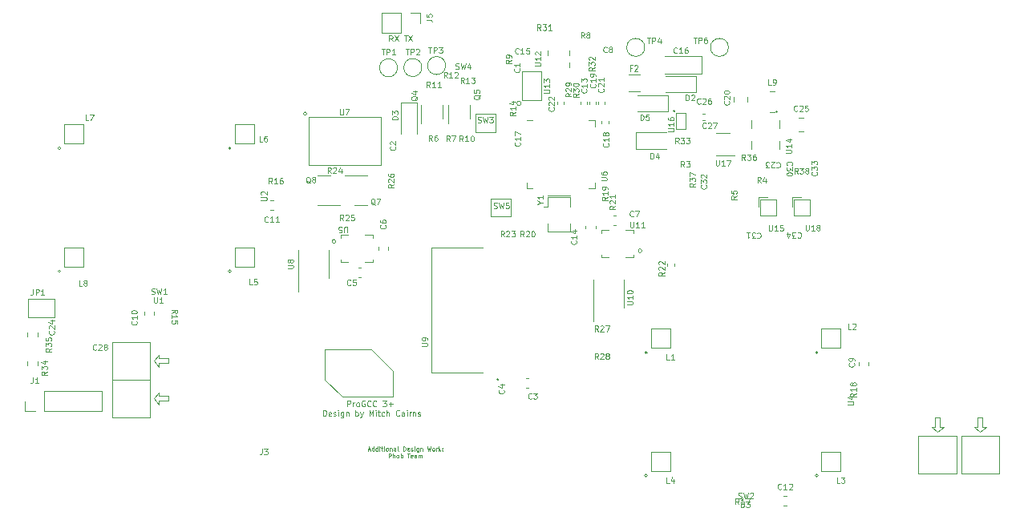
<source format=gbr>
G04 #@! TF.GenerationSoftware,KiCad,Pcbnew,7.0.6*
G04 #@! TF.CreationDate,2024-01-02T21:36:57-08:00*
G04 #@! TF.ProjectId,procon_gcc_main_pcb,70726f63-6f6e-45f6-9763-635f6d61696e,1*
G04 #@! TF.SameCoordinates,Original*
G04 #@! TF.FileFunction,Legend,Top*
G04 #@! TF.FilePolarity,Positive*
%FSLAX46Y46*%
G04 Gerber Fmt 4.6, Leading zero omitted, Abs format (unit mm)*
G04 Created by KiCad (PCBNEW 7.0.6) date 2024-01-02 21:36:57*
%MOMM*%
%LPD*%
G01*
G04 APERTURE LIST*
%ADD10C,0.100000*%
%ADD11C,0.120000*%
G04 APERTURE END LIST*
D10*
X121026342Y-102151771D02*
X120826342Y-101866057D01*
X120683485Y-102151771D02*
X120683485Y-101551771D01*
X120683485Y-101551771D02*
X120912056Y-101551771D01*
X120912056Y-101551771D02*
X120969199Y-101580342D01*
X120969199Y-101580342D02*
X120997770Y-101608914D01*
X120997770Y-101608914D02*
X121026342Y-101666057D01*
X121026342Y-101666057D02*
X121026342Y-101751771D01*
X121026342Y-101751771D02*
X120997770Y-101808914D01*
X120997770Y-101808914D02*
X120969199Y-101837485D01*
X120969199Y-101837485D02*
X120912056Y-101866057D01*
X120912056Y-101866057D02*
X120683485Y-101866057D01*
X121226342Y-101551771D02*
X121626342Y-102151771D01*
X121626342Y-101551771D02*
X121226342Y-102151771D01*
X122226342Y-101551771D02*
X122569200Y-101551771D01*
X122397771Y-102151771D02*
X122397771Y-101551771D01*
X122712057Y-101551771D02*
X123112057Y-102151771D01*
X123112057Y-101551771D02*
X122712057Y-102151771D01*
X118445056Y-145304957D02*
X118659342Y-145304957D01*
X118402199Y-145433528D02*
X118552199Y-144983528D01*
X118552199Y-144983528D02*
X118702199Y-145433528D01*
X119045056Y-145433528D02*
X119045056Y-144983528D01*
X119045056Y-145412100D02*
X119002198Y-145433528D01*
X119002198Y-145433528D02*
X118916484Y-145433528D01*
X118916484Y-145433528D02*
X118873627Y-145412100D01*
X118873627Y-145412100D02*
X118852198Y-145390671D01*
X118852198Y-145390671D02*
X118830770Y-145347814D01*
X118830770Y-145347814D02*
X118830770Y-145219242D01*
X118830770Y-145219242D02*
X118852198Y-145176385D01*
X118852198Y-145176385D02*
X118873627Y-145154957D01*
X118873627Y-145154957D02*
X118916484Y-145133528D01*
X118916484Y-145133528D02*
X119002198Y-145133528D01*
X119002198Y-145133528D02*
X119045056Y-145154957D01*
X119452199Y-145433528D02*
X119452199Y-144983528D01*
X119452199Y-145412100D02*
X119409341Y-145433528D01*
X119409341Y-145433528D02*
X119323627Y-145433528D01*
X119323627Y-145433528D02*
X119280770Y-145412100D01*
X119280770Y-145412100D02*
X119259341Y-145390671D01*
X119259341Y-145390671D02*
X119237913Y-145347814D01*
X119237913Y-145347814D02*
X119237913Y-145219242D01*
X119237913Y-145219242D02*
X119259341Y-145176385D01*
X119259341Y-145176385D02*
X119280770Y-145154957D01*
X119280770Y-145154957D02*
X119323627Y-145133528D01*
X119323627Y-145133528D02*
X119409341Y-145133528D01*
X119409341Y-145133528D02*
X119452199Y-145154957D01*
X119666484Y-145433528D02*
X119666484Y-145133528D01*
X119666484Y-144983528D02*
X119645056Y-145004957D01*
X119645056Y-145004957D02*
X119666484Y-145026385D01*
X119666484Y-145026385D02*
X119687913Y-145004957D01*
X119687913Y-145004957D02*
X119666484Y-144983528D01*
X119666484Y-144983528D02*
X119666484Y-145026385D01*
X119816485Y-145133528D02*
X119987913Y-145133528D01*
X119880770Y-144983528D02*
X119880770Y-145369242D01*
X119880770Y-145369242D02*
X119902199Y-145412100D01*
X119902199Y-145412100D02*
X119945056Y-145433528D01*
X119945056Y-145433528D02*
X119987913Y-145433528D01*
X120137913Y-145433528D02*
X120137913Y-145133528D01*
X120137913Y-144983528D02*
X120116485Y-145004957D01*
X120116485Y-145004957D02*
X120137913Y-145026385D01*
X120137913Y-145026385D02*
X120159342Y-145004957D01*
X120159342Y-145004957D02*
X120137913Y-144983528D01*
X120137913Y-144983528D02*
X120137913Y-145026385D01*
X120416485Y-145433528D02*
X120373628Y-145412100D01*
X120373628Y-145412100D02*
X120352199Y-145390671D01*
X120352199Y-145390671D02*
X120330771Y-145347814D01*
X120330771Y-145347814D02*
X120330771Y-145219242D01*
X120330771Y-145219242D02*
X120352199Y-145176385D01*
X120352199Y-145176385D02*
X120373628Y-145154957D01*
X120373628Y-145154957D02*
X120416485Y-145133528D01*
X120416485Y-145133528D02*
X120480771Y-145133528D01*
X120480771Y-145133528D02*
X120523628Y-145154957D01*
X120523628Y-145154957D02*
X120545057Y-145176385D01*
X120545057Y-145176385D02*
X120566485Y-145219242D01*
X120566485Y-145219242D02*
X120566485Y-145347814D01*
X120566485Y-145347814D02*
X120545057Y-145390671D01*
X120545057Y-145390671D02*
X120523628Y-145412100D01*
X120523628Y-145412100D02*
X120480771Y-145433528D01*
X120480771Y-145433528D02*
X120416485Y-145433528D01*
X120759342Y-145133528D02*
X120759342Y-145433528D01*
X120759342Y-145176385D02*
X120780771Y-145154957D01*
X120780771Y-145154957D02*
X120823628Y-145133528D01*
X120823628Y-145133528D02*
X120887914Y-145133528D01*
X120887914Y-145133528D02*
X120930771Y-145154957D01*
X120930771Y-145154957D02*
X120952200Y-145197814D01*
X120952200Y-145197814D02*
X120952200Y-145433528D01*
X121359343Y-145433528D02*
X121359343Y-145197814D01*
X121359343Y-145197814D02*
X121337914Y-145154957D01*
X121337914Y-145154957D02*
X121295057Y-145133528D01*
X121295057Y-145133528D02*
X121209343Y-145133528D01*
X121209343Y-145133528D02*
X121166485Y-145154957D01*
X121359343Y-145412100D02*
X121316485Y-145433528D01*
X121316485Y-145433528D02*
X121209343Y-145433528D01*
X121209343Y-145433528D02*
X121166485Y-145412100D01*
X121166485Y-145412100D02*
X121145057Y-145369242D01*
X121145057Y-145369242D02*
X121145057Y-145326385D01*
X121145057Y-145326385D02*
X121166485Y-145283528D01*
X121166485Y-145283528D02*
X121209343Y-145262100D01*
X121209343Y-145262100D02*
X121316485Y-145262100D01*
X121316485Y-145262100D02*
X121359343Y-145240671D01*
X121637914Y-145433528D02*
X121595057Y-145412100D01*
X121595057Y-145412100D02*
X121573628Y-145369242D01*
X121573628Y-145369242D02*
X121573628Y-144983528D01*
X122152199Y-145433528D02*
X122152199Y-144983528D01*
X122152199Y-144983528D02*
X122259342Y-144983528D01*
X122259342Y-144983528D02*
X122323628Y-145004957D01*
X122323628Y-145004957D02*
X122366485Y-145047814D01*
X122366485Y-145047814D02*
X122387914Y-145090671D01*
X122387914Y-145090671D02*
X122409342Y-145176385D01*
X122409342Y-145176385D02*
X122409342Y-145240671D01*
X122409342Y-145240671D02*
X122387914Y-145326385D01*
X122387914Y-145326385D02*
X122366485Y-145369242D01*
X122366485Y-145369242D02*
X122323628Y-145412100D01*
X122323628Y-145412100D02*
X122259342Y-145433528D01*
X122259342Y-145433528D02*
X122152199Y-145433528D01*
X122773628Y-145412100D02*
X122730771Y-145433528D01*
X122730771Y-145433528D02*
X122645057Y-145433528D01*
X122645057Y-145433528D02*
X122602199Y-145412100D01*
X122602199Y-145412100D02*
X122580771Y-145369242D01*
X122580771Y-145369242D02*
X122580771Y-145197814D01*
X122580771Y-145197814D02*
X122602199Y-145154957D01*
X122602199Y-145154957D02*
X122645057Y-145133528D01*
X122645057Y-145133528D02*
X122730771Y-145133528D01*
X122730771Y-145133528D02*
X122773628Y-145154957D01*
X122773628Y-145154957D02*
X122795057Y-145197814D01*
X122795057Y-145197814D02*
X122795057Y-145240671D01*
X122795057Y-145240671D02*
X122580771Y-145283528D01*
X122966485Y-145412100D02*
X123009342Y-145433528D01*
X123009342Y-145433528D02*
X123095056Y-145433528D01*
X123095056Y-145433528D02*
X123137913Y-145412100D01*
X123137913Y-145412100D02*
X123159342Y-145369242D01*
X123159342Y-145369242D02*
X123159342Y-145347814D01*
X123159342Y-145347814D02*
X123137913Y-145304957D01*
X123137913Y-145304957D02*
X123095056Y-145283528D01*
X123095056Y-145283528D02*
X123030771Y-145283528D01*
X123030771Y-145283528D02*
X122987913Y-145262100D01*
X122987913Y-145262100D02*
X122966485Y-145219242D01*
X122966485Y-145219242D02*
X122966485Y-145197814D01*
X122966485Y-145197814D02*
X122987913Y-145154957D01*
X122987913Y-145154957D02*
X123030771Y-145133528D01*
X123030771Y-145133528D02*
X123095056Y-145133528D01*
X123095056Y-145133528D02*
X123137913Y-145154957D01*
X123352199Y-145433528D02*
X123352199Y-145133528D01*
X123352199Y-144983528D02*
X123330771Y-145004957D01*
X123330771Y-145004957D02*
X123352199Y-145026385D01*
X123352199Y-145026385D02*
X123373628Y-145004957D01*
X123373628Y-145004957D02*
X123352199Y-144983528D01*
X123352199Y-144983528D02*
X123352199Y-145026385D01*
X123759343Y-145133528D02*
X123759343Y-145497814D01*
X123759343Y-145497814D02*
X123737914Y-145540671D01*
X123737914Y-145540671D02*
X123716485Y-145562100D01*
X123716485Y-145562100D02*
X123673628Y-145583528D01*
X123673628Y-145583528D02*
X123609343Y-145583528D01*
X123609343Y-145583528D02*
X123566485Y-145562100D01*
X123759343Y-145412100D02*
X123716485Y-145433528D01*
X123716485Y-145433528D02*
X123630771Y-145433528D01*
X123630771Y-145433528D02*
X123587914Y-145412100D01*
X123587914Y-145412100D02*
X123566485Y-145390671D01*
X123566485Y-145390671D02*
X123545057Y-145347814D01*
X123545057Y-145347814D02*
X123545057Y-145219242D01*
X123545057Y-145219242D02*
X123566485Y-145176385D01*
X123566485Y-145176385D02*
X123587914Y-145154957D01*
X123587914Y-145154957D02*
X123630771Y-145133528D01*
X123630771Y-145133528D02*
X123716485Y-145133528D01*
X123716485Y-145133528D02*
X123759343Y-145154957D01*
X123973628Y-145133528D02*
X123973628Y-145433528D01*
X123973628Y-145176385D02*
X123995057Y-145154957D01*
X123995057Y-145154957D02*
X124037914Y-145133528D01*
X124037914Y-145133528D02*
X124102200Y-145133528D01*
X124102200Y-145133528D02*
X124145057Y-145154957D01*
X124145057Y-145154957D02*
X124166486Y-145197814D01*
X124166486Y-145197814D02*
X124166486Y-145433528D01*
X124680771Y-144983528D02*
X124787914Y-145433528D01*
X124787914Y-145433528D02*
X124873628Y-145112100D01*
X124873628Y-145112100D02*
X124959343Y-145433528D01*
X124959343Y-145433528D02*
X125066486Y-144983528D01*
X125302200Y-145433528D02*
X125259343Y-145412100D01*
X125259343Y-145412100D02*
X125237914Y-145390671D01*
X125237914Y-145390671D02*
X125216486Y-145347814D01*
X125216486Y-145347814D02*
X125216486Y-145219242D01*
X125216486Y-145219242D02*
X125237914Y-145176385D01*
X125237914Y-145176385D02*
X125259343Y-145154957D01*
X125259343Y-145154957D02*
X125302200Y-145133528D01*
X125302200Y-145133528D02*
X125366486Y-145133528D01*
X125366486Y-145133528D02*
X125409343Y-145154957D01*
X125409343Y-145154957D02*
X125430772Y-145176385D01*
X125430772Y-145176385D02*
X125452200Y-145219242D01*
X125452200Y-145219242D02*
X125452200Y-145347814D01*
X125452200Y-145347814D02*
X125430772Y-145390671D01*
X125430772Y-145390671D02*
X125409343Y-145412100D01*
X125409343Y-145412100D02*
X125366486Y-145433528D01*
X125366486Y-145433528D02*
X125302200Y-145433528D01*
X125645057Y-145433528D02*
X125645057Y-145133528D01*
X125645057Y-145219242D02*
X125666486Y-145176385D01*
X125666486Y-145176385D02*
X125687915Y-145154957D01*
X125687915Y-145154957D02*
X125730772Y-145133528D01*
X125730772Y-145133528D02*
X125773629Y-145133528D01*
X125923628Y-145433528D02*
X125923628Y-144983528D01*
X125966486Y-145262100D02*
X126095057Y-145433528D01*
X126095057Y-145133528D02*
X125923628Y-145304957D01*
X126287914Y-145390671D02*
X126309343Y-145412100D01*
X126309343Y-145412100D02*
X126287914Y-145433528D01*
X126287914Y-145433528D02*
X126266486Y-145412100D01*
X126266486Y-145412100D02*
X126287914Y-145390671D01*
X126287914Y-145390671D02*
X126287914Y-145433528D01*
X126287914Y-145154957D02*
X126309343Y-145176385D01*
X126309343Y-145176385D02*
X126287914Y-145197814D01*
X126287914Y-145197814D02*
X126266486Y-145176385D01*
X126266486Y-145176385D02*
X126287914Y-145154957D01*
X126287914Y-145154957D02*
X126287914Y-145197814D01*
X120609342Y-146158028D02*
X120609342Y-145708028D01*
X120609342Y-145708028D02*
X120780771Y-145708028D01*
X120780771Y-145708028D02*
X120823628Y-145729457D01*
X120823628Y-145729457D02*
X120845057Y-145750885D01*
X120845057Y-145750885D02*
X120866485Y-145793742D01*
X120866485Y-145793742D02*
X120866485Y-145858028D01*
X120866485Y-145858028D02*
X120845057Y-145900885D01*
X120845057Y-145900885D02*
X120823628Y-145922314D01*
X120823628Y-145922314D02*
X120780771Y-145943742D01*
X120780771Y-145943742D02*
X120609342Y-145943742D01*
X121059342Y-146158028D02*
X121059342Y-145708028D01*
X121252200Y-146158028D02*
X121252200Y-145922314D01*
X121252200Y-145922314D02*
X121230771Y-145879457D01*
X121230771Y-145879457D02*
X121187914Y-145858028D01*
X121187914Y-145858028D02*
X121123628Y-145858028D01*
X121123628Y-145858028D02*
X121080771Y-145879457D01*
X121080771Y-145879457D02*
X121059342Y-145900885D01*
X121530771Y-146158028D02*
X121487914Y-146136600D01*
X121487914Y-146136600D02*
X121466485Y-146115171D01*
X121466485Y-146115171D02*
X121445057Y-146072314D01*
X121445057Y-146072314D02*
X121445057Y-145943742D01*
X121445057Y-145943742D02*
X121466485Y-145900885D01*
X121466485Y-145900885D02*
X121487914Y-145879457D01*
X121487914Y-145879457D02*
X121530771Y-145858028D01*
X121530771Y-145858028D02*
X121595057Y-145858028D01*
X121595057Y-145858028D02*
X121637914Y-145879457D01*
X121637914Y-145879457D02*
X121659343Y-145900885D01*
X121659343Y-145900885D02*
X121680771Y-145943742D01*
X121680771Y-145943742D02*
X121680771Y-146072314D01*
X121680771Y-146072314D02*
X121659343Y-146115171D01*
X121659343Y-146115171D02*
X121637914Y-146136600D01*
X121637914Y-146136600D02*
X121595057Y-146158028D01*
X121595057Y-146158028D02*
X121530771Y-146158028D01*
X121873628Y-146158028D02*
X121873628Y-145708028D01*
X121873628Y-145879457D02*
X121916486Y-145858028D01*
X121916486Y-145858028D02*
X122002200Y-145858028D01*
X122002200Y-145858028D02*
X122045057Y-145879457D01*
X122045057Y-145879457D02*
X122066486Y-145900885D01*
X122066486Y-145900885D02*
X122087914Y-145943742D01*
X122087914Y-145943742D02*
X122087914Y-146072314D01*
X122087914Y-146072314D02*
X122066486Y-146115171D01*
X122066486Y-146115171D02*
X122045057Y-146136600D01*
X122045057Y-146136600D02*
X122002200Y-146158028D01*
X122002200Y-146158028D02*
X121916486Y-146158028D01*
X121916486Y-146158028D02*
X121873628Y-146136600D01*
X122559343Y-145708028D02*
X122816486Y-145708028D01*
X122687914Y-146158028D02*
X122687914Y-145708028D01*
X123137914Y-146136600D02*
X123095057Y-146158028D01*
X123095057Y-146158028D02*
X123009343Y-146158028D01*
X123009343Y-146158028D02*
X122966485Y-146136600D01*
X122966485Y-146136600D02*
X122945057Y-146093742D01*
X122945057Y-146093742D02*
X122945057Y-145922314D01*
X122945057Y-145922314D02*
X122966485Y-145879457D01*
X122966485Y-145879457D02*
X123009343Y-145858028D01*
X123009343Y-145858028D02*
X123095057Y-145858028D01*
X123095057Y-145858028D02*
X123137914Y-145879457D01*
X123137914Y-145879457D02*
X123159343Y-145922314D01*
X123159343Y-145922314D02*
X123159343Y-145965171D01*
X123159343Y-145965171D02*
X122945057Y-146008028D01*
X123545057Y-146158028D02*
X123545057Y-145922314D01*
X123545057Y-145922314D02*
X123523628Y-145879457D01*
X123523628Y-145879457D02*
X123480771Y-145858028D01*
X123480771Y-145858028D02*
X123395057Y-145858028D01*
X123395057Y-145858028D02*
X123352199Y-145879457D01*
X123545057Y-146136600D02*
X123502199Y-146158028D01*
X123502199Y-146158028D02*
X123395057Y-146158028D01*
X123395057Y-146158028D02*
X123352199Y-146136600D01*
X123352199Y-146136600D02*
X123330771Y-146093742D01*
X123330771Y-146093742D02*
X123330771Y-146050885D01*
X123330771Y-146050885D02*
X123352199Y-146008028D01*
X123352199Y-146008028D02*
X123395057Y-145986600D01*
X123395057Y-145986600D02*
X123502199Y-145986600D01*
X123502199Y-145986600D02*
X123545057Y-145965171D01*
X123759342Y-146158028D02*
X123759342Y-145858028D01*
X123759342Y-145900885D02*
X123780771Y-145879457D01*
X123780771Y-145879457D02*
X123823628Y-145858028D01*
X123823628Y-145858028D02*
X123887914Y-145858028D01*
X123887914Y-145858028D02*
X123930771Y-145879457D01*
X123930771Y-145879457D02*
X123952200Y-145922314D01*
X123952200Y-145922314D02*
X123952200Y-146158028D01*
X123952200Y-145922314D02*
X123973628Y-145879457D01*
X123973628Y-145879457D02*
X124016485Y-145858028D01*
X124016485Y-145858028D02*
X124080771Y-145858028D01*
X124080771Y-145858028D02*
X124123628Y-145879457D01*
X124123628Y-145879457D02*
X124145057Y-145922314D01*
X124145057Y-145922314D02*
X124145057Y-146158028D01*
X116268800Y-140734371D02*
X116268800Y-140134371D01*
X116268800Y-140134371D02*
X116497371Y-140134371D01*
X116497371Y-140134371D02*
X116554514Y-140162942D01*
X116554514Y-140162942D02*
X116583085Y-140191514D01*
X116583085Y-140191514D02*
X116611657Y-140248657D01*
X116611657Y-140248657D02*
X116611657Y-140334371D01*
X116611657Y-140334371D02*
X116583085Y-140391514D01*
X116583085Y-140391514D02*
X116554514Y-140420085D01*
X116554514Y-140420085D02*
X116497371Y-140448657D01*
X116497371Y-140448657D02*
X116268800Y-140448657D01*
X116868800Y-140734371D02*
X116868800Y-140334371D01*
X116868800Y-140448657D02*
X116897371Y-140391514D01*
X116897371Y-140391514D02*
X116925943Y-140362942D01*
X116925943Y-140362942D02*
X116983085Y-140334371D01*
X116983085Y-140334371D02*
X117040228Y-140334371D01*
X117325943Y-140734371D02*
X117268800Y-140705800D01*
X117268800Y-140705800D02*
X117240229Y-140677228D01*
X117240229Y-140677228D02*
X117211657Y-140620085D01*
X117211657Y-140620085D02*
X117211657Y-140448657D01*
X117211657Y-140448657D02*
X117240229Y-140391514D01*
X117240229Y-140391514D02*
X117268800Y-140362942D01*
X117268800Y-140362942D02*
X117325943Y-140334371D01*
X117325943Y-140334371D02*
X117411657Y-140334371D01*
X117411657Y-140334371D02*
X117468800Y-140362942D01*
X117468800Y-140362942D02*
X117497372Y-140391514D01*
X117497372Y-140391514D02*
X117525943Y-140448657D01*
X117525943Y-140448657D02*
X117525943Y-140620085D01*
X117525943Y-140620085D02*
X117497372Y-140677228D01*
X117497372Y-140677228D02*
X117468800Y-140705800D01*
X117468800Y-140705800D02*
X117411657Y-140734371D01*
X117411657Y-140734371D02*
X117325943Y-140734371D01*
X118097371Y-140162942D02*
X118040229Y-140134371D01*
X118040229Y-140134371D02*
X117954514Y-140134371D01*
X117954514Y-140134371D02*
X117868800Y-140162942D01*
X117868800Y-140162942D02*
X117811657Y-140220085D01*
X117811657Y-140220085D02*
X117783086Y-140277228D01*
X117783086Y-140277228D02*
X117754514Y-140391514D01*
X117754514Y-140391514D02*
X117754514Y-140477228D01*
X117754514Y-140477228D02*
X117783086Y-140591514D01*
X117783086Y-140591514D02*
X117811657Y-140648657D01*
X117811657Y-140648657D02*
X117868800Y-140705800D01*
X117868800Y-140705800D02*
X117954514Y-140734371D01*
X117954514Y-140734371D02*
X118011657Y-140734371D01*
X118011657Y-140734371D02*
X118097371Y-140705800D01*
X118097371Y-140705800D02*
X118125943Y-140677228D01*
X118125943Y-140677228D02*
X118125943Y-140477228D01*
X118125943Y-140477228D02*
X118011657Y-140477228D01*
X118725943Y-140677228D02*
X118697371Y-140705800D01*
X118697371Y-140705800D02*
X118611657Y-140734371D01*
X118611657Y-140734371D02*
X118554514Y-140734371D01*
X118554514Y-140734371D02*
X118468800Y-140705800D01*
X118468800Y-140705800D02*
X118411657Y-140648657D01*
X118411657Y-140648657D02*
X118383086Y-140591514D01*
X118383086Y-140591514D02*
X118354514Y-140477228D01*
X118354514Y-140477228D02*
X118354514Y-140391514D01*
X118354514Y-140391514D02*
X118383086Y-140277228D01*
X118383086Y-140277228D02*
X118411657Y-140220085D01*
X118411657Y-140220085D02*
X118468800Y-140162942D01*
X118468800Y-140162942D02*
X118554514Y-140134371D01*
X118554514Y-140134371D02*
X118611657Y-140134371D01*
X118611657Y-140134371D02*
X118697371Y-140162942D01*
X118697371Y-140162942D02*
X118725943Y-140191514D01*
X119325943Y-140677228D02*
X119297371Y-140705800D01*
X119297371Y-140705800D02*
X119211657Y-140734371D01*
X119211657Y-140734371D02*
X119154514Y-140734371D01*
X119154514Y-140734371D02*
X119068800Y-140705800D01*
X119068800Y-140705800D02*
X119011657Y-140648657D01*
X119011657Y-140648657D02*
X118983086Y-140591514D01*
X118983086Y-140591514D02*
X118954514Y-140477228D01*
X118954514Y-140477228D02*
X118954514Y-140391514D01*
X118954514Y-140391514D02*
X118983086Y-140277228D01*
X118983086Y-140277228D02*
X119011657Y-140220085D01*
X119011657Y-140220085D02*
X119068800Y-140162942D01*
X119068800Y-140162942D02*
X119154514Y-140134371D01*
X119154514Y-140134371D02*
X119211657Y-140134371D01*
X119211657Y-140134371D02*
X119297371Y-140162942D01*
X119297371Y-140162942D02*
X119325943Y-140191514D01*
X119983086Y-140134371D02*
X120354514Y-140134371D01*
X120354514Y-140134371D02*
X120154514Y-140362942D01*
X120154514Y-140362942D02*
X120240229Y-140362942D01*
X120240229Y-140362942D02*
X120297372Y-140391514D01*
X120297372Y-140391514D02*
X120325943Y-140420085D01*
X120325943Y-140420085D02*
X120354514Y-140477228D01*
X120354514Y-140477228D02*
X120354514Y-140620085D01*
X120354514Y-140620085D02*
X120325943Y-140677228D01*
X120325943Y-140677228D02*
X120297372Y-140705800D01*
X120297372Y-140705800D02*
X120240229Y-140734371D01*
X120240229Y-140734371D02*
X120068800Y-140734371D01*
X120068800Y-140734371D02*
X120011657Y-140705800D01*
X120011657Y-140705800D02*
X119983086Y-140677228D01*
X120611658Y-140505800D02*
X121068801Y-140505800D01*
X120840229Y-140734371D02*
X120840229Y-140277228D01*
X113692629Y-141724971D02*
X113692629Y-141124971D01*
X113692629Y-141124971D02*
X113835486Y-141124971D01*
X113835486Y-141124971D02*
X113921200Y-141153542D01*
X113921200Y-141153542D02*
X113978343Y-141210685D01*
X113978343Y-141210685D02*
X114006914Y-141267828D01*
X114006914Y-141267828D02*
X114035486Y-141382114D01*
X114035486Y-141382114D02*
X114035486Y-141467828D01*
X114035486Y-141467828D02*
X114006914Y-141582114D01*
X114006914Y-141582114D02*
X113978343Y-141639257D01*
X113978343Y-141639257D02*
X113921200Y-141696400D01*
X113921200Y-141696400D02*
X113835486Y-141724971D01*
X113835486Y-141724971D02*
X113692629Y-141724971D01*
X114521200Y-141696400D02*
X114464057Y-141724971D01*
X114464057Y-141724971D02*
X114349772Y-141724971D01*
X114349772Y-141724971D02*
X114292629Y-141696400D01*
X114292629Y-141696400D02*
X114264057Y-141639257D01*
X114264057Y-141639257D02*
X114264057Y-141410685D01*
X114264057Y-141410685D02*
X114292629Y-141353542D01*
X114292629Y-141353542D02*
X114349772Y-141324971D01*
X114349772Y-141324971D02*
X114464057Y-141324971D01*
X114464057Y-141324971D02*
X114521200Y-141353542D01*
X114521200Y-141353542D02*
X114549772Y-141410685D01*
X114549772Y-141410685D02*
X114549772Y-141467828D01*
X114549772Y-141467828D02*
X114264057Y-141524971D01*
X114778343Y-141696400D02*
X114835486Y-141724971D01*
X114835486Y-141724971D02*
X114949772Y-141724971D01*
X114949772Y-141724971D02*
X115006915Y-141696400D01*
X115006915Y-141696400D02*
X115035486Y-141639257D01*
X115035486Y-141639257D02*
X115035486Y-141610685D01*
X115035486Y-141610685D02*
X115006915Y-141553542D01*
X115006915Y-141553542D02*
X114949772Y-141524971D01*
X114949772Y-141524971D02*
X114864058Y-141524971D01*
X114864058Y-141524971D02*
X114806915Y-141496400D01*
X114806915Y-141496400D02*
X114778343Y-141439257D01*
X114778343Y-141439257D02*
X114778343Y-141410685D01*
X114778343Y-141410685D02*
X114806915Y-141353542D01*
X114806915Y-141353542D02*
X114864058Y-141324971D01*
X114864058Y-141324971D02*
X114949772Y-141324971D01*
X114949772Y-141324971D02*
X115006915Y-141353542D01*
X115292629Y-141724971D02*
X115292629Y-141324971D01*
X115292629Y-141124971D02*
X115264057Y-141153542D01*
X115264057Y-141153542D02*
X115292629Y-141182114D01*
X115292629Y-141182114D02*
X115321200Y-141153542D01*
X115321200Y-141153542D02*
X115292629Y-141124971D01*
X115292629Y-141124971D02*
X115292629Y-141182114D01*
X115835486Y-141324971D02*
X115835486Y-141810685D01*
X115835486Y-141810685D02*
X115806914Y-141867828D01*
X115806914Y-141867828D02*
X115778343Y-141896400D01*
X115778343Y-141896400D02*
X115721200Y-141924971D01*
X115721200Y-141924971D02*
X115635486Y-141924971D01*
X115635486Y-141924971D02*
X115578343Y-141896400D01*
X115835486Y-141696400D02*
X115778343Y-141724971D01*
X115778343Y-141724971D02*
X115664057Y-141724971D01*
X115664057Y-141724971D02*
X115606914Y-141696400D01*
X115606914Y-141696400D02*
X115578343Y-141667828D01*
X115578343Y-141667828D02*
X115549771Y-141610685D01*
X115549771Y-141610685D02*
X115549771Y-141439257D01*
X115549771Y-141439257D02*
X115578343Y-141382114D01*
X115578343Y-141382114D02*
X115606914Y-141353542D01*
X115606914Y-141353542D02*
X115664057Y-141324971D01*
X115664057Y-141324971D02*
X115778343Y-141324971D01*
X115778343Y-141324971D02*
X115835486Y-141353542D01*
X116121200Y-141324971D02*
X116121200Y-141724971D01*
X116121200Y-141382114D02*
X116149771Y-141353542D01*
X116149771Y-141353542D02*
X116206914Y-141324971D01*
X116206914Y-141324971D02*
X116292628Y-141324971D01*
X116292628Y-141324971D02*
X116349771Y-141353542D01*
X116349771Y-141353542D02*
X116378343Y-141410685D01*
X116378343Y-141410685D02*
X116378343Y-141724971D01*
X117121200Y-141724971D02*
X117121200Y-141124971D01*
X117121200Y-141353542D02*
X117178343Y-141324971D01*
X117178343Y-141324971D02*
X117292628Y-141324971D01*
X117292628Y-141324971D02*
X117349771Y-141353542D01*
X117349771Y-141353542D02*
X117378343Y-141382114D01*
X117378343Y-141382114D02*
X117406914Y-141439257D01*
X117406914Y-141439257D02*
X117406914Y-141610685D01*
X117406914Y-141610685D02*
X117378343Y-141667828D01*
X117378343Y-141667828D02*
X117349771Y-141696400D01*
X117349771Y-141696400D02*
X117292628Y-141724971D01*
X117292628Y-141724971D02*
X117178343Y-141724971D01*
X117178343Y-141724971D02*
X117121200Y-141696400D01*
X117606914Y-141324971D02*
X117749771Y-141724971D01*
X117892628Y-141324971D02*
X117749771Y-141724971D01*
X117749771Y-141724971D02*
X117692628Y-141867828D01*
X117692628Y-141867828D02*
X117664057Y-141896400D01*
X117664057Y-141896400D02*
X117606914Y-141924971D01*
X118578343Y-141724971D02*
X118578343Y-141124971D01*
X118578343Y-141124971D02*
X118778343Y-141553542D01*
X118778343Y-141553542D02*
X118978343Y-141124971D01*
X118978343Y-141124971D02*
X118978343Y-141724971D01*
X119264057Y-141724971D02*
X119264057Y-141324971D01*
X119264057Y-141124971D02*
X119235485Y-141153542D01*
X119235485Y-141153542D02*
X119264057Y-141182114D01*
X119264057Y-141182114D02*
X119292628Y-141153542D01*
X119292628Y-141153542D02*
X119264057Y-141124971D01*
X119264057Y-141124971D02*
X119264057Y-141182114D01*
X119464056Y-141324971D02*
X119692628Y-141324971D01*
X119549771Y-141124971D02*
X119549771Y-141639257D01*
X119549771Y-141639257D02*
X119578342Y-141696400D01*
X119578342Y-141696400D02*
X119635485Y-141724971D01*
X119635485Y-141724971D02*
X119692628Y-141724971D01*
X120149771Y-141696400D02*
X120092628Y-141724971D01*
X120092628Y-141724971D02*
X119978342Y-141724971D01*
X119978342Y-141724971D02*
X119921199Y-141696400D01*
X119921199Y-141696400D02*
X119892628Y-141667828D01*
X119892628Y-141667828D02*
X119864056Y-141610685D01*
X119864056Y-141610685D02*
X119864056Y-141439257D01*
X119864056Y-141439257D02*
X119892628Y-141382114D01*
X119892628Y-141382114D02*
X119921199Y-141353542D01*
X119921199Y-141353542D02*
X119978342Y-141324971D01*
X119978342Y-141324971D02*
X120092628Y-141324971D01*
X120092628Y-141324971D02*
X120149771Y-141353542D01*
X120406914Y-141724971D02*
X120406914Y-141124971D01*
X120664057Y-141724971D02*
X120664057Y-141410685D01*
X120664057Y-141410685D02*
X120635485Y-141353542D01*
X120635485Y-141353542D02*
X120578342Y-141324971D01*
X120578342Y-141324971D02*
X120492628Y-141324971D01*
X120492628Y-141324971D02*
X120435485Y-141353542D01*
X120435485Y-141353542D02*
X120406914Y-141382114D01*
X121749771Y-141667828D02*
X121721199Y-141696400D01*
X121721199Y-141696400D02*
X121635485Y-141724971D01*
X121635485Y-141724971D02*
X121578342Y-141724971D01*
X121578342Y-141724971D02*
X121492628Y-141696400D01*
X121492628Y-141696400D02*
X121435485Y-141639257D01*
X121435485Y-141639257D02*
X121406914Y-141582114D01*
X121406914Y-141582114D02*
X121378342Y-141467828D01*
X121378342Y-141467828D02*
X121378342Y-141382114D01*
X121378342Y-141382114D02*
X121406914Y-141267828D01*
X121406914Y-141267828D02*
X121435485Y-141210685D01*
X121435485Y-141210685D02*
X121492628Y-141153542D01*
X121492628Y-141153542D02*
X121578342Y-141124971D01*
X121578342Y-141124971D02*
X121635485Y-141124971D01*
X121635485Y-141124971D02*
X121721199Y-141153542D01*
X121721199Y-141153542D02*
X121749771Y-141182114D01*
X122264057Y-141724971D02*
X122264057Y-141410685D01*
X122264057Y-141410685D02*
X122235485Y-141353542D01*
X122235485Y-141353542D02*
X122178342Y-141324971D01*
X122178342Y-141324971D02*
X122064057Y-141324971D01*
X122064057Y-141324971D02*
X122006914Y-141353542D01*
X122264057Y-141696400D02*
X122206914Y-141724971D01*
X122206914Y-141724971D02*
X122064057Y-141724971D01*
X122064057Y-141724971D02*
X122006914Y-141696400D01*
X122006914Y-141696400D02*
X121978342Y-141639257D01*
X121978342Y-141639257D02*
X121978342Y-141582114D01*
X121978342Y-141582114D02*
X122006914Y-141524971D01*
X122006914Y-141524971D02*
X122064057Y-141496400D01*
X122064057Y-141496400D02*
X122206914Y-141496400D01*
X122206914Y-141496400D02*
X122264057Y-141467828D01*
X122549771Y-141724971D02*
X122549771Y-141324971D01*
X122549771Y-141124971D02*
X122521199Y-141153542D01*
X122521199Y-141153542D02*
X122549771Y-141182114D01*
X122549771Y-141182114D02*
X122578342Y-141153542D01*
X122578342Y-141153542D02*
X122549771Y-141124971D01*
X122549771Y-141124971D02*
X122549771Y-141182114D01*
X122835485Y-141724971D02*
X122835485Y-141324971D01*
X122835485Y-141439257D02*
X122864056Y-141382114D01*
X122864056Y-141382114D02*
X122892628Y-141353542D01*
X122892628Y-141353542D02*
X122949770Y-141324971D01*
X122949770Y-141324971D02*
X123006913Y-141324971D01*
X123206914Y-141324971D02*
X123206914Y-141724971D01*
X123206914Y-141382114D02*
X123235485Y-141353542D01*
X123235485Y-141353542D02*
X123292628Y-141324971D01*
X123292628Y-141324971D02*
X123378342Y-141324971D01*
X123378342Y-141324971D02*
X123435485Y-141353542D01*
X123435485Y-141353542D02*
X123464057Y-141410685D01*
X123464057Y-141410685D02*
X123464057Y-141724971D01*
X123721199Y-141696400D02*
X123778342Y-141724971D01*
X123778342Y-141724971D02*
X123892628Y-141724971D01*
X123892628Y-141724971D02*
X123949771Y-141696400D01*
X123949771Y-141696400D02*
X123978342Y-141639257D01*
X123978342Y-141639257D02*
X123978342Y-141610685D01*
X123978342Y-141610685D02*
X123949771Y-141553542D01*
X123949771Y-141553542D02*
X123892628Y-141524971D01*
X123892628Y-141524971D02*
X123806914Y-141524971D01*
X123806914Y-141524971D02*
X123749771Y-141496400D01*
X123749771Y-141496400D02*
X123721199Y-141439257D01*
X123721199Y-141439257D02*
X123721199Y-141410685D01*
X123721199Y-141410685D02*
X123749771Y-141353542D01*
X123749771Y-141353542D02*
X123806914Y-141324971D01*
X123806914Y-141324971D02*
X123892628Y-141324971D01*
X123892628Y-141324971D02*
X123949771Y-141353542D01*
X169080608Y-140553914D02*
X169566322Y-140553914D01*
X169566322Y-140553914D02*
X169623465Y-140525343D01*
X169623465Y-140525343D02*
X169652037Y-140496772D01*
X169652037Y-140496772D02*
X169680608Y-140439629D01*
X169680608Y-140439629D02*
X169680608Y-140325343D01*
X169680608Y-140325343D02*
X169652037Y-140268200D01*
X169652037Y-140268200D02*
X169623465Y-140239629D01*
X169623465Y-140239629D02*
X169566322Y-140211057D01*
X169566322Y-140211057D02*
X169080608Y-140211057D01*
X169280608Y-139668201D02*
X169680608Y-139668201D01*
X169052037Y-139811058D02*
X169480608Y-139953915D01*
X169480608Y-139953915D02*
X169480608Y-139582486D01*
X157788285Y-150782408D02*
X157788285Y-151268122D01*
X157788285Y-151268122D02*
X157816856Y-151325265D01*
X157816856Y-151325265D02*
X157845428Y-151353837D01*
X157845428Y-151353837D02*
X157902570Y-151382408D01*
X157902570Y-151382408D02*
X158016856Y-151382408D01*
X158016856Y-151382408D02*
X158073999Y-151353837D01*
X158073999Y-151353837D02*
X158102570Y-151325265D01*
X158102570Y-151325265D02*
X158131142Y-151268122D01*
X158131142Y-151268122D02*
X158131142Y-150782408D01*
X158359713Y-150782408D02*
X158731141Y-150782408D01*
X158731141Y-150782408D02*
X158531141Y-151010979D01*
X158531141Y-151010979D02*
X158616856Y-151010979D01*
X158616856Y-151010979D02*
X158673999Y-151039551D01*
X158673999Y-151039551D02*
X158702570Y-151068122D01*
X158702570Y-151068122D02*
X158731141Y-151125265D01*
X158731141Y-151125265D02*
X158731141Y-151268122D01*
X158731141Y-151268122D02*
X158702570Y-151325265D01*
X158702570Y-151325265D02*
X158673999Y-151353837D01*
X158673999Y-151353837D02*
X158616856Y-151382408D01*
X158616856Y-151382408D02*
X158445427Y-151382408D01*
X158445427Y-151382408D02*
X158388284Y-151353837D01*
X158388284Y-151353837D02*
X158359713Y-151325265D01*
X107137408Y-118964514D02*
X107623122Y-118964514D01*
X107623122Y-118964514D02*
X107680265Y-118935943D01*
X107680265Y-118935943D02*
X107708837Y-118907372D01*
X107708837Y-118907372D02*
X107737408Y-118850229D01*
X107737408Y-118850229D02*
X107737408Y-118735943D01*
X107737408Y-118735943D02*
X107708837Y-118678800D01*
X107708837Y-118678800D02*
X107680265Y-118650229D01*
X107680265Y-118650229D02*
X107623122Y-118621657D01*
X107623122Y-118621657D02*
X107137408Y-118621657D01*
X107194551Y-118364515D02*
X107165979Y-118335943D01*
X107165979Y-118335943D02*
X107137408Y-118278801D01*
X107137408Y-118278801D02*
X107137408Y-118135943D01*
X107137408Y-118135943D02*
X107165979Y-118078801D01*
X107165979Y-118078801D02*
X107194551Y-118050229D01*
X107194551Y-118050229D02*
X107251694Y-118021658D01*
X107251694Y-118021658D02*
X107308837Y-118021658D01*
X107308837Y-118021658D02*
X107394551Y-118050229D01*
X107394551Y-118050229D02*
X107737408Y-118393086D01*
X107737408Y-118393086D02*
X107737408Y-118021658D01*
X95845085Y-129193008D02*
X95845085Y-129678722D01*
X95845085Y-129678722D02*
X95873656Y-129735865D01*
X95873656Y-129735865D02*
X95902228Y-129764437D01*
X95902228Y-129764437D02*
X95959370Y-129793008D01*
X95959370Y-129793008D02*
X96073656Y-129793008D01*
X96073656Y-129793008D02*
X96130799Y-129764437D01*
X96130799Y-129764437D02*
X96159370Y-129735865D01*
X96159370Y-129735865D02*
X96187942Y-129678722D01*
X96187942Y-129678722D02*
X96187942Y-129193008D01*
X96787941Y-129793008D02*
X96445084Y-129793008D01*
X96616513Y-129793008D02*
X96616513Y-129193008D01*
X96616513Y-129193008D02*
X96559370Y-129278722D01*
X96559370Y-129278722D02*
X96502227Y-129335865D01*
X96502227Y-129335865D02*
X96445084Y-129364437D01*
X127683518Y-105054800D02*
X127769233Y-105083371D01*
X127769233Y-105083371D02*
X127912090Y-105083371D01*
X127912090Y-105083371D02*
X127969233Y-105054800D01*
X127969233Y-105054800D02*
X127997804Y-105026228D01*
X127997804Y-105026228D02*
X128026375Y-104969085D01*
X128026375Y-104969085D02*
X128026375Y-104911942D01*
X128026375Y-104911942D02*
X127997804Y-104854800D01*
X127997804Y-104854800D02*
X127969233Y-104826228D01*
X127969233Y-104826228D02*
X127912090Y-104797657D01*
X127912090Y-104797657D02*
X127797804Y-104769085D01*
X127797804Y-104769085D02*
X127740661Y-104740514D01*
X127740661Y-104740514D02*
X127712090Y-104711942D01*
X127712090Y-104711942D02*
X127683518Y-104654800D01*
X127683518Y-104654800D02*
X127683518Y-104597657D01*
X127683518Y-104597657D02*
X127712090Y-104540514D01*
X127712090Y-104540514D02*
X127740661Y-104511942D01*
X127740661Y-104511942D02*
X127797804Y-104483371D01*
X127797804Y-104483371D02*
X127940661Y-104483371D01*
X127940661Y-104483371D02*
X128026375Y-104511942D01*
X128226376Y-104483371D02*
X128369233Y-105083371D01*
X128369233Y-105083371D02*
X128483519Y-104654800D01*
X128483519Y-104654800D02*
X128597804Y-105083371D01*
X128597804Y-105083371D02*
X128740662Y-104483371D01*
X129226376Y-104683371D02*
X129226376Y-105083371D01*
X129083518Y-104454800D02*
X128940661Y-104883371D01*
X128940661Y-104883371D02*
X129312090Y-104883371D01*
X157520199Y-150425800D02*
X157605914Y-150454371D01*
X157605914Y-150454371D02*
X157748771Y-150454371D01*
X157748771Y-150454371D02*
X157805914Y-150425800D01*
X157805914Y-150425800D02*
X157834485Y-150397228D01*
X157834485Y-150397228D02*
X157863056Y-150340085D01*
X157863056Y-150340085D02*
X157863056Y-150282942D01*
X157863056Y-150282942D02*
X157834485Y-150225800D01*
X157834485Y-150225800D02*
X157805914Y-150197228D01*
X157805914Y-150197228D02*
X157748771Y-150168657D01*
X157748771Y-150168657D02*
X157634485Y-150140085D01*
X157634485Y-150140085D02*
X157577342Y-150111514D01*
X157577342Y-150111514D02*
X157548771Y-150082942D01*
X157548771Y-150082942D02*
X157520199Y-150025800D01*
X157520199Y-150025800D02*
X157520199Y-149968657D01*
X157520199Y-149968657D02*
X157548771Y-149911514D01*
X157548771Y-149911514D02*
X157577342Y-149882942D01*
X157577342Y-149882942D02*
X157634485Y-149854371D01*
X157634485Y-149854371D02*
X157777342Y-149854371D01*
X157777342Y-149854371D02*
X157863056Y-149882942D01*
X158063057Y-149854371D02*
X158205914Y-150454371D01*
X158205914Y-150454371D02*
X158320200Y-150025800D01*
X158320200Y-150025800D02*
X158434485Y-150454371D01*
X158434485Y-150454371D02*
X158577343Y-149854371D01*
X158777342Y-149911514D02*
X158805914Y-149882942D01*
X158805914Y-149882942D02*
X158863057Y-149854371D01*
X158863057Y-149854371D02*
X159005914Y-149854371D01*
X159005914Y-149854371D02*
X159063057Y-149882942D01*
X159063057Y-149882942D02*
X159091628Y-149911514D01*
X159091628Y-149911514D02*
X159120199Y-149968657D01*
X159120199Y-149968657D02*
X159120199Y-150025800D01*
X159120199Y-150025800D02*
X159091628Y-150111514D01*
X159091628Y-150111514D02*
X158748771Y-150454371D01*
X158748771Y-150454371D02*
X159120199Y-150454371D01*
X95576999Y-128836400D02*
X95662714Y-128864971D01*
X95662714Y-128864971D02*
X95805571Y-128864971D01*
X95805571Y-128864971D02*
X95862714Y-128836400D01*
X95862714Y-128836400D02*
X95891285Y-128807828D01*
X95891285Y-128807828D02*
X95919856Y-128750685D01*
X95919856Y-128750685D02*
X95919856Y-128693542D01*
X95919856Y-128693542D02*
X95891285Y-128636400D01*
X95891285Y-128636400D02*
X95862714Y-128607828D01*
X95862714Y-128607828D02*
X95805571Y-128579257D01*
X95805571Y-128579257D02*
X95691285Y-128550685D01*
X95691285Y-128550685D02*
X95634142Y-128522114D01*
X95634142Y-128522114D02*
X95605571Y-128493542D01*
X95605571Y-128493542D02*
X95576999Y-128436400D01*
X95576999Y-128436400D02*
X95576999Y-128379257D01*
X95576999Y-128379257D02*
X95605571Y-128322114D01*
X95605571Y-128322114D02*
X95634142Y-128293542D01*
X95634142Y-128293542D02*
X95691285Y-128264971D01*
X95691285Y-128264971D02*
X95834142Y-128264971D01*
X95834142Y-128264971D02*
X95919856Y-128293542D01*
X96119857Y-128264971D02*
X96262714Y-128864971D01*
X96262714Y-128864971D02*
X96377000Y-128436400D01*
X96377000Y-128436400D02*
X96491285Y-128864971D01*
X96491285Y-128864971D02*
X96634143Y-128264971D01*
X97176999Y-128864971D02*
X96834142Y-128864971D01*
X97005571Y-128864971D02*
X97005571Y-128264971D01*
X97005571Y-128264971D02*
X96948428Y-128350685D01*
X96948428Y-128350685D02*
X96891285Y-128407828D01*
X96891285Y-128407828D02*
X96834142Y-128436400D01*
X164632143Y-121547371D02*
X164632143Y-122033085D01*
X164632143Y-122033085D02*
X164660714Y-122090228D01*
X164660714Y-122090228D02*
X164689286Y-122118800D01*
X164689286Y-122118800D02*
X164746428Y-122147371D01*
X164746428Y-122147371D02*
X164860714Y-122147371D01*
X164860714Y-122147371D02*
X164917857Y-122118800D01*
X164917857Y-122118800D02*
X164946428Y-122090228D01*
X164946428Y-122090228D02*
X164975000Y-122033085D01*
X164975000Y-122033085D02*
X164975000Y-121547371D01*
X165574999Y-122147371D02*
X165232142Y-122147371D01*
X165403571Y-122147371D02*
X165403571Y-121547371D01*
X165403571Y-121547371D02*
X165346428Y-121633085D01*
X165346428Y-121633085D02*
X165289285Y-121690228D01*
X165289285Y-121690228D02*
X165232142Y-121718800D01*
X165917857Y-121804514D02*
X165860714Y-121775942D01*
X165860714Y-121775942D02*
X165832143Y-121747371D01*
X165832143Y-121747371D02*
X165803571Y-121690228D01*
X165803571Y-121690228D02*
X165803571Y-121661657D01*
X165803571Y-121661657D02*
X165832143Y-121604514D01*
X165832143Y-121604514D02*
X165860714Y-121575942D01*
X165860714Y-121575942D02*
X165917857Y-121547371D01*
X165917857Y-121547371D02*
X166032143Y-121547371D01*
X166032143Y-121547371D02*
X166089286Y-121575942D01*
X166089286Y-121575942D02*
X166117857Y-121604514D01*
X166117857Y-121604514D02*
X166146428Y-121661657D01*
X166146428Y-121661657D02*
X166146428Y-121690228D01*
X166146428Y-121690228D02*
X166117857Y-121747371D01*
X166117857Y-121747371D02*
X166089286Y-121775942D01*
X166089286Y-121775942D02*
X166032143Y-121804514D01*
X166032143Y-121804514D02*
X165917857Y-121804514D01*
X165917857Y-121804514D02*
X165860714Y-121833085D01*
X165860714Y-121833085D02*
X165832143Y-121861657D01*
X165832143Y-121861657D02*
X165803571Y-121918800D01*
X165803571Y-121918800D02*
X165803571Y-122033085D01*
X165803571Y-122033085D02*
X165832143Y-122090228D01*
X165832143Y-122090228D02*
X165860714Y-122118800D01*
X165860714Y-122118800D02*
X165917857Y-122147371D01*
X165917857Y-122147371D02*
X166032143Y-122147371D01*
X166032143Y-122147371D02*
X166089286Y-122118800D01*
X166089286Y-122118800D02*
X166117857Y-122090228D01*
X166117857Y-122090228D02*
X166146428Y-122033085D01*
X166146428Y-122033085D02*
X166146428Y-121918800D01*
X166146428Y-121918800D02*
X166117857Y-121861657D01*
X166117857Y-121861657D02*
X166089286Y-121833085D01*
X166089286Y-121833085D02*
X166032143Y-121804514D01*
X155157143Y-114697371D02*
X155157143Y-115183085D01*
X155157143Y-115183085D02*
X155185714Y-115240228D01*
X155185714Y-115240228D02*
X155214286Y-115268800D01*
X155214286Y-115268800D02*
X155271428Y-115297371D01*
X155271428Y-115297371D02*
X155385714Y-115297371D01*
X155385714Y-115297371D02*
X155442857Y-115268800D01*
X155442857Y-115268800D02*
X155471428Y-115240228D01*
X155471428Y-115240228D02*
X155500000Y-115183085D01*
X155500000Y-115183085D02*
X155500000Y-114697371D01*
X156099999Y-115297371D02*
X155757142Y-115297371D01*
X155928571Y-115297371D02*
X155928571Y-114697371D01*
X155928571Y-114697371D02*
X155871428Y-114783085D01*
X155871428Y-114783085D02*
X155814285Y-114840228D01*
X155814285Y-114840228D02*
X155757142Y-114868800D01*
X156300000Y-114697371D02*
X156700000Y-114697371D01*
X156700000Y-114697371D02*
X156442857Y-115297371D01*
X160757143Y-121572371D02*
X160757143Y-122058085D01*
X160757143Y-122058085D02*
X160785714Y-122115228D01*
X160785714Y-122115228D02*
X160814286Y-122143800D01*
X160814286Y-122143800D02*
X160871428Y-122172371D01*
X160871428Y-122172371D02*
X160985714Y-122172371D01*
X160985714Y-122172371D02*
X161042857Y-122143800D01*
X161042857Y-122143800D02*
X161071428Y-122115228D01*
X161071428Y-122115228D02*
X161100000Y-122058085D01*
X161100000Y-122058085D02*
X161100000Y-121572371D01*
X161699999Y-122172371D02*
X161357142Y-122172371D01*
X161528571Y-122172371D02*
X161528571Y-121572371D01*
X161528571Y-121572371D02*
X161471428Y-121658085D01*
X161471428Y-121658085D02*
X161414285Y-121715228D01*
X161414285Y-121715228D02*
X161357142Y-121743800D01*
X162242857Y-121572371D02*
X161957143Y-121572371D01*
X161957143Y-121572371D02*
X161928571Y-121858085D01*
X161928571Y-121858085D02*
X161957143Y-121829514D01*
X161957143Y-121829514D02*
X162014286Y-121800942D01*
X162014286Y-121800942D02*
X162157143Y-121800942D01*
X162157143Y-121800942D02*
X162214286Y-121829514D01*
X162214286Y-121829514D02*
X162242857Y-121858085D01*
X162242857Y-121858085D02*
X162271428Y-121915228D01*
X162271428Y-121915228D02*
X162271428Y-122058085D01*
X162271428Y-122058085D02*
X162242857Y-122115228D01*
X162242857Y-122115228D02*
X162214286Y-122143800D01*
X162214286Y-122143800D02*
X162157143Y-122172371D01*
X162157143Y-122172371D02*
X162014286Y-122172371D01*
X162014286Y-122172371D02*
X161957143Y-122143800D01*
X161957143Y-122143800D02*
X161928571Y-122115228D01*
X163814285Y-116147371D02*
X163614285Y-115861657D01*
X163471428Y-116147371D02*
X163471428Y-115547371D01*
X163471428Y-115547371D02*
X163699999Y-115547371D01*
X163699999Y-115547371D02*
X163757142Y-115575942D01*
X163757142Y-115575942D02*
X163785713Y-115604514D01*
X163785713Y-115604514D02*
X163814285Y-115661657D01*
X163814285Y-115661657D02*
X163814285Y-115747371D01*
X163814285Y-115747371D02*
X163785713Y-115804514D01*
X163785713Y-115804514D02*
X163757142Y-115833085D01*
X163757142Y-115833085D02*
X163699999Y-115861657D01*
X163699999Y-115861657D02*
X163471428Y-115861657D01*
X164014285Y-115547371D02*
X164385713Y-115547371D01*
X164385713Y-115547371D02*
X164185713Y-115775942D01*
X164185713Y-115775942D02*
X164271428Y-115775942D01*
X164271428Y-115775942D02*
X164328571Y-115804514D01*
X164328571Y-115804514D02*
X164357142Y-115833085D01*
X164357142Y-115833085D02*
X164385713Y-115890228D01*
X164385713Y-115890228D02*
X164385713Y-116033085D01*
X164385713Y-116033085D02*
X164357142Y-116090228D01*
X164357142Y-116090228D02*
X164328571Y-116118800D01*
X164328571Y-116118800D02*
X164271428Y-116147371D01*
X164271428Y-116147371D02*
X164099999Y-116147371D01*
X164099999Y-116147371D02*
X164042856Y-116118800D01*
X164042856Y-116118800D02*
X164014285Y-116090228D01*
X164728571Y-115804514D02*
X164671428Y-115775942D01*
X164671428Y-115775942D02*
X164642857Y-115747371D01*
X164642857Y-115747371D02*
X164614285Y-115690228D01*
X164614285Y-115690228D02*
X164614285Y-115661657D01*
X164614285Y-115661657D02*
X164642857Y-115604514D01*
X164642857Y-115604514D02*
X164671428Y-115575942D01*
X164671428Y-115575942D02*
X164728571Y-115547371D01*
X164728571Y-115547371D02*
X164842857Y-115547371D01*
X164842857Y-115547371D02*
X164900000Y-115575942D01*
X164900000Y-115575942D02*
X164928571Y-115604514D01*
X164928571Y-115604514D02*
X164957142Y-115661657D01*
X164957142Y-115661657D02*
X164957142Y-115690228D01*
X164957142Y-115690228D02*
X164928571Y-115747371D01*
X164928571Y-115747371D02*
X164900000Y-115775942D01*
X164900000Y-115775942D02*
X164842857Y-115804514D01*
X164842857Y-115804514D02*
X164728571Y-115804514D01*
X164728571Y-115804514D02*
X164671428Y-115833085D01*
X164671428Y-115833085D02*
X164642857Y-115861657D01*
X164642857Y-115861657D02*
X164614285Y-115918800D01*
X164614285Y-115918800D02*
X164614285Y-116033085D01*
X164614285Y-116033085D02*
X164642857Y-116090228D01*
X164642857Y-116090228D02*
X164671428Y-116118800D01*
X164671428Y-116118800D02*
X164728571Y-116147371D01*
X164728571Y-116147371D02*
X164842857Y-116147371D01*
X164842857Y-116147371D02*
X164900000Y-116118800D01*
X164900000Y-116118800D02*
X164928571Y-116090228D01*
X164928571Y-116090228D02*
X164957142Y-116033085D01*
X164957142Y-116033085D02*
X164957142Y-115918800D01*
X164957142Y-115918800D02*
X164928571Y-115861657D01*
X164928571Y-115861657D02*
X164900000Y-115833085D01*
X164900000Y-115833085D02*
X164842857Y-115804514D01*
X152984971Y-117161914D02*
X152699257Y-117361914D01*
X152984971Y-117504771D02*
X152384971Y-117504771D01*
X152384971Y-117504771D02*
X152384971Y-117276200D01*
X152384971Y-117276200D02*
X152413542Y-117219057D01*
X152413542Y-117219057D02*
X152442114Y-117190486D01*
X152442114Y-117190486D02*
X152499257Y-117161914D01*
X152499257Y-117161914D02*
X152584971Y-117161914D01*
X152584971Y-117161914D02*
X152642114Y-117190486D01*
X152642114Y-117190486D02*
X152670685Y-117219057D01*
X152670685Y-117219057D02*
X152699257Y-117276200D01*
X152699257Y-117276200D02*
X152699257Y-117504771D01*
X152384971Y-116961914D02*
X152384971Y-116590486D01*
X152384971Y-116590486D02*
X152613542Y-116790486D01*
X152613542Y-116790486D02*
X152613542Y-116704771D01*
X152613542Y-116704771D02*
X152642114Y-116647629D01*
X152642114Y-116647629D02*
X152670685Y-116619057D01*
X152670685Y-116619057D02*
X152727828Y-116590486D01*
X152727828Y-116590486D02*
X152870685Y-116590486D01*
X152870685Y-116590486D02*
X152927828Y-116619057D01*
X152927828Y-116619057D02*
X152956400Y-116647629D01*
X152956400Y-116647629D02*
X152984971Y-116704771D01*
X152984971Y-116704771D02*
X152984971Y-116876200D01*
X152984971Y-116876200D02*
X152956400Y-116933343D01*
X152956400Y-116933343D02*
X152927828Y-116961914D01*
X152384971Y-116390485D02*
X152384971Y-115990485D01*
X152384971Y-115990485D02*
X152984971Y-116247628D01*
X163785714Y-122384771D02*
X163814286Y-122356200D01*
X163814286Y-122356200D02*
X163900000Y-122327628D01*
X163900000Y-122327628D02*
X163957143Y-122327628D01*
X163957143Y-122327628D02*
X164042857Y-122356200D01*
X164042857Y-122356200D02*
X164100000Y-122413342D01*
X164100000Y-122413342D02*
X164128571Y-122470485D01*
X164128571Y-122470485D02*
X164157143Y-122584771D01*
X164157143Y-122584771D02*
X164157143Y-122670485D01*
X164157143Y-122670485D02*
X164128571Y-122784771D01*
X164128571Y-122784771D02*
X164100000Y-122841914D01*
X164100000Y-122841914D02*
X164042857Y-122899057D01*
X164042857Y-122899057D02*
X163957143Y-122927628D01*
X163957143Y-122927628D02*
X163900000Y-122927628D01*
X163900000Y-122927628D02*
X163814286Y-122899057D01*
X163814286Y-122899057D02*
X163785714Y-122870485D01*
X163585714Y-122927628D02*
X163214286Y-122927628D01*
X163214286Y-122927628D02*
X163414286Y-122699057D01*
X163414286Y-122699057D02*
X163328571Y-122699057D01*
X163328571Y-122699057D02*
X163271429Y-122670485D01*
X163271429Y-122670485D02*
X163242857Y-122641914D01*
X163242857Y-122641914D02*
X163214286Y-122584771D01*
X163214286Y-122584771D02*
X163214286Y-122441914D01*
X163214286Y-122441914D02*
X163242857Y-122384771D01*
X163242857Y-122384771D02*
X163271429Y-122356200D01*
X163271429Y-122356200D02*
X163328571Y-122327628D01*
X163328571Y-122327628D02*
X163500000Y-122327628D01*
X163500000Y-122327628D02*
X163557143Y-122356200D01*
X163557143Y-122356200D02*
X163585714Y-122384771D01*
X162700000Y-122727628D02*
X162700000Y-122327628D01*
X162842857Y-122956200D02*
X162985714Y-122527628D01*
X162985714Y-122527628D02*
X162614285Y-122527628D01*
X165795228Y-115960714D02*
X165823800Y-115989286D01*
X165823800Y-115989286D02*
X165852371Y-116075000D01*
X165852371Y-116075000D02*
X165852371Y-116132143D01*
X165852371Y-116132143D02*
X165823800Y-116217857D01*
X165823800Y-116217857D02*
X165766657Y-116275000D01*
X165766657Y-116275000D02*
X165709514Y-116303571D01*
X165709514Y-116303571D02*
X165595228Y-116332143D01*
X165595228Y-116332143D02*
X165509514Y-116332143D01*
X165509514Y-116332143D02*
X165395228Y-116303571D01*
X165395228Y-116303571D02*
X165338085Y-116275000D01*
X165338085Y-116275000D02*
X165280942Y-116217857D01*
X165280942Y-116217857D02*
X165252371Y-116132143D01*
X165252371Y-116132143D02*
X165252371Y-116075000D01*
X165252371Y-116075000D02*
X165280942Y-115989286D01*
X165280942Y-115989286D02*
X165309514Y-115960714D01*
X165252371Y-115760714D02*
X165252371Y-115389286D01*
X165252371Y-115389286D02*
X165480942Y-115589286D01*
X165480942Y-115589286D02*
X165480942Y-115503571D01*
X165480942Y-115503571D02*
X165509514Y-115446429D01*
X165509514Y-115446429D02*
X165538085Y-115417857D01*
X165538085Y-115417857D02*
X165595228Y-115389286D01*
X165595228Y-115389286D02*
X165738085Y-115389286D01*
X165738085Y-115389286D02*
X165795228Y-115417857D01*
X165795228Y-115417857D02*
X165823800Y-115446429D01*
X165823800Y-115446429D02*
X165852371Y-115503571D01*
X165852371Y-115503571D02*
X165852371Y-115675000D01*
X165852371Y-115675000D02*
X165823800Y-115732143D01*
X165823800Y-115732143D02*
X165795228Y-115760714D01*
X165252371Y-115189285D02*
X165252371Y-114817857D01*
X165252371Y-114817857D02*
X165480942Y-115017857D01*
X165480942Y-115017857D02*
X165480942Y-114932142D01*
X165480942Y-114932142D02*
X165509514Y-114875000D01*
X165509514Y-114875000D02*
X165538085Y-114846428D01*
X165538085Y-114846428D02*
X165595228Y-114817857D01*
X165595228Y-114817857D02*
X165738085Y-114817857D01*
X165738085Y-114817857D02*
X165795228Y-114846428D01*
X165795228Y-114846428D02*
X165823800Y-114875000D01*
X165823800Y-114875000D02*
X165852371Y-114932142D01*
X165852371Y-114932142D02*
X165852371Y-115103571D01*
X165852371Y-115103571D02*
X165823800Y-115160714D01*
X165823800Y-115160714D02*
X165795228Y-115189285D01*
X154127828Y-117361914D02*
X154156400Y-117390486D01*
X154156400Y-117390486D02*
X154184971Y-117476200D01*
X154184971Y-117476200D02*
X154184971Y-117533343D01*
X154184971Y-117533343D02*
X154156400Y-117619057D01*
X154156400Y-117619057D02*
X154099257Y-117676200D01*
X154099257Y-117676200D02*
X154042114Y-117704771D01*
X154042114Y-117704771D02*
X153927828Y-117733343D01*
X153927828Y-117733343D02*
X153842114Y-117733343D01*
X153842114Y-117733343D02*
X153727828Y-117704771D01*
X153727828Y-117704771D02*
X153670685Y-117676200D01*
X153670685Y-117676200D02*
X153613542Y-117619057D01*
X153613542Y-117619057D02*
X153584971Y-117533343D01*
X153584971Y-117533343D02*
X153584971Y-117476200D01*
X153584971Y-117476200D02*
X153613542Y-117390486D01*
X153613542Y-117390486D02*
X153642114Y-117361914D01*
X153584971Y-117161914D02*
X153584971Y-116790486D01*
X153584971Y-116790486D02*
X153813542Y-116990486D01*
X153813542Y-116990486D02*
X153813542Y-116904771D01*
X153813542Y-116904771D02*
X153842114Y-116847629D01*
X153842114Y-116847629D02*
X153870685Y-116819057D01*
X153870685Y-116819057D02*
X153927828Y-116790486D01*
X153927828Y-116790486D02*
X154070685Y-116790486D01*
X154070685Y-116790486D02*
X154127828Y-116819057D01*
X154127828Y-116819057D02*
X154156400Y-116847629D01*
X154156400Y-116847629D02*
X154184971Y-116904771D01*
X154184971Y-116904771D02*
X154184971Y-117076200D01*
X154184971Y-117076200D02*
X154156400Y-117133343D01*
X154156400Y-117133343D02*
X154127828Y-117161914D01*
X153642114Y-116561914D02*
X153613542Y-116533342D01*
X153613542Y-116533342D02*
X153584971Y-116476200D01*
X153584971Y-116476200D02*
X153584971Y-116333342D01*
X153584971Y-116333342D02*
X153613542Y-116276200D01*
X153613542Y-116276200D02*
X153642114Y-116247628D01*
X153642114Y-116247628D02*
X153699257Y-116219057D01*
X153699257Y-116219057D02*
X153756400Y-116219057D01*
X153756400Y-116219057D02*
X153842114Y-116247628D01*
X153842114Y-116247628D02*
X154184971Y-116590485D01*
X154184971Y-116590485D02*
X154184971Y-116219057D01*
X159535714Y-122434771D02*
X159564286Y-122406200D01*
X159564286Y-122406200D02*
X159650000Y-122377628D01*
X159650000Y-122377628D02*
X159707143Y-122377628D01*
X159707143Y-122377628D02*
X159792857Y-122406200D01*
X159792857Y-122406200D02*
X159850000Y-122463342D01*
X159850000Y-122463342D02*
X159878571Y-122520485D01*
X159878571Y-122520485D02*
X159907143Y-122634771D01*
X159907143Y-122634771D02*
X159907143Y-122720485D01*
X159907143Y-122720485D02*
X159878571Y-122834771D01*
X159878571Y-122834771D02*
X159850000Y-122891914D01*
X159850000Y-122891914D02*
X159792857Y-122949057D01*
X159792857Y-122949057D02*
X159707143Y-122977628D01*
X159707143Y-122977628D02*
X159650000Y-122977628D01*
X159650000Y-122977628D02*
X159564286Y-122949057D01*
X159564286Y-122949057D02*
X159535714Y-122920485D01*
X159335714Y-122977628D02*
X158964286Y-122977628D01*
X158964286Y-122977628D02*
X159164286Y-122749057D01*
X159164286Y-122749057D02*
X159078571Y-122749057D01*
X159078571Y-122749057D02*
X159021429Y-122720485D01*
X159021429Y-122720485D02*
X158992857Y-122691914D01*
X158992857Y-122691914D02*
X158964286Y-122634771D01*
X158964286Y-122634771D02*
X158964286Y-122491914D01*
X158964286Y-122491914D02*
X158992857Y-122434771D01*
X158992857Y-122434771D02*
X159021429Y-122406200D01*
X159021429Y-122406200D02*
X159078571Y-122377628D01*
X159078571Y-122377628D02*
X159250000Y-122377628D01*
X159250000Y-122377628D02*
X159307143Y-122406200D01*
X159307143Y-122406200D02*
X159335714Y-122434771D01*
X158392857Y-122377628D02*
X158735714Y-122377628D01*
X158564285Y-122377628D02*
X158564285Y-122977628D01*
X158564285Y-122977628D02*
X158621428Y-122891914D01*
X158621428Y-122891914D02*
X158678571Y-122834771D01*
X158678571Y-122834771D02*
X158735714Y-122806200D01*
X162684771Y-115229285D02*
X162656200Y-115200713D01*
X162656200Y-115200713D02*
X162627628Y-115114999D01*
X162627628Y-115114999D02*
X162627628Y-115057856D01*
X162627628Y-115057856D02*
X162656200Y-114972142D01*
X162656200Y-114972142D02*
X162713342Y-114914999D01*
X162713342Y-114914999D02*
X162770485Y-114886428D01*
X162770485Y-114886428D02*
X162884771Y-114857856D01*
X162884771Y-114857856D02*
X162970485Y-114857856D01*
X162970485Y-114857856D02*
X163084771Y-114886428D01*
X163084771Y-114886428D02*
X163141914Y-114914999D01*
X163141914Y-114914999D02*
X163199057Y-114972142D01*
X163199057Y-114972142D02*
X163227628Y-115057856D01*
X163227628Y-115057856D02*
X163227628Y-115114999D01*
X163227628Y-115114999D02*
X163199057Y-115200713D01*
X163199057Y-115200713D02*
X163170485Y-115229285D01*
X163227628Y-115429285D02*
X163227628Y-115800713D01*
X163227628Y-115800713D02*
X162999057Y-115600713D01*
X162999057Y-115600713D02*
X162999057Y-115686428D01*
X162999057Y-115686428D02*
X162970485Y-115743571D01*
X162970485Y-115743571D02*
X162941914Y-115772142D01*
X162941914Y-115772142D02*
X162884771Y-115800713D01*
X162884771Y-115800713D02*
X162741914Y-115800713D01*
X162741914Y-115800713D02*
X162684771Y-115772142D01*
X162684771Y-115772142D02*
X162656200Y-115743571D01*
X162656200Y-115743571D02*
X162627628Y-115686428D01*
X162627628Y-115686428D02*
X162627628Y-115514999D01*
X162627628Y-115514999D02*
X162656200Y-115457856D01*
X162656200Y-115457856D02*
X162684771Y-115429285D01*
X163227628Y-116172142D02*
X163227628Y-116229285D01*
X163227628Y-116229285D02*
X163199057Y-116286428D01*
X163199057Y-116286428D02*
X163170485Y-116315000D01*
X163170485Y-116315000D02*
X163113342Y-116343571D01*
X163113342Y-116343571D02*
X162999057Y-116372142D01*
X162999057Y-116372142D02*
X162856200Y-116372142D01*
X162856200Y-116372142D02*
X162741914Y-116343571D01*
X162741914Y-116343571D02*
X162684771Y-116315000D01*
X162684771Y-116315000D02*
X162656200Y-116286428D01*
X162656200Y-116286428D02*
X162627628Y-116229285D01*
X162627628Y-116229285D02*
X162627628Y-116172142D01*
X162627628Y-116172142D02*
X162656200Y-116115000D01*
X162656200Y-116115000D02*
X162684771Y-116086428D01*
X162684771Y-116086428D02*
X162741914Y-116057857D01*
X162741914Y-116057857D02*
X162856200Y-116029285D01*
X162856200Y-116029285D02*
X162999057Y-116029285D01*
X162999057Y-116029285D02*
X163113342Y-116057857D01*
X163113342Y-116057857D02*
X163170485Y-116086428D01*
X163170485Y-116086428D02*
X163199057Y-116115000D01*
X163199057Y-116115000D02*
X163227628Y-116172142D01*
X89746074Y-134707546D02*
X89717502Y-134736118D01*
X89717502Y-134736118D02*
X89631788Y-134764689D01*
X89631788Y-134764689D02*
X89574645Y-134764689D01*
X89574645Y-134764689D02*
X89488931Y-134736118D01*
X89488931Y-134736118D02*
X89431788Y-134678975D01*
X89431788Y-134678975D02*
X89403217Y-134621832D01*
X89403217Y-134621832D02*
X89374645Y-134507546D01*
X89374645Y-134507546D02*
X89374645Y-134421832D01*
X89374645Y-134421832D02*
X89403217Y-134307546D01*
X89403217Y-134307546D02*
X89431788Y-134250403D01*
X89431788Y-134250403D02*
X89488931Y-134193260D01*
X89488931Y-134193260D02*
X89574645Y-134164689D01*
X89574645Y-134164689D02*
X89631788Y-134164689D01*
X89631788Y-134164689D02*
X89717502Y-134193260D01*
X89717502Y-134193260D02*
X89746074Y-134221832D01*
X89974645Y-134221832D02*
X90003217Y-134193260D01*
X90003217Y-134193260D02*
X90060360Y-134164689D01*
X90060360Y-134164689D02*
X90203217Y-134164689D01*
X90203217Y-134164689D02*
X90260360Y-134193260D01*
X90260360Y-134193260D02*
X90288931Y-134221832D01*
X90288931Y-134221832D02*
X90317502Y-134278975D01*
X90317502Y-134278975D02*
X90317502Y-134336118D01*
X90317502Y-134336118D02*
X90288931Y-134421832D01*
X90288931Y-134421832D02*
X89946074Y-134764689D01*
X89946074Y-134764689D02*
X90317502Y-134764689D01*
X90660360Y-134421832D02*
X90603217Y-134393260D01*
X90603217Y-134393260D02*
X90574646Y-134364689D01*
X90574646Y-134364689D02*
X90546074Y-134307546D01*
X90546074Y-134307546D02*
X90546074Y-134278975D01*
X90546074Y-134278975D02*
X90574646Y-134221832D01*
X90574646Y-134221832D02*
X90603217Y-134193260D01*
X90603217Y-134193260D02*
X90660360Y-134164689D01*
X90660360Y-134164689D02*
X90774646Y-134164689D01*
X90774646Y-134164689D02*
X90831789Y-134193260D01*
X90831789Y-134193260D02*
X90860360Y-134221832D01*
X90860360Y-134221832D02*
X90888931Y-134278975D01*
X90888931Y-134278975D02*
X90888931Y-134307546D01*
X90888931Y-134307546D02*
X90860360Y-134364689D01*
X90860360Y-134364689D02*
X90831789Y-134393260D01*
X90831789Y-134393260D02*
X90774646Y-134421832D01*
X90774646Y-134421832D02*
X90660360Y-134421832D01*
X90660360Y-134421832D02*
X90603217Y-134450403D01*
X90603217Y-134450403D02*
X90574646Y-134478975D01*
X90574646Y-134478975D02*
X90546074Y-134536118D01*
X90546074Y-134536118D02*
X90546074Y-134650403D01*
X90546074Y-134650403D02*
X90574646Y-134707546D01*
X90574646Y-134707546D02*
X90603217Y-134736118D01*
X90603217Y-134736118D02*
X90660360Y-134764689D01*
X90660360Y-134764689D02*
X90774646Y-134764689D01*
X90774646Y-134764689D02*
X90831789Y-134736118D01*
X90831789Y-134736118D02*
X90860360Y-134707546D01*
X90860360Y-134707546D02*
X90888931Y-134650403D01*
X90888931Y-134650403D02*
X90888931Y-134536118D01*
X90888931Y-134536118D02*
X90860360Y-134478975D01*
X90860360Y-134478975D02*
X90831789Y-134450403D01*
X90831789Y-134450403D02*
X90774646Y-134421832D01*
X163764285Y-109485228D02*
X163735713Y-109513800D01*
X163735713Y-109513800D02*
X163649999Y-109542371D01*
X163649999Y-109542371D02*
X163592856Y-109542371D01*
X163592856Y-109542371D02*
X163507142Y-109513800D01*
X163507142Y-109513800D02*
X163449999Y-109456657D01*
X163449999Y-109456657D02*
X163421428Y-109399514D01*
X163421428Y-109399514D02*
X163392856Y-109285228D01*
X163392856Y-109285228D02*
X163392856Y-109199514D01*
X163392856Y-109199514D02*
X163421428Y-109085228D01*
X163421428Y-109085228D02*
X163449999Y-109028085D01*
X163449999Y-109028085D02*
X163507142Y-108970942D01*
X163507142Y-108970942D02*
X163592856Y-108942371D01*
X163592856Y-108942371D02*
X163649999Y-108942371D01*
X163649999Y-108942371D02*
X163735713Y-108970942D01*
X163735713Y-108970942D02*
X163764285Y-108999514D01*
X163992856Y-108999514D02*
X164021428Y-108970942D01*
X164021428Y-108970942D02*
X164078571Y-108942371D01*
X164078571Y-108942371D02*
X164221428Y-108942371D01*
X164221428Y-108942371D02*
X164278571Y-108970942D01*
X164278571Y-108970942D02*
X164307142Y-108999514D01*
X164307142Y-108999514D02*
X164335713Y-109056657D01*
X164335713Y-109056657D02*
X164335713Y-109113800D01*
X164335713Y-109113800D02*
X164307142Y-109199514D01*
X164307142Y-109199514D02*
X163964285Y-109542371D01*
X163964285Y-109542371D02*
X164335713Y-109542371D01*
X164878571Y-108942371D02*
X164592857Y-108942371D01*
X164592857Y-108942371D02*
X164564285Y-109228085D01*
X164564285Y-109228085D02*
X164592857Y-109199514D01*
X164592857Y-109199514D02*
X164650000Y-109170942D01*
X164650000Y-109170942D02*
X164792857Y-109170942D01*
X164792857Y-109170942D02*
X164850000Y-109199514D01*
X164850000Y-109199514D02*
X164878571Y-109228085D01*
X164878571Y-109228085D02*
X164907142Y-109285228D01*
X164907142Y-109285228D02*
X164907142Y-109428085D01*
X164907142Y-109428085D02*
X164878571Y-109485228D01*
X164878571Y-109485228D02*
X164850000Y-109513800D01*
X164850000Y-109513800D02*
X164792857Y-109542371D01*
X164792857Y-109542371D02*
X164650000Y-109542371D01*
X164650000Y-109542371D02*
X164592857Y-109513800D01*
X164592857Y-109513800D02*
X164564285Y-109485228D01*
X139896171Y-107649914D02*
X139610457Y-107849914D01*
X139896171Y-107992771D02*
X139296171Y-107992771D01*
X139296171Y-107992771D02*
X139296171Y-107764200D01*
X139296171Y-107764200D02*
X139324742Y-107707057D01*
X139324742Y-107707057D02*
X139353314Y-107678486D01*
X139353314Y-107678486D02*
X139410457Y-107649914D01*
X139410457Y-107649914D02*
X139496171Y-107649914D01*
X139496171Y-107649914D02*
X139553314Y-107678486D01*
X139553314Y-107678486D02*
X139581885Y-107707057D01*
X139581885Y-107707057D02*
X139610457Y-107764200D01*
X139610457Y-107764200D02*
X139610457Y-107992771D01*
X139353314Y-107421343D02*
X139324742Y-107392771D01*
X139324742Y-107392771D02*
X139296171Y-107335629D01*
X139296171Y-107335629D02*
X139296171Y-107192771D01*
X139296171Y-107192771D02*
X139324742Y-107135629D01*
X139324742Y-107135629D02*
X139353314Y-107107057D01*
X139353314Y-107107057D02*
X139410457Y-107078486D01*
X139410457Y-107078486D02*
X139467600Y-107078486D01*
X139467600Y-107078486D02*
X139553314Y-107107057D01*
X139553314Y-107107057D02*
X139896171Y-107449914D01*
X139896171Y-107449914D02*
X139896171Y-107078486D01*
X139896171Y-106792771D02*
X139896171Y-106678485D01*
X139896171Y-106678485D02*
X139867600Y-106621342D01*
X139867600Y-106621342D02*
X139839028Y-106592771D01*
X139839028Y-106592771D02*
X139753314Y-106535628D01*
X139753314Y-106535628D02*
X139639028Y-106507057D01*
X139639028Y-106507057D02*
X139410457Y-106507057D01*
X139410457Y-106507057D02*
X139353314Y-106535628D01*
X139353314Y-106535628D02*
X139324742Y-106564200D01*
X139324742Y-106564200D02*
X139296171Y-106621342D01*
X139296171Y-106621342D02*
X139296171Y-106735628D01*
X139296171Y-106735628D02*
X139324742Y-106792771D01*
X139324742Y-106792771D02*
X139353314Y-106821342D01*
X139353314Y-106821342D02*
X139410457Y-106849914D01*
X139410457Y-106849914D02*
X139553314Y-106849914D01*
X139553314Y-106849914D02*
X139610457Y-106821342D01*
X139610457Y-106821342D02*
X139639028Y-106792771D01*
X139639028Y-106792771D02*
X139667600Y-106735628D01*
X139667600Y-106735628D02*
X139667600Y-106621342D01*
X139667600Y-106621342D02*
X139639028Y-106564200D01*
X139639028Y-106564200D02*
X139610457Y-106535628D01*
X139610457Y-106535628D02*
X139553314Y-106507057D01*
X147197143Y-110482371D02*
X147197143Y-109882371D01*
X147197143Y-109882371D02*
X147340000Y-109882371D01*
X147340000Y-109882371D02*
X147425714Y-109910942D01*
X147425714Y-109910942D02*
X147482857Y-109968085D01*
X147482857Y-109968085D02*
X147511428Y-110025228D01*
X147511428Y-110025228D02*
X147540000Y-110139514D01*
X147540000Y-110139514D02*
X147540000Y-110225228D01*
X147540000Y-110225228D02*
X147511428Y-110339514D01*
X147511428Y-110339514D02*
X147482857Y-110396657D01*
X147482857Y-110396657D02*
X147425714Y-110453800D01*
X147425714Y-110453800D02*
X147340000Y-110482371D01*
X147340000Y-110482371D02*
X147197143Y-110482371D01*
X148082857Y-109882371D02*
X147797143Y-109882371D01*
X147797143Y-109882371D02*
X147768571Y-110168085D01*
X147768571Y-110168085D02*
X147797143Y-110139514D01*
X147797143Y-110139514D02*
X147854286Y-110110942D01*
X147854286Y-110110942D02*
X147997143Y-110110942D01*
X147997143Y-110110942D02*
X148054286Y-110139514D01*
X148054286Y-110139514D02*
X148082857Y-110168085D01*
X148082857Y-110168085D02*
X148111428Y-110225228D01*
X148111428Y-110225228D02*
X148111428Y-110368085D01*
X148111428Y-110368085D02*
X148082857Y-110425228D01*
X148082857Y-110425228D02*
X148054286Y-110453800D01*
X148054286Y-110453800D02*
X147997143Y-110482371D01*
X147997143Y-110482371D02*
X147854286Y-110482371D01*
X147854286Y-110482371D02*
X147797143Y-110453800D01*
X147797143Y-110453800D02*
X147768571Y-110425228D01*
X169419600Y-132555571D02*
X169133886Y-132555571D01*
X169133886Y-132555571D02*
X169133886Y-131955571D01*
X169591028Y-132012714D02*
X169619600Y-131984142D01*
X169619600Y-131984142D02*
X169676743Y-131955571D01*
X169676743Y-131955571D02*
X169819600Y-131955571D01*
X169819600Y-131955571D02*
X169876743Y-131984142D01*
X169876743Y-131984142D02*
X169905314Y-132012714D01*
X169905314Y-132012714D02*
X169933885Y-132069857D01*
X169933885Y-132069857D02*
X169933885Y-132127000D01*
X169933885Y-132127000D02*
X169905314Y-132212714D01*
X169905314Y-132212714D02*
X169562457Y-132555571D01*
X169562457Y-132555571D02*
X169933885Y-132555571D01*
X120252573Y-121578127D02*
X120281145Y-121606699D01*
X120281145Y-121606699D02*
X120309716Y-121692413D01*
X120309716Y-121692413D02*
X120309716Y-121749556D01*
X120309716Y-121749556D02*
X120281145Y-121835270D01*
X120281145Y-121835270D02*
X120224002Y-121892413D01*
X120224002Y-121892413D02*
X120166859Y-121920984D01*
X120166859Y-121920984D02*
X120052573Y-121949556D01*
X120052573Y-121949556D02*
X119966859Y-121949556D01*
X119966859Y-121949556D02*
X119852573Y-121920984D01*
X119852573Y-121920984D02*
X119795430Y-121892413D01*
X119795430Y-121892413D02*
X119738287Y-121835270D01*
X119738287Y-121835270D02*
X119709716Y-121749556D01*
X119709716Y-121749556D02*
X119709716Y-121692413D01*
X119709716Y-121692413D02*
X119738287Y-121606699D01*
X119738287Y-121606699D02*
X119766859Y-121578127D01*
X119709716Y-121063842D02*
X119709716Y-121178127D01*
X119709716Y-121178127D02*
X119738287Y-121235270D01*
X119738287Y-121235270D02*
X119766859Y-121263842D01*
X119766859Y-121263842D02*
X119852573Y-121320984D01*
X119852573Y-121320984D02*
X119966859Y-121349556D01*
X119966859Y-121349556D02*
X120195430Y-121349556D01*
X120195430Y-121349556D02*
X120252573Y-121320984D01*
X120252573Y-121320984D02*
X120281145Y-121292413D01*
X120281145Y-121292413D02*
X120309716Y-121235270D01*
X120309716Y-121235270D02*
X120309716Y-121120984D01*
X120309716Y-121120984D02*
X120281145Y-121063842D01*
X120281145Y-121063842D02*
X120252573Y-121035270D01*
X120252573Y-121035270D02*
X120195430Y-121006699D01*
X120195430Y-121006699D02*
X120052573Y-121006699D01*
X120052573Y-121006699D02*
X119995430Y-121035270D01*
X119995430Y-121035270D02*
X119966859Y-121063842D01*
X119966859Y-121063842D02*
X119938287Y-121120984D01*
X119938287Y-121120984D02*
X119938287Y-121235270D01*
X119938287Y-121235270D02*
X119966859Y-121292413D01*
X119966859Y-121292413D02*
X119995430Y-121320984D01*
X119995430Y-121320984D02*
X120052573Y-121349556D01*
X159900000Y-117097371D02*
X159700000Y-116811657D01*
X159557143Y-117097371D02*
X159557143Y-116497371D01*
X159557143Y-116497371D02*
X159785714Y-116497371D01*
X159785714Y-116497371D02*
X159842857Y-116525942D01*
X159842857Y-116525942D02*
X159871428Y-116554514D01*
X159871428Y-116554514D02*
X159900000Y-116611657D01*
X159900000Y-116611657D02*
X159900000Y-116697371D01*
X159900000Y-116697371D02*
X159871428Y-116754514D01*
X159871428Y-116754514D02*
X159842857Y-116783085D01*
X159842857Y-116783085D02*
X159785714Y-116811657D01*
X159785714Y-116811657D02*
X159557143Y-116811657D01*
X160414286Y-116697371D02*
X160414286Y-117097371D01*
X160271428Y-116468800D02*
X160128571Y-116897371D01*
X160128571Y-116897371D02*
X160500000Y-116897371D01*
X154104285Y-111285228D02*
X154075713Y-111313800D01*
X154075713Y-111313800D02*
X153989999Y-111342371D01*
X153989999Y-111342371D02*
X153932856Y-111342371D01*
X153932856Y-111342371D02*
X153847142Y-111313800D01*
X153847142Y-111313800D02*
X153789999Y-111256657D01*
X153789999Y-111256657D02*
X153761428Y-111199514D01*
X153761428Y-111199514D02*
X153732856Y-111085228D01*
X153732856Y-111085228D02*
X153732856Y-110999514D01*
X153732856Y-110999514D02*
X153761428Y-110885228D01*
X153761428Y-110885228D02*
X153789999Y-110828085D01*
X153789999Y-110828085D02*
X153847142Y-110770942D01*
X153847142Y-110770942D02*
X153932856Y-110742371D01*
X153932856Y-110742371D02*
X153989999Y-110742371D01*
X153989999Y-110742371D02*
X154075713Y-110770942D01*
X154075713Y-110770942D02*
X154104285Y-110799514D01*
X154332856Y-110799514D02*
X154361428Y-110770942D01*
X154361428Y-110770942D02*
X154418571Y-110742371D01*
X154418571Y-110742371D02*
X154561428Y-110742371D01*
X154561428Y-110742371D02*
X154618571Y-110770942D01*
X154618571Y-110770942D02*
X154647142Y-110799514D01*
X154647142Y-110799514D02*
X154675713Y-110856657D01*
X154675713Y-110856657D02*
X154675713Y-110913800D01*
X154675713Y-110913800D02*
X154647142Y-110999514D01*
X154647142Y-110999514D02*
X154304285Y-111342371D01*
X154304285Y-111342371D02*
X154675713Y-111342371D01*
X154875714Y-110742371D02*
X155275714Y-110742371D01*
X155275714Y-110742371D02*
X155018571Y-111342371D01*
X169961994Y-139354191D02*
X169676280Y-139554191D01*
X169961994Y-139697048D02*
X169361994Y-139697048D01*
X169361994Y-139697048D02*
X169361994Y-139468477D01*
X169361994Y-139468477D02*
X169390565Y-139411334D01*
X169390565Y-139411334D02*
X169419137Y-139382763D01*
X169419137Y-139382763D02*
X169476280Y-139354191D01*
X169476280Y-139354191D02*
X169561994Y-139354191D01*
X169561994Y-139354191D02*
X169619137Y-139382763D01*
X169619137Y-139382763D02*
X169647708Y-139411334D01*
X169647708Y-139411334D02*
X169676280Y-139468477D01*
X169676280Y-139468477D02*
X169676280Y-139697048D01*
X169961994Y-138782763D02*
X169961994Y-139125620D01*
X169961994Y-138954191D02*
X169361994Y-138954191D01*
X169361994Y-138954191D02*
X169447708Y-139011334D01*
X169447708Y-139011334D02*
X169504851Y-139068477D01*
X169504851Y-139068477D02*
X169533423Y-139125620D01*
X169619137Y-138439905D02*
X169590565Y-138497048D01*
X169590565Y-138497048D02*
X169561994Y-138525619D01*
X169561994Y-138525619D02*
X169504851Y-138554191D01*
X169504851Y-138554191D02*
X169476280Y-138554191D01*
X169476280Y-138554191D02*
X169419137Y-138525619D01*
X169419137Y-138525619D02*
X169390565Y-138497048D01*
X169390565Y-138497048D02*
X169361994Y-138439905D01*
X169361994Y-138439905D02*
X169361994Y-138325619D01*
X169361994Y-138325619D02*
X169390565Y-138268477D01*
X169390565Y-138268477D02*
X169419137Y-138239905D01*
X169419137Y-138239905D02*
X169476280Y-138211334D01*
X169476280Y-138211334D02*
X169504851Y-138211334D01*
X169504851Y-138211334D02*
X169561994Y-138239905D01*
X169561994Y-138239905D02*
X169590565Y-138268477D01*
X169590565Y-138268477D02*
X169619137Y-138325619D01*
X169619137Y-138325619D02*
X169619137Y-138439905D01*
X169619137Y-138439905D02*
X169647708Y-138497048D01*
X169647708Y-138497048D02*
X169676280Y-138525619D01*
X169676280Y-138525619D02*
X169733423Y-138554191D01*
X169733423Y-138554191D02*
X169847708Y-138554191D01*
X169847708Y-138554191D02*
X169904851Y-138525619D01*
X169904851Y-138525619D02*
X169933423Y-138497048D01*
X169933423Y-138497048D02*
X169961994Y-138439905D01*
X169961994Y-138439905D02*
X169961994Y-138325619D01*
X169961994Y-138325619D02*
X169933423Y-138268477D01*
X169933423Y-138268477D02*
X169904851Y-138239905D01*
X169904851Y-138239905D02*
X169847708Y-138211334D01*
X169847708Y-138211334D02*
X169733423Y-138211334D01*
X169733423Y-138211334D02*
X169676280Y-138239905D01*
X169676280Y-138239905D02*
X169647708Y-138268477D01*
X169647708Y-138268477D02*
X169619137Y-138325619D01*
X109947571Y-126136342D02*
X110433285Y-126136342D01*
X110433285Y-126136342D02*
X110490428Y-126107771D01*
X110490428Y-126107771D02*
X110519000Y-126079200D01*
X110519000Y-126079200D02*
X110547571Y-126022057D01*
X110547571Y-126022057D02*
X110547571Y-125907771D01*
X110547571Y-125907771D02*
X110519000Y-125850628D01*
X110519000Y-125850628D02*
X110490428Y-125822057D01*
X110490428Y-125822057D02*
X110433285Y-125793485D01*
X110433285Y-125793485D02*
X109947571Y-125793485D01*
X110204714Y-125422057D02*
X110176142Y-125479200D01*
X110176142Y-125479200D02*
X110147571Y-125507771D01*
X110147571Y-125507771D02*
X110090428Y-125536343D01*
X110090428Y-125536343D02*
X110061857Y-125536343D01*
X110061857Y-125536343D02*
X110004714Y-125507771D01*
X110004714Y-125507771D02*
X109976142Y-125479200D01*
X109976142Y-125479200D02*
X109947571Y-125422057D01*
X109947571Y-125422057D02*
X109947571Y-125307771D01*
X109947571Y-125307771D02*
X109976142Y-125250629D01*
X109976142Y-125250629D02*
X110004714Y-125222057D01*
X110004714Y-125222057D02*
X110061857Y-125193486D01*
X110061857Y-125193486D02*
X110090428Y-125193486D01*
X110090428Y-125193486D02*
X110147571Y-125222057D01*
X110147571Y-125222057D02*
X110176142Y-125250629D01*
X110176142Y-125250629D02*
X110204714Y-125307771D01*
X110204714Y-125307771D02*
X110204714Y-125422057D01*
X110204714Y-125422057D02*
X110233285Y-125479200D01*
X110233285Y-125479200D02*
X110261857Y-125507771D01*
X110261857Y-125507771D02*
X110319000Y-125536343D01*
X110319000Y-125536343D02*
X110433285Y-125536343D01*
X110433285Y-125536343D02*
X110490428Y-125507771D01*
X110490428Y-125507771D02*
X110519000Y-125479200D01*
X110519000Y-125479200D02*
X110547571Y-125422057D01*
X110547571Y-125422057D02*
X110547571Y-125307771D01*
X110547571Y-125307771D02*
X110519000Y-125250629D01*
X110519000Y-125250629D02*
X110490428Y-125222057D01*
X110490428Y-125222057D02*
X110433285Y-125193486D01*
X110433285Y-125193486D02*
X110319000Y-125193486D01*
X110319000Y-125193486D02*
X110261857Y-125222057D01*
X110261857Y-125222057D02*
X110233285Y-125250629D01*
X110233285Y-125250629D02*
X110204714Y-125307771D01*
X93977059Y-131738506D02*
X94005631Y-131767078D01*
X94005631Y-131767078D02*
X94034202Y-131852792D01*
X94034202Y-131852792D02*
X94034202Y-131909935D01*
X94034202Y-131909935D02*
X94005631Y-131995649D01*
X94005631Y-131995649D02*
X93948488Y-132052792D01*
X93948488Y-132052792D02*
X93891345Y-132081363D01*
X93891345Y-132081363D02*
X93777059Y-132109935D01*
X93777059Y-132109935D02*
X93691345Y-132109935D01*
X93691345Y-132109935D02*
X93577059Y-132081363D01*
X93577059Y-132081363D02*
X93519916Y-132052792D01*
X93519916Y-132052792D02*
X93462773Y-131995649D01*
X93462773Y-131995649D02*
X93434202Y-131909935D01*
X93434202Y-131909935D02*
X93434202Y-131852792D01*
X93434202Y-131852792D02*
X93462773Y-131767078D01*
X93462773Y-131767078D02*
X93491345Y-131738506D01*
X94034202Y-131167078D02*
X94034202Y-131509935D01*
X94034202Y-131338506D02*
X93434202Y-131338506D01*
X93434202Y-131338506D02*
X93519916Y-131395649D01*
X93519916Y-131395649D02*
X93577059Y-131452792D01*
X93577059Y-131452792D02*
X93605631Y-131509935D01*
X93434202Y-130795649D02*
X93434202Y-130738506D01*
X93434202Y-130738506D02*
X93462773Y-130681363D01*
X93462773Y-130681363D02*
X93491345Y-130652792D01*
X93491345Y-130652792D02*
X93548488Y-130624220D01*
X93548488Y-130624220D02*
X93662773Y-130595649D01*
X93662773Y-130595649D02*
X93805631Y-130595649D01*
X93805631Y-130595649D02*
X93919916Y-130624220D01*
X93919916Y-130624220D02*
X93977059Y-130652792D01*
X93977059Y-130652792D02*
X94005631Y-130681363D01*
X94005631Y-130681363D02*
X94034202Y-130738506D01*
X94034202Y-130738506D02*
X94034202Y-130795649D01*
X94034202Y-130795649D02*
X94005631Y-130852792D01*
X94005631Y-130852792D02*
X93977059Y-130881363D01*
X93977059Y-130881363D02*
X93919916Y-130909934D01*
X93919916Y-130909934D02*
X93805631Y-130938506D01*
X93805631Y-130938506D02*
X93662773Y-130938506D01*
X93662773Y-130938506D02*
X93548488Y-130909934D01*
X93548488Y-130909934D02*
X93491345Y-130881363D01*
X93491345Y-130881363D02*
X93462773Y-130852792D01*
X93462773Y-130852792D02*
X93434202Y-130795649D01*
X123671914Y-107956342D02*
X123643342Y-108013485D01*
X123643342Y-108013485D02*
X123586200Y-108070628D01*
X123586200Y-108070628D02*
X123500485Y-108156342D01*
X123500485Y-108156342D02*
X123471914Y-108213485D01*
X123471914Y-108213485D02*
X123471914Y-108270628D01*
X123614771Y-108242057D02*
X123586200Y-108299200D01*
X123586200Y-108299200D02*
X123529057Y-108356342D01*
X123529057Y-108356342D02*
X123414771Y-108384914D01*
X123414771Y-108384914D02*
X123214771Y-108384914D01*
X123214771Y-108384914D02*
X123100485Y-108356342D01*
X123100485Y-108356342D02*
X123043342Y-108299200D01*
X123043342Y-108299200D02*
X123014771Y-108242057D01*
X123014771Y-108242057D02*
X123014771Y-108127771D01*
X123014771Y-108127771D02*
X123043342Y-108070628D01*
X123043342Y-108070628D02*
X123100485Y-108013485D01*
X123100485Y-108013485D02*
X123214771Y-107984914D01*
X123214771Y-107984914D02*
X123414771Y-107984914D01*
X123414771Y-107984914D02*
X123529057Y-108013485D01*
X123529057Y-108013485D02*
X123586200Y-108070628D01*
X123586200Y-108070628D02*
X123614771Y-108127771D01*
X123614771Y-108127771D02*
X123614771Y-108242057D01*
X123214771Y-107470629D02*
X123614771Y-107470629D01*
X122986200Y-107613486D02*
X123414771Y-107756343D01*
X123414771Y-107756343D02*
X123414771Y-107384914D01*
X149726231Y-126540254D02*
X149440517Y-126740254D01*
X149726231Y-126883111D02*
X149126231Y-126883111D01*
X149126231Y-126883111D02*
X149126231Y-126654540D01*
X149126231Y-126654540D02*
X149154802Y-126597397D01*
X149154802Y-126597397D02*
X149183374Y-126568826D01*
X149183374Y-126568826D02*
X149240517Y-126540254D01*
X149240517Y-126540254D02*
X149326231Y-126540254D01*
X149326231Y-126540254D02*
X149383374Y-126568826D01*
X149383374Y-126568826D02*
X149411945Y-126597397D01*
X149411945Y-126597397D02*
X149440517Y-126654540D01*
X149440517Y-126654540D02*
X149440517Y-126883111D01*
X149183374Y-126311683D02*
X149154802Y-126283111D01*
X149154802Y-126283111D02*
X149126231Y-126225969D01*
X149126231Y-126225969D02*
X149126231Y-126083111D01*
X149126231Y-126083111D02*
X149154802Y-126025969D01*
X149154802Y-126025969D02*
X149183374Y-125997397D01*
X149183374Y-125997397D02*
X149240517Y-125968826D01*
X149240517Y-125968826D02*
X149297660Y-125968826D01*
X149297660Y-125968826D02*
X149383374Y-125997397D01*
X149383374Y-125997397D02*
X149726231Y-126340254D01*
X149726231Y-126340254D02*
X149726231Y-125968826D01*
X149183374Y-125740254D02*
X149154802Y-125711682D01*
X149154802Y-125711682D02*
X149126231Y-125654540D01*
X149126231Y-125654540D02*
X149126231Y-125511682D01*
X149126231Y-125511682D02*
X149154802Y-125454540D01*
X149154802Y-125454540D02*
X149183374Y-125425968D01*
X149183374Y-125425968D02*
X149240517Y-125397397D01*
X149240517Y-125397397D02*
X149297660Y-125397397D01*
X149297660Y-125397397D02*
X149383374Y-125425968D01*
X149383374Y-125425968D02*
X149726231Y-125768825D01*
X149726231Y-125768825D02*
X149726231Y-125397397D01*
X142741285Y-132805971D02*
X142541285Y-132520257D01*
X142398428Y-132805971D02*
X142398428Y-132205971D01*
X142398428Y-132205971D02*
X142626999Y-132205971D01*
X142626999Y-132205971D02*
X142684142Y-132234542D01*
X142684142Y-132234542D02*
X142712713Y-132263114D01*
X142712713Y-132263114D02*
X142741285Y-132320257D01*
X142741285Y-132320257D02*
X142741285Y-132405971D01*
X142741285Y-132405971D02*
X142712713Y-132463114D01*
X142712713Y-132463114D02*
X142684142Y-132491685D01*
X142684142Y-132491685D02*
X142626999Y-132520257D01*
X142626999Y-132520257D02*
X142398428Y-132520257D01*
X142969856Y-132263114D02*
X142998428Y-132234542D01*
X142998428Y-132234542D02*
X143055571Y-132205971D01*
X143055571Y-132205971D02*
X143198428Y-132205971D01*
X143198428Y-132205971D02*
X143255571Y-132234542D01*
X143255571Y-132234542D02*
X143284142Y-132263114D01*
X143284142Y-132263114D02*
X143312713Y-132320257D01*
X143312713Y-132320257D02*
X143312713Y-132377400D01*
X143312713Y-132377400D02*
X143284142Y-132463114D01*
X143284142Y-132463114D02*
X142941285Y-132805971D01*
X142941285Y-132805971D02*
X143312713Y-132805971D01*
X143512714Y-132205971D02*
X143912714Y-132205971D01*
X143912714Y-132205971D02*
X143655571Y-132805971D01*
X162078762Y-149452191D02*
X162050190Y-149480763D01*
X162050190Y-149480763D02*
X161964476Y-149509334D01*
X161964476Y-149509334D02*
X161907333Y-149509334D01*
X161907333Y-149509334D02*
X161821619Y-149480763D01*
X161821619Y-149480763D02*
X161764476Y-149423620D01*
X161764476Y-149423620D02*
X161735905Y-149366477D01*
X161735905Y-149366477D02*
X161707333Y-149252191D01*
X161707333Y-149252191D02*
X161707333Y-149166477D01*
X161707333Y-149166477D02*
X161735905Y-149052191D01*
X161735905Y-149052191D02*
X161764476Y-148995048D01*
X161764476Y-148995048D02*
X161821619Y-148937905D01*
X161821619Y-148937905D02*
X161907333Y-148909334D01*
X161907333Y-148909334D02*
X161964476Y-148909334D01*
X161964476Y-148909334D02*
X162050190Y-148937905D01*
X162050190Y-148937905D02*
X162078762Y-148966477D01*
X162650190Y-149509334D02*
X162307333Y-149509334D01*
X162478762Y-149509334D02*
X162478762Y-148909334D01*
X162478762Y-148909334D02*
X162421619Y-148995048D01*
X162421619Y-148995048D02*
X162364476Y-149052191D01*
X162364476Y-149052191D02*
X162307333Y-149080763D01*
X162878762Y-148966477D02*
X162907334Y-148937905D01*
X162907334Y-148937905D02*
X162964477Y-148909334D01*
X162964477Y-148909334D02*
X163107334Y-148909334D01*
X163107334Y-148909334D02*
X163164477Y-148937905D01*
X163164477Y-148937905D02*
X163193048Y-148966477D01*
X163193048Y-148966477D02*
X163221619Y-149023620D01*
X163221619Y-149023620D02*
X163221619Y-149080763D01*
X163221619Y-149080763D02*
X163193048Y-149166477D01*
X163193048Y-149166477D02*
X162850191Y-149509334D01*
X162850191Y-149509334D02*
X163221619Y-149509334D01*
X88901600Y-110457571D02*
X88615886Y-110457571D01*
X88615886Y-110457571D02*
X88615886Y-109857571D01*
X89044457Y-109857571D02*
X89444457Y-109857571D01*
X89444457Y-109857571D02*
X89187314Y-110457571D01*
X127077800Y-112718171D02*
X126877800Y-112432457D01*
X126734943Y-112718171D02*
X126734943Y-112118171D01*
X126734943Y-112118171D02*
X126963514Y-112118171D01*
X126963514Y-112118171D02*
X127020657Y-112146742D01*
X127020657Y-112146742D02*
X127049228Y-112175314D01*
X127049228Y-112175314D02*
X127077800Y-112232457D01*
X127077800Y-112232457D02*
X127077800Y-112318171D01*
X127077800Y-112318171D02*
X127049228Y-112375314D01*
X127049228Y-112375314D02*
X127020657Y-112403885D01*
X127020657Y-112403885D02*
X126963514Y-112432457D01*
X126963514Y-112432457D02*
X126734943Y-112432457D01*
X127277800Y-112118171D02*
X127677800Y-112118171D01*
X127677800Y-112118171D02*
X127420657Y-112718171D01*
X134403428Y-105027399D02*
X134432000Y-105055971D01*
X134432000Y-105055971D02*
X134460571Y-105141685D01*
X134460571Y-105141685D02*
X134460571Y-105198828D01*
X134460571Y-105198828D02*
X134432000Y-105284542D01*
X134432000Y-105284542D02*
X134374857Y-105341685D01*
X134374857Y-105341685D02*
X134317714Y-105370256D01*
X134317714Y-105370256D02*
X134203428Y-105398828D01*
X134203428Y-105398828D02*
X134117714Y-105398828D01*
X134117714Y-105398828D02*
X134003428Y-105370256D01*
X134003428Y-105370256D02*
X133946285Y-105341685D01*
X133946285Y-105341685D02*
X133889142Y-105284542D01*
X133889142Y-105284542D02*
X133860571Y-105198828D01*
X133860571Y-105198828D02*
X133860571Y-105141685D01*
X133860571Y-105141685D02*
X133889142Y-105055971D01*
X133889142Y-105055971D02*
X133917714Y-105027399D01*
X134460571Y-104455971D02*
X134460571Y-104798828D01*
X134460571Y-104627399D02*
X133860571Y-104627399D01*
X133860571Y-104627399D02*
X133946285Y-104684542D01*
X133946285Y-104684542D02*
X134003428Y-104741685D01*
X134003428Y-104741685D02*
X134032000Y-104798828D01*
X143055371Y-116865342D02*
X143541085Y-116865342D01*
X143541085Y-116865342D02*
X143598228Y-116836771D01*
X143598228Y-116836771D02*
X143626800Y-116808200D01*
X143626800Y-116808200D02*
X143655371Y-116751057D01*
X143655371Y-116751057D02*
X143655371Y-116636771D01*
X143655371Y-116636771D02*
X143626800Y-116579628D01*
X143626800Y-116579628D02*
X143598228Y-116551057D01*
X143598228Y-116551057D02*
X143541085Y-116522485D01*
X143541085Y-116522485D02*
X143055371Y-116522485D01*
X143055371Y-115979629D02*
X143055371Y-116093914D01*
X143055371Y-116093914D02*
X143083942Y-116151057D01*
X143083942Y-116151057D02*
X143112514Y-116179629D01*
X143112514Y-116179629D02*
X143198228Y-116236771D01*
X143198228Y-116236771D02*
X143312514Y-116265343D01*
X143312514Y-116265343D02*
X143541085Y-116265343D01*
X143541085Y-116265343D02*
X143598228Y-116236771D01*
X143598228Y-116236771D02*
X143626800Y-116208200D01*
X143626800Y-116208200D02*
X143655371Y-116151057D01*
X143655371Y-116151057D02*
X143655371Y-116036771D01*
X143655371Y-116036771D02*
X143626800Y-115979629D01*
X143626800Y-115979629D02*
X143598228Y-115951057D01*
X143598228Y-115951057D02*
X143541085Y-115922486D01*
X143541085Y-115922486D02*
X143398228Y-115922486D01*
X143398228Y-115922486D02*
X143341085Y-115951057D01*
X143341085Y-115951057D02*
X143312514Y-115979629D01*
X143312514Y-115979629D02*
X143283942Y-116036771D01*
X143283942Y-116036771D02*
X143283942Y-116151057D01*
X143283942Y-116151057D02*
X143312514Y-116208200D01*
X143312514Y-116208200D02*
X143341085Y-116236771D01*
X143341085Y-116236771D02*
X143398228Y-116265343D01*
X106224400Y-127881971D02*
X105938686Y-127881971D01*
X105938686Y-127881971D02*
X105938686Y-127281971D01*
X106710114Y-127281971D02*
X106424400Y-127281971D01*
X106424400Y-127281971D02*
X106395828Y-127567685D01*
X106395828Y-127567685D02*
X106424400Y-127539114D01*
X106424400Y-127539114D02*
X106481543Y-127510542D01*
X106481543Y-127510542D02*
X106624400Y-127510542D01*
X106624400Y-127510542D02*
X106681543Y-127539114D01*
X106681543Y-127539114D02*
X106710114Y-127567685D01*
X106710114Y-127567685D02*
X106738685Y-127624828D01*
X106738685Y-127624828D02*
X106738685Y-127767685D01*
X106738685Y-127767685D02*
X106710114Y-127824828D01*
X106710114Y-127824828D02*
X106681543Y-127853400D01*
X106681543Y-127853400D02*
X106624400Y-127881971D01*
X106624400Y-127881971D02*
X106481543Y-127881971D01*
X106481543Y-127881971D02*
X106424400Y-127853400D01*
X106424400Y-127853400D02*
X106395828Y-127824828D01*
X147902856Y-101762371D02*
X148245714Y-101762371D01*
X148074285Y-102362371D02*
X148074285Y-101762371D01*
X148445714Y-102362371D02*
X148445714Y-101762371D01*
X148445714Y-101762371D02*
X148674285Y-101762371D01*
X148674285Y-101762371D02*
X148731428Y-101790942D01*
X148731428Y-101790942D02*
X148759999Y-101819514D01*
X148759999Y-101819514D02*
X148788571Y-101876657D01*
X148788571Y-101876657D02*
X148788571Y-101962371D01*
X148788571Y-101962371D02*
X148759999Y-102019514D01*
X148759999Y-102019514D02*
X148731428Y-102048085D01*
X148731428Y-102048085D02*
X148674285Y-102076657D01*
X148674285Y-102076657D02*
X148445714Y-102076657D01*
X149302857Y-101962371D02*
X149302857Y-102362371D01*
X149159999Y-101733800D02*
X149017142Y-102162371D01*
X149017142Y-102162371D02*
X149388571Y-102162371D01*
X124106971Y-134365942D02*
X124592685Y-134365942D01*
X124592685Y-134365942D02*
X124649828Y-134337371D01*
X124649828Y-134337371D02*
X124678400Y-134308800D01*
X124678400Y-134308800D02*
X124706971Y-134251657D01*
X124706971Y-134251657D02*
X124706971Y-134137371D01*
X124706971Y-134137371D02*
X124678400Y-134080228D01*
X124678400Y-134080228D02*
X124649828Y-134051657D01*
X124649828Y-134051657D02*
X124592685Y-134023085D01*
X124592685Y-134023085D02*
X124106971Y-134023085D01*
X124706971Y-133708800D02*
X124706971Y-133594514D01*
X124706971Y-133594514D02*
X124678400Y-133537371D01*
X124678400Y-133537371D02*
X124649828Y-133508800D01*
X124649828Y-133508800D02*
X124564114Y-133451657D01*
X124564114Y-133451657D02*
X124449828Y-133423086D01*
X124449828Y-133423086D02*
X124221257Y-133423086D01*
X124221257Y-133423086D02*
X124164114Y-133451657D01*
X124164114Y-133451657D02*
X124135542Y-133480229D01*
X124135542Y-133480229D02*
X124106971Y-133537371D01*
X124106971Y-133537371D02*
X124106971Y-133651657D01*
X124106971Y-133651657D02*
X124135542Y-133708800D01*
X124135542Y-133708800D02*
X124164114Y-133737371D01*
X124164114Y-133737371D02*
X124221257Y-133765943D01*
X124221257Y-133765943D02*
X124364114Y-133765943D01*
X124364114Y-133765943D02*
X124421257Y-133737371D01*
X124421257Y-133737371D02*
X124449828Y-133708800D01*
X124449828Y-133708800D02*
X124478400Y-133651657D01*
X124478400Y-133651657D02*
X124478400Y-133537371D01*
X124478400Y-133537371D02*
X124449828Y-133480229D01*
X124449828Y-133480229D02*
X124421257Y-133451657D01*
X124421257Y-133451657D02*
X124364114Y-133423086D01*
X142404428Y-106684714D02*
X142433000Y-106713286D01*
X142433000Y-106713286D02*
X142461571Y-106799000D01*
X142461571Y-106799000D02*
X142461571Y-106856143D01*
X142461571Y-106856143D02*
X142433000Y-106941857D01*
X142433000Y-106941857D02*
X142375857Y-106999000D01*
X142375857Y-106999000D02*
X142318714Y-107027571D01*
X142318714Y-107027571D02*
X142204428Y-107056143D01*
X142204428Y-107056143D02*
X142118714Y-107056143D01*
X142118714Y-107056143D02*
X142004428Y-107027571D01*
X142004428Y-107027571D02*
X141947285Y-106999000D01*
X141947285Y-106999000D02*
X141890142Y-106941857D01*
X141890142Y-106941857D02*
X141861571Y-106856143D01*
X141861571Y-106856143D02*
X141861571Y-106799000D01*
X141861571Y-106799000D02*
X141890142Y-106713286D01*
X141890142Y-106713286D02*
X141918714Y-106684714D01*
X142461571Y-106113286D02*
X142461571Y-106456143D01*
X142461571Y-106284714D02*
X141861571Y-106284714D01*
X141861571Y-106284714D02*
X141947285Y-106341857D01*
X141947285Y-106341857D02*
X142004428Y-106399000D01*
X142004428Y-106399000D02*
X142033000Y-106456143D01*
X142461571Y-105827571D02*
X142461571Y-105713285D01*
X142461571Y-105713285D02*
X142433000Y-105656142D01*
X142433000Y-105656142D02*
X142404428Y-105627571D01*
X142404428Y-105627571D02*
X142318714Y-105570428D01*
X142318714Y-105570428D02*
X142204428Y-105541857D01*
X142204428Y-105541857D02*
X141975857Y-105541857D01*
X141975857Y-105541857D02*
X141918714Y-105570428D01*
X141918714Y-105570428D02*
X141890142Y-105599000D01*
X141890142Y-105599000D02*
X141861571Y-105656142D01*
X141861571Y-105656142D02*
X141861571Y-105770428D01*
X141861571Y-105770428D02*
X141890142Y-105827571D01*
X141890142Y-105827571D02*
X141918714Y-105856142D01*
X141918714Y-105856142D02*
X141975857Y-105884714D01*
X141975857Y-105884714D02*
X142118714Y-105884714D01*
X142118714Y-105884714D02*
X142175857Y-105856142D01*
X142175857Y-105856142D02*
X142204428Y-105827571D01*
X142204428Y-105827571D02*
X142233000Y-105770428D01*
X142233000Y-105770428D02*
X142233000Y-105656142D01*
X142233000Y-105656142D02*
X142204428Y-105599000D01*
X142204428Y-105599000D02*
X142175857Y-105570428D01*
X142175857Y-105570428D02*
X142118714Y-105541857D01*
X125198200Y-112667371D02*
X124998200Y-112381657D01*
X124855343Y-112667371D02*
X124855343Y-112067371D01*
X124855343Y-112067371D02*
X125083914Y-112067371D01*
X125083914Y-112067371D02*
X125141057Y-112095942D01*
X125141057Y-112095942D02*
X125169628Y-112124514D01*
X125169628Y-112124514D02*
X125198200Y-112181657D01*
X125198200Y-112181657D02*
X125198200Y-112267371D01*
X125198200Y-112267371D02*
X125169628Y-112324514D01*
X125169628Y-112324514D02*
X125141057Y-112353085D01*
X125141057Y-112353085D02*
X125083914Y-112381657D01*
X125083914Y-112381657D02*
X124855343Y-112381657D01*
X125712486Y-112067371D02*
X125598200Y-112067371D01*
X125598200Y-112067371D02*
X125541057Y-112095942D01*
X125541057Y-112095942D02*
X125512486Y-112124514D01*
X125512486Y-112124514D02*
X125455343Y-112210228D01*
X125455343Y-112210228D02*
X125426771Y-112324514D01*
X125426771Y-112324514D02*
X125426771Y-112553085D01*
X125426771Y-112553085D02*
X125455343Y-112610228D01*
X125455343Y-112610228D02*
X125483914Y-112638800D01*
X125483914Y-112638800D02*
X125541057Y-112667371D01*
X125541057Y-112667371D02*
X125655343Y-112667371D01*
X125655343Y-112667371D02*
X125712486Y-112638800D01*
X125712486Y-112638800D02*
X125741057Y-112610228D01*
X125741057Y-112610228D02*
X125769628Y-112553085D01*
X125769628Y-112553085D02*
X125769628Y-112410228D01*
X125769628Y-112410228D02*
X125741057Y-112353085D01*
X125741057Y-112353085D02*
X125712486Y-112324514D01*
X125712486Y-112324514D02*
X125655343Y-112295942D01*
X125655343Y-112295942D02*
X125541057Y-112295942D01*
X125541057Y-112295942D02*
X125483914Y-112324514D01*
X125483914Y-112324514D02*
X125455343Y-112353085D01*
X125455343Y-112353085D02*
X125426771Y-112410228D01*
X148268259Y-114558601D02*
X148268259Y-113958601D01*
X148268259Y-113958601D02*
X148411116Y-113958601D01*
X148411116Y-113958601D02*
X148496830Y-113987172D01*
X148496830Y-113987172D02*
X148553973Y-114044315D01*
X148553973Y-114044315D02*
X148582544Y-114101458D01*
X148582544Y-114101458D02*
X148611116Y-114215744D01*
X148611116Y-114215744D02*
X148611116Y-114301458D01*
X148611116Y-114301458D02*
X148582544Y-114415744D01*
X148582544Y-114415744D02*
X148553973Y-114472887D01*
X148553973Y-114472887D02*
X148496830Y-114530030D01*
X148496830Y-114530030D02*
X148411116Y-114558601D01*
X148411116Y-114558601D02*
X148268259Y-114558601D01*
X149125402Y-114158601D02*
X149125402Y-114558601D01*
X148982544Y-113930030D02*
X148839687Y-114358601D01*
X148839687Y-114358601D02*
X149211116Y-114358601D01*
X146301038Y-104975205D02*
X146101038Y-104975205D01*
X146101038Y-105289491D02*
X146101038Y-104689491D01*
X146101038Y-104689491D02*
X146386752Y-104689491D01*
X146586752Y-104746634D02*
X146615324Y-104718062D01*
X146615324Y-104718062D02*
X146672467Y-104689491D01*
X146672467Y-104689491D02*
X146815324Y-104689491D01*
X146815324Y-104689491D02*
X146872467Y-104718062D01*
X146872467Y-104718062D02*
X146901038Y-104746634D01*
X146901038Y-104746634D02*
X146929609Y-104803777D01*
X146929609Y-104803777D02*
X146929609Y-104860920D01*
X146929609Y-104860920D02*
X146901038Y-104946634D01*
X146901038Y-104946634D02*
X146558181Y-105289491D01*
X146558181Y-105289491D02*
X146929609Y-105289491D01*
X152007143Y-108402371D02*
X152007143Y-107802371D01*
X152007143Y-107802371D02*
X152150000Y-107802371D01*
X152150000Y-107802371D02*
X152235714Y-107830942D01*
X152235714Y-107830942D02*
X152292857Y-107888085D01*
X152292857Y-107888085D02*
X152321428Y-107945228D01*
X152321428Y-107945228D02*
X152350000Y-108059514D01*
X152350000Y-108059514D02*
X152350000Y-108145228D01*
X152350000Y-108145228D02*
X152321428Y-108259514D01*
X152321428Y-108259514D02*
X152292857Y-108316657D01*
X152292857Y-108316657D02*
X152235714Y-108373800D01*
X152235714Y-108373800D02*
X152150000Y-108402371D01*
X152150000Y-108402371D02*
X152007143Y-108402371D01*
X152578571Y-107859514D02*
X152607143Y-107830942D01*
X152607143Y-107830942D02*
X152664286Y-107802371D01*
X152664286Y-107802371D02*
X152807143Y-107802371D01*
X152807143Y-107802371D02*
X152864286Y-107830942D01*
X152864286Y-107830942D02*
X152892857Y-107859514D01*
X152892857Y-107859514D02*
X152921428Y-107916657D01*
X152921428Y-107916657D02*
X152921428Y-107973800D01*
X152921428Y-107973800D02*
X152892857Y-108059514D01*
X152892857Y-108059514D02*
X152550000Y-108402371D01*
X152550000Y-108402371D02*
X152921428Y-108402371D01*
X134454228Y-112831514D02*
X134482800Y-112860086D01*
X134482800Y-112860086D02*
X134511371Y-112945800D01*
X134511371Y-112945800D02*
X134511371Y-113002943D01*
X134511371Y-113002943D02*
X134482800Y-113088657D01*
X134482800Y-113088657D02*
X134425657Y-113145800D01*
X134425657Y-113145800D02*
X134368514Y-113174371D01*
X134368514Y-113174371D02*
X134254228Y-113202943D01*
X134254228Y-113202943D02*
X134168514Y-113202943D01*
X134168514Y-113202943D02*
X134054228Y-113174371D01*
X134054228Y-113174371D02*
X133997085Y-113145800D01*
X133997085Y-113145800D02*
X133939942Y-113088657D01*
X133939942Y-113088657D02*
X133911371Y-113002943D01*
X133911371Y-113002943D02*
X133911371Y-112945800D01*
X133911371Y-112945800D02*
X133939942Y-112860086D01*
X133939942Y-112860086D02*
X133968514Y-112831514D01*
X134511371Y-112260086D02*
X134511371Y-112602943D01*
X134511371Y-112431514D02*
X133911371Y-112431514D01*
X133911371Y-112431514D02*
X133997085Y-112488657D01*
X133997085Y-112488657D02*
X134054228Y-112545800D01*
X134054228Y-112545800D02*
X134082800Y-112602943D01*
X133911371Y-112060085D02*
X133911371Y-111660085D01*
X133911371Y-111660085D02*
X134511371Y-111917228D01*
X122407456Y-102951771D02*
X122750314Y-102951771D01*
X122578885Y-103551771D02*
X122578885Y-102951771D01*
X122950314Y-103551771D02*
X122950314Y-102951771D01*
X122950314Y-102951771D02*
X123178885Y-102951771D01*
X123178885Y-102951771D02*
X123236028Y-102980342D01*
X123236028Y-102980342D02*
X123264599Y-103008914D01*
X123264599Y-103008914D02*
X123293171Y-103066057D01*
X123293171Y-103066057D02*
X123293171Y-103151771D01*
X123293171Y-103151771D02*
X123264599Y-103208914D01*
X123264599Y-103208914D02*
X123236028Y-103237485D01*
X123236028Y-103237485D02*
X123178885Y-103266057D01*
X123178885Y-103266057D02*
X122950314Y-103266057D01*
X123521742Y-103008914D02*
X123550314Y-102980342D01*
X123550314Y-102980342D02*
X123607457Y-102951771D01*
X123607457Y-102951771D02*
X123750314Y-102951771D01*
X123750314Y-102951771D02*
X123807457Y-102980342D01*
X123807457Y-102980342D02*
X123836028Y-103008914D01*
X123836028Y-103008914D02*
X123864599Y-103066057D01*
X123864599Y-103066057D02*
X123864599Y-103123200D01*
X123864599Y-103123200D02*
X123836028Y-103208914D01*
X123836028Y-103208914D02*
X123493171Y-103551771D01*
X123493171Y-103551771D02*
X123864599Y-103551771D01*
X142359971Y-104906714D02*
X142074257Y-105106714D01*
X142359971Y-105249571D02*
X141759971Y-105249571D01*
X141759971Y-105249571D02*
X141759971Y-105021000D01*
X141759971Y-105021000D02*
X141788542Y-104963857D01*
X141788542Y-104963857D02*
X141817114Y-104935286D01*
X141817114Y-104935286D02*
X141874257Y-104906714D01*
X141874257Y-104906714D02*
X141959971Y-104906714D01*
X141959971Y-104906714D02*
X142017114Y-104935286D01*
X142017114Y-104935286D02*
X142045685Y-104963857D01*
X142045685Y-104963857D02*
X142074257Y-105021000D01*
X142074257Y-105021000D02*
X142074257Y-105249571D01*
X141759971Y-104706714D02*
X141759971Y-104335286D01*
X141759971Y-104335286D02*
X141988542Y-104535286D01*
X141988542Y-104535286D02*
X141988542Y-104449571D01*
X141988542Y-104449571D02*
X142017114Y-104392429D01*
X142017114Y-104392429D02*
X142045685Y-104363857D01*
X142045685Y-104363857D02*
X142102828Y-104335286D01*
X142102828Y-104335286D02*
X142245685Y-104335286D01*
X142245685Y-104335286D02*
X142302828Y-104363857D01*
X142302828Y-104363857D02*
X142331400Y-104392429D01*
X142331400Y-104392429D02*
X142359971Y-104449571D01*
X142359971Y-104449571D02*
X142359971Y-104621000D01*
X142359971Y-104621000D02*
X142331400Y-104678143D01*
X142331400Y-104678143D02*
X142302828Y-104706714D01*
X141817114Y-104106714D02*
X141788542Y-104078142D01*
X141788542Y-104078142D02*
X141759971Y-104021000D01*
X141759971Y-104021000D02*
X141759971Y-103878142D01*
X141759971Y-103878142D02*
X141788542Y-103821000D01*
X141788542Y-103821000D02*
X141817114Y-103792428D01*
X141817114Y-103792428D02*
X141874257Y-103763857D01*
X141874257Y-103763857D02*
X141931400Y-103763857D01*
X141931400Y-103763857D02*
X142017114Y-103792428D01*
X142017114Y-103792428D02*
X142359971Y-104135285D01*
X142359971Y-104135285D02*
X142359971Y-103763857D01*
X124988685Y-107028571D02*
X124788685Y-106742857D01*
X124645828Y-107028571D02*
X124645828Y-106428571D01*
X124645828Y-106428571D02*
X124874399Y-106428571D01*
X124874399Y-106428571D02*
X124931542Y-106457142D01*
X124931542Y-106457142D02*
X124960113Y-106485714D01*
X124960113Y-106485714D02*
X124988685Y-106542857D01*
X124988685Y-106542857D02*
X124988685Y-106628571D01*
X124988685Y-106628571D02*
X124960113Y-106685714D01*
X124960113Y-106685714D02*
X124931542Y-106714285D01*
X124931542Y-106714285D02*
X124874399Y-106742857D01*
X124874399Y-106742857D02*
X124645828Y-106742857D01*
X125560113Y-107028571D02*
X125217256Y-107028571D01*
X125388685Y-107028571D02*
X125388685Y-106428571D01*
X125388685Y-106428571D02*
X125331542Y-106514285D01*
X125331542Y-106514285D02*
X125274399Y-106571428D01*
X125274399Y-106571428D02*
X125217256Y-106600000D01*
X126131542Y-107028571D02*
X125788685Y-107028571D01*
X125960114Y-107028571D02*
X125960114Y-106428571D01*
X125960114Y-106428571D02*
X125902971Y-106514285D01*
X125902971Y-106514285D02*
X125845828Y-106571428D01*
X125845828Y-106571428D02*
X125788685Y-106600000D01*
X142741285Y-135718771D02*
X142541285Y-135433057D01*
X142398428Y-135718771D02*
X142398428Y-135118771D01*
X142398428Y-135118771D02*
X142626999Y-135118771D01*
X142626999Y-135118771D02*
X142684142Y-135147342D01*
X142684142Y-135147342D02*
X142712713Y-135175914D01*
X142712713Y-135175914D02*
X142741285Y-135233057D01*
X142741285Y-135233057D02*
X142741285Y-135318771D01*
X142741285Y-135318771D02*
X142712713Y-135375914D01*
X142712713Y-135375914D02*
X142684142Y-135404485D01*
X142684142Y-135404485D02*
X142626999Y-135433057D01*
X142626999Y-135433057D02*
X142398428Y-135433057D01*
X142969856Y-135175914D02*
X142998428Y-135147342D01*
X142998428Y-135147342D02*
X143055571Y-135118771D01*
X143055571Y-135118771D02*
X143198428Y-135118771D01*
X143198428Y-135118771D02*
X143255571Y-135147342D01*
X143255571Y-135147342D02*
X143284142Y-135175914D01*
X143284142Y-135175914D02*
X143312713Y-135233057D01*
X143312713Y-135233057D02*
X143312713Y-135290200D01*
X143312713Y-135290200D02*
X143284142Y-135375914D01*
X143284142Y-135375914D02*
X142941285Y-135718771D01*
X142941285Y-135718771D02*
X143312713Y-135718771D01*
X143655571Y-135375914D02*
X143598428Y-135347342D01*
X143598428Y-135347342D02*
X143569857Y-135318771D01*
X143569857Y-135318771D02*
X143541285Y-135261628D01*
X143541285Y-135261628D02*
X143541285Y-135233057D01*
X143541285Y-135233057D02*
X143569857Y-135175914D01*
X143569857Y-135175914D02*
X143598428Y-135147342D01*
X143598428Y-135147342D02*
X143655571Y-135118771D01*
X143655571Y-135118771D02*
X143769857Y-135118771D01*
X143769857Y-135118771D02*
X143827000Y-135147342D01*
X143827000Y-135147342D02*
X143855571Y-135175914D01*
X143855571Y-135175914D02*
X143884142Y-135233057D01*
X143884142Y-135233057D02*
X143884142Y-135261628D01*
X143884142Y-135261628D02*
X143855571Y-135318771D01*
X143855571Y-135318771D02*
X143827000Y-135347342D01*
X143827000Y-135347342D02*
X143769857Y-135375914D01*
X143769857Y-135375914D02*
X143655571Y-135375914D01*
X143655571Y-135375914D02*
X143598428Y-135404485D01*
X143598428Y-135404485D02*
X143569857Y-135433057D01*
X143569857Y-135433057D02*
X143541285Y-135490200D01*
X143541285Y-135490200D02*
X143541285Y-135604485D01*
X143541285Y-135604485D02*
X143569857Y-135661628D01*
X143569857Y-135661628D02*
X143598428Y-135690200D01*
X143598428Y-135690200D02*
X143655571Y-135718771D01*
X143655571Y-135718771D02*
X143769857Y-135718771D01*
X143769857Y-135718771D02*
X143827000Y-135690200D01*
X143827000Y-135690200D02*
X143855571Y-135661628D01*
X143855571Y-135661628D02*
X143884142Y-135604485D01*
X143884142Y-135604485D02*
X143884142Y-135490200D01*
X143884142Y-135490200D02*
X143855571Y-135433057D01*
X143855571Y-135433057D02*
X143827000Y-135404485D01*
X143827000Y-135404485D02*
X143769857Y-135375914D01*
X157372371Y-118489999D02*
X157086657Y-118689999D01*
X157372371Y-118832856D02*
X156772371Y-118832856D01*
X156772371Y-118832856D02*
X156772371Y-118604285D01*
X156772371Y-118604285D02*
X156800942Y-118547142D01*
X156800942Y-118547142D02*
X156829514Y-118518571D01*
X156829514Y-118518571D02*
X156886657Y-118489999D01*
X156886657Y-118489999D02*
X156972371Y-118489999D01*
X156972371Y-118489999D02*
X157029514Y-118518571D01*
X157029514Y-118518571D02*
X157058085Y-118547142D01*
X157058085Y-118547142D02*
X157086657Y-118604285D01*
X157086657Y-118604285D02*
X157086657Y-118832856D01*
X156772371Y-117947142D02*
X156772371Y-118232856D01*
X156772371Y-118232856D02*
X157058085Y-118261428D01*
X157058085Y-118261428D02*
X157029514Y-118232856D01*
X157029514Y-118232856D02*
X157000942Y-118175714D01*
X157000942Y-118175714D02*
X157000942Y-118032856D01*
X157000942Y-118032856D02*
X157029514Y-117975714D01*
X157029514Y-117975714D02*
X157058085Y-117947142D01*
X157058085Y-117947142D02*
X157115228Y-117918571D01*
X157115228Y-117918571D02*
X157258085Y-117918571D01*
X157258085Y-117918571D02*
X157315228Y-117947142D01*
X157315228Y-117947142D02*
X157343800Y-117975714D01*
X157343800Y-117975714D02*
X157372371Y-118032856D01*
X157372371Y-118032856D02*
X157372371Y-118175714D01*
X157372371Y-118175714D02*
X157343800Y-118232856D01*
X157343800Y-118232856D02*
X157315228Y-118261428D01*
X115844685Y-121074771D02*
X115644685Y-120789057D01*
X115501828Y-121074771D02*
X115501828Y-120474771D01*
X115501828Y-120474771D02*
X115730399Y-120474771D01*
X115730399Y-120474771D02*
X115787542Y-120503342D01*
X115787542Y-120503342D02*
X115816113Y-120531914D01*
X115816113Y-120531914D02*
X115844685Y-120589057D01*
X115844685Y-120589057D02*
X115844685Y-120674771D01*
X115844685Y-120674771D02*
X115816113Y-120731914D01*
X115816113Y-120731914D02*
X115787542Y-120760485D01*
X115787542Y-120760485D02*
X115730399Y-120789057D01*
X115730399Y-120789057D02*
X115501828Y-120789057D01*
X116073256Y-120531914D02*
X116101828Y-120503342D01*
X116101828Y-120503342D02*
X116158971Y-120474771D01*
X116158971Y-120474771D02*
X116301828Y-120474771D01*
X116301828Y-120474771D02*
X116358971Y-120503342D01*
X116358971Y-120503342D02*
X116387542Y-120531914D01*
X116387542Y-120531914D02*
X116416113Y-120589057D01*
X116416113Y-120589057D02*
X116416113Y-120646200D01*
X116416113Y-120646200D02*
X116387542Y-120731914D01*
X116387542Y-120731914D02*
X116044685Y-121074771D01*
X116044685Y-121074771D02*
X116416113Y-121074771D01*
X116958971Y-120474771D02*
X116673257Y-120474771D01*
X116673257Y-120474771D02*
X116644685Y-120760485D01*
X116644685Y-120760485D02*
X116673257Y-120731914D01*
X116673257Y-120731914D02*
X116730400Y-120703342D01*
X116730400Y-120703342D02*
X116873257Y-120703342D01*
X116873257Y-120703342D02*
X116930400Y-120731914D01*
X116930400Y-120731914D02*
X116958971Y-120760485D01*
X116958971Y-120760485D02*
X116987542Y-120817628D01*
X116987542Y-120817628D02*
X116987542Y-120960485D01*
X116987542Y-120960485D02*
X116958971Y-121017628D01*
X116958971Y-121017628D02*
X116930400Y-121046200D01*
X116930400Y-121046200D02*
X116873257Y-121074771D01*
X116873257Y-121074771D02*
X116730400Y-121074771D01*
X116730400Y-121074771D02*
X116673257Y-121046200D01*
X116673257Y-121046200D02*
X116644685Y-121017628D01*
X162542371Y-113962856D02*
X163028085Y-113962856D01*
X163028085Y-113962856D02*
X163085228Y-113934285D01*
X163085228Y-113934285D02*
X163113800Y-113905714D01*
X163113800Y-113905714D02*
X163142371Y-113848571D01*
X163142371Y-113848571D02*
X163142371Y-113734285D01*
X163142371Y-113734285D02*
X163113800Y-113677142D01*
X163113800Y-113677142D02*
X163085228Y-113648571D01*
X163085228Y-113648571D02*
X163028085Y-113619999D01*
X163028085Y-113619999D02*
X162542371Y-113619999D01*
X163142371Y-113020000D02*
X163142371Y-113362857D01*
X163142371Y-113191428D02*
X162542371Y-113191428D01*
X162542371Y-113191428D02*
X162628085Y-113248571D01*
X162628085Y-113248571D02*
X162685228Y-113305714D01*
X162685228Y-113305714D02*
X162713800Y-113362857D01*
X162742371Y-112505714D02*
X163142371Y-112505714D01*
X162513800Y-112648571D02*
X162942371Y-112791428D01*
X162942371Y-112791428D02*
X162942371Y-112419999D01*
X116587600Y-127875628D02*
X116559028Y-127904200D01*
X116559028Y-127904200D02*
X116473314Y-127932771D01*
X116473314Y-127932771D02*
X116416171Y-127932771D01*
X116416171Y-127932771D02*
X116330457Y-127904200D01*
X116330457Y-127904200D02*
X116273314Y-127847057D01*
X116273314Y-127847057D02*
X116244743Y-127789914D01*
X116244743Y-127789914D02*
X116216171Y-127675628D01*
X116216171Y-127675628D02*
X116216171Y-127589914D01*
X116216171Y-127589914D02*
X116244743Y-127475628D01*
X116244743Y-127475628D02*
X116273314Y-127418485D01*
X116273314Y-127418485D02*
X116330457Y-127361342D01*
X116330457Y-127361342D02*
X116416171Y-127332771D01*
X116416171Y-127332771D02*
X116473314Y-127332771D01*
X116473314Y-127332771D02*
X116559028Y-127361342D01*
X116559028Y-127361342D02*
X116587600Y-127389914D01*
X117130457Y-127332771D02*
X116844743Y-127332771D01*
X116844743Y-127332771D02*
X116816171Y-127618485D01*
X116816171Y-127618485D02*
X116844743Y-127589914D01*
X116844743Y-127589914D02*
X116901886Y-127561342D01*
X116901886Y-127561342D02*
X117044743Y-127561342D01*
X117044743Y-127561342D02*
X117101886Y-127589914D01*
X117101886Y-127589914D02*
X117130457Y-127618485D01*
X117130457Y-127618485D02*
X117159028Y-127675628D01*
X117159028Y-127675628D02*
X117159028Y-127818485D01*
X117159028Y-127818485D02*
X117130457Y-127875628D01*
X117130457Y-127875628D02*
X117101886Y-127904200D01*
X117101886Y-127904200D02*
X117044743Y-127932771D01*
X117044743Y-127932771D02*
X116901886Y-127932771D01*
X116901886Y-127932771D02*
X116844743Y-127904200D01*
X116844743Y-127904200D02*
X116816171Y-127875628D01*
X140683571Y-107700714D02*
X140397857Y-107900714D01*
X140683571Y-108043571D02*
X140083571Y-108043571D01*
X140083571Y-108043571D02*
X140083571Y-107815000D01*
X140083571Y-107815000D02*
X140112142Y-107757857D01*
X140112142Y-107757857D02*
X140140714Y-107729286D01*
X140140714Y-107729286D02*
X140197857Y-107700714D01*
X140197857Y-107700714D02*
X140283571Y-107700714D01*
X140283571Y-107700714D02*
X140340714Y-107729286D01*
X140340714Y-107729286D02*
X140369285Y-107757857D01*
X140369285Y-107757857D02*
X140397857Y-107815000D01*
X140397857Y-107815000D02*
X140397857Y-108043571D01*
X140083571Y-107500714D02*
X140083571Y-107129286D01*
X140083571Y-107129286D02*
X140312142Y-107329286D01*
X140312142Y-107329286D02*
X140312142Y-107243571D01*
X140312142Y-107243571D02*
X140340714Y-107186429D01*
X140340714Y-107186429D02*
X140369285Y-107157857D01*
X140369285Y-107157857D02*
X140426428Y-107129286D01*
X140426428Y-107129286D02*
X140569285Y-107129286D01*
X140569285Y-107129286D02*
X140626428Y-107157857D01*
X140626428Y-107157857D02*
X140655000Y-107186429D01*
X140655000Y-107186429D02*
X140683571Y-107243571D01*
X140683571Y-107243571D02*
X140683571Y-107415000D01*
X140683571Y-107415000D02*
X140655000Y-107472143D01*
X140655000Y-107472143D02*
X140626428Y-107500714D01*
X140083571Y-106757857D02*
X140083571Y-106700714D01*
X140083571Y-106700714D02*
X140112142Y-106643571D01*
X140112142Y-106643571D02*
X140140714Y-106615000D01*
X140140714Y-106615000D02*
X140197857Y-106586428D01*
X140197857Y-106586428D02*
X140312142Y-106557857D01*
X140312142Y-106557857D02*
X140455000Y-106557857D01*
X140455000Y-106557857D02*
X140569285Y-106586428D01*
X140569285Y-106586428D02*
X140626428Y-106615000D01*
X140626428Y-106615000D02*
X140655000Y-106643571D01*
X140655000Y-106643571D02*
X140683571Y-106700714D01*
X140683571Y-106700714D02*
X140683571Y-106757857D01*
X140683571Y-106757857D02*
X140655000Y-106815000D01*
X140655000Y-106815000D02*
X140626428Y-106843571D01*
X140626428Y-106843571D02*
X140569285Y-106872142D01*
X140569285Y-106872142D02*
X140455000Y-106900714D01*
X140455000Y-106900714D02*
X140312142Y-106900714D01*
X140312142Y-106900714D02*
X140197857Y-106872142D01*
X140197857Y-106872142D02*
X140140714Y-106843571D01*
X140140714Y-106843571D02*
X140112142Y-106815000D01*
X140112142Y-106815000D02*
X140083571Y-106757857D01*
X150116571Y-111690056D02*
X150602285Y-111690056D01*
X150602285Y-111690056D02*
X150659428Y-111661485D01*
X150659428Y-111661485D02*
X150688000Y-111632914D01*
X150688000Y-111632914D02*
X150716571Y-111575771D01*
X150716571Y-111575771D02*
X150716571Y-111461485D01*
X150716571Y-111461485D02*
X150688000Y-111404342D01*
X150688000Y-111404342D02*
X150659428Y-111375771D01*
X150659428Y-111375771D02*
X150602285Y-111347199D01*
X150602285Y-111347199D02*
X150116571Y-111347199D01*
X150716571Y-110747200D02*
X150716571Y-111090057D01*
X150716571Y-110918628D02*
X150116571Y-110918628D01*
X150116571Y-110918628D02*
X150202285Y-110975771D01*
X150202285Y-110975771D02*
X150259428Y-111032914D01*
X150259428Y-111032914D02*
X150288000Y-111090057D01*
X150116571Y-110232914D02*
X150116571Y-110347199D01*
X150116571Y-110347199D02*
X150145142Y-110404342D01*
X150145142Y-110404342D02*
X150173714Y-110432914D01*
X150173714Y-110432914D02*
X150259428Y-110490056D01*
X150259428Y-110490056D02*
X150373714Y-110518628D01*
X150373714Y-110518628D02*
X150602285Y-110518628D01*
X150602285Y-110518628D02*
X150659428Y-110490056D01*
X150659428Y-110490056D02*
X150688000Y-110461485D01*
X150688000Y-110461485D02*
X150716571Y-110404342D01*
X150716571Y-110404342D02*
X150716571Y-110290056D01*
X150716571Y-110290056D02*
X150688000Y-110232914D01*
X150688000Y-110232914D02*
X150659428Y-110204342D01*
X150659428Y-110204342D02*
X150602285Y-110175771D01*
X150602285Y-110175771D02*
X150459428Y-110175771D01*
X150459428Y-110175771D02*
X150402285Y-110204342D01*
X150402285Y-110204342D02*
X150373714Y-110232914D01*
X150373714Y-110232914D02*
X150345142Y-110290056D01*
X150345142Y-110290056D02*
X150345142Y-110404342D01*
X150345142Y-110404342D02*
X150373714Y-110461485D01*
X150373714Y-110461485D02*
X150402285Y-110490056D01*
X150402285Y-110490056D02*
X150459428Y-110518628D01*
X136997471Y-107624750D02*
X137483185Y-107624750D01*
X137483185Y-107624750D02*
X137540328Y-107596179D01*
X137540328Y-107596179D02*
X137568900Y-107567608D01*
X137568900Y-107567608D02*
X137597471Y-107510465D01*
X137597471Y-107510465D02*
X137597471Y-107396179D01*
X137597471Y-107396179D02*
X137568900Y-107339036D01*
X137568900Y-107339036D02*
X137540328Y-107310465D01*
X137540328Y-107310465D02*
X137483185Y-107281893D01*
X137483185Y-107281893D02*
X136997471Y-107281893D01*
X137597471Y-106681894D02*
X137597471Y-107024751D01*
X137597471Y-106853322D02*
X136997471Y-106853322D01*
X136997471Y-106853322D02*
X137083185Y-106910465D01*
X137083185Y-106910465D02*
X137140328Y-106967608D01*
X137140328Y-106967608D02*
X137168900Y-107024751D01*
X136997471Y-106481893D02*
X136997471Y-106110465D01*
X136997471Y-106110465D02*
X137226042Y-106310465D01*
X137226042Y-106310465D02*
X137226042Y-106224750D01*
X137226042Y-106224750D02*
X137254614Y-106167608D01*
X137254614Y-106167608D02*
X137283185Y-106139036D01*
X137283185Y-106139036D02*
X137340328Y-106110465D01*
X137340328Y-106110465D02*
X137483185Y-106110465D01*
X137483185Y-106110465D02*
X137540328Y-106139036D01*
X137540328Y-106139036D02*
X137568900Y-106167608D01*
X137568900Y-106167608D02*
X137597471Y-106224750D01*
X137597471Y-106224750D02*
X137597471Y-106396179D01*
X137597471Y-106396179D02*
X137568900Y-106453322D01*
X137568900Y-106453322D02*
X137540328Y-106481893D01*
X107866648Y-121227146D02*
X107838076Y-121255718D01*
X107838076Y-121255718D02*
X107752362Y-121284289D01*
X107752362Y-121284289D02*
X107695219Y-121284289D01*
X107695219Y-121284289D02*
X107609505Y-121255718D01*
X107609505Y-121255718D02*
X107552362Y-121198575D01*
X107552362Y-121198575D02*
X107523791Y-121141432D01*
X107523791Y-121141432D02*
X107495219Y-121027146D01*
X107495219Y-121027146D02*
X107495219Y-120941432D01*
X107495219Y-120941432D02*
X107523791Y-120827146D01*
X107523791Y-120827146D02*
X107552362Y-120770003D01*
X107552362Y-120770003D02*
X107609505Y-120712860D01*
X107609505Y-120712860D02*
X107695219Y-120684289D01*
X107695219Y-120684289D02*
X107752362Y-120684289D01*
X107752362Y-120684289D02*
X107838076Y-120712860D01*
X107838076Y-120712860D02*
X107866648Y-120741432D01*
X108438076Y-121284289D02*
X108095219Y-121284289D01*
X108266648Y-121284289D02*
X108266648Y-120684289D01*
X108266648Y-120684289D02*
X108209505Y-120770003D01*
X108209505Y-120770003D02*
X108152362Y-120827146D01*
X108152362Y-120827146D02*
X108095219Y-120855718D01*
X109009505Y-121284289D02*
X108666648Y-121284289D01*
X108838077Y-121284289D02*
X108838077Y-120684289D01*
X108838077Y-120684289D02*
X108780934Y-120770003D01*
X108780934Y-120770003D02*
X108723791Y-120827146D01*
X108723791Y-120827146D02*
X108666648Y-120855718D01*
X143638600Y-103263028D02*
X143610028Y-103291600D01*
X143610028Y-103291600D02*
X143524314Y-103320171D01*
X143524314Y-103320171D02*
X143467171Y-103320171D01*
X143467171Y-103320171D02*
X143381457Y-103291600D01*
X143381457Y-103291600D02*
X143324314Y-103234457D01*
X143324314Y-103234457D02*
X143295743Y-103177314D01*
X143295743Y-103177314D02*
X143267171Y-103063028D01*
X143267171Y-103063028D02*
X143267171Y-102977314D01*
X143267171Y-102977314D02*
X143295743Y-102863028D01*
X143295743Y-102863028D02*
X143324314Y-102805885D01*
X143324314Y-102805885D02*
X143381457Y-102748742D01*
X143381457Y-102748742D02*
X143467171Y-102720171D01*
X143467171Y-102720171D02*
X143524314Y-102720171D01*
X143524314Y-102720171D02*
X143610028Y-102748742D01*
X143610028Y-102748742D02*
X143638600Y-102777314D01*
X143981457Y-102977314D02*
X143924314Y-102948742D01*
X143924314Y-102948742D02*
X143895743Y-102920171D01*
X143895743Y-102920171D02*
X143867171Y-102863028D01*
X143867171Y-102863028D02*
X143867171Y-102834457D01*
X143867171Y-102834457D02*
X143895743Y-102777314D01*
X143895743Y-102777314D02*
X143924314Y-102748742D01*
X143924314Y-102748742D02*
X143981457Y-102720171D01*
X143981457Y-102720171D02*
X144095743Y-102720171D01*
X144095743Y-102720171D02*
X144152886Y-102748742D01*
X144152886Y-102748742D02*
X144181457Y-102777314D01*
X144181457Y-102777314D02*
X144210028Y-102834457D01*
X144210028Y-102834457D02*
X144210028Y-102863028D01*
X144210028Y-102863028D02*
X144181457Y-102920171D01*
X144181457Y-102920171D02*
X144152886Y-102948742D01*
X144152886Y-102948742D02*
X144095743Y-102977314D01*
X144095743Y-102977314D02*
X143981457Y-102977314D01*
X143981457Y-102977314D02*
X143924314Y-103005885D01*
X143924314Y-103005885D02*
X143895743Y-103034457D01*
X143895743Y-103034457D02*
X143867171Y-103091600D01*
X143867171Y-103091600D02*
X143867171Y-103205885D01*
X143867171Y-103205885D02*
X143895743Y-103263028D01*
X143895743Y-103263028D02*
X143924314Y-103291600D01*
X143924314Y-103291600D02*
X143981457Y-103320171D01*
X143981457Y-103320171D02*
X144095743Y-103320171D01*
X144095743Y-103320171D02*
X144152886Y-103291600D01*
X144152886Y-103291600D02*
X144181457Y-103263028D01*
X144181457Y-103263028D02*
X144210028Y-103205885D01*
X144210028Y-103205885D02*
X144210028Y-103091600D01*
X144210028Y-103091600D02*
X144181457Y-103034457D01*
X144181457Y-103034457D02*
X144152886Y-103005885D01*
X144152886Y-103005885D02*
X144095743Y-102977314D01*
X151064285Y-103365228D02*
X151035713Y-103393800D01*
X151035713Y-103393800D02*
X150949999Y-103422371D01*
X150949999Y-103422371D02*
X150892856Y-103422371D01*
X150892856Y-103422371D02*
X150807142Y-103393800D01*
X150807142Y-103393800D02*
X150749999Y-103336657D01*
X150749999Y-103336657D02*
X150721428Y-103279514D01*
X150721428Y-103279514D02*
X150692856Y-103165228D01*
X150692856Y-103165228D02*
X150692856Y-103079514D01*
X150692856Y-103079514D02*
X150721428Y-102965228D01*
X150721428Y-102965228D02*
X150749999Y-102908085D01*
X150749999Y-102908085D02*
X150807142Y-102850942D01*
X150807142Y-102850942D02*
X150892856Y-102822371D01*
X150892856Y-102822371D02*
X150949999Y-102822371D01*
X150949999Y-102822371D02*
X151035713Y-102850942D01*
X151035713Y-102850942D02*
X151064285Y-102879514D01*
X151635713Y-103422371D02*
X151292856Y-103422371D01*
X151464285Y-103422371D02*
X151464285Y-102822371D01*
X151464285Y-102822371D02*
X151407142Y-102908085D01*
X151407142Y-102908085D02*
X151349999Y-102965228D01*
X151349999Y-102965228D02*
X151292856Y-102993800D01*
X152150000Y-102822371D02*
X152035714Y-102822371D01*
X152035714Y-102822371D02*
X151978571Y-102850942D01*
X151978571Y-102850942D02*
X151950000Y-102879514D01*
X151950000Y-102879514D02*
X151892857Y-102965228D01*
X151892857Y-102965228D02*
X151864285Y-103079514D01*
X151864285Y-103079514D02*
X151864285Y-103308085D01*
X151864285Y-103308085D02*
X151892857Y-103365228D01*
X151892857Y-103365228D02*
X151921428Y-103393800D01*
X151921428Y-103393800D02*
X151978571Y-103422371D01*
X151978571Y-103422371D02*
X152092857Y-103422371D01*
X152092857Y-103422371D02*
X152150000Y-103393800D01*
X152150000Y-103393800D02*
X152178571Y-103365228D01*
X152178571Y-103365228D02*
X152207142Y-103308085D01*
X152207142Y-103308085D02*
X152207142Y-103165228D01*
X152207142Y-103165228D02*
X152178571Y-103108085D01*
X152178571Y-103108085D02*
X152150000Y-103079514D01*
X152150000Y-103079514D02*
X152092857Y-103050942D01*
X152092857Y-103050942D02*
X151978571Y-103050942D01*
X151978571Y-103050942D02*
X151921428Y-103079514D01*
X151921428Y-103079514D02*
X151892857Y-103108085D01*
X151892857Y-103108085D02*
X151864285Y-103165228D01*
X150236200Y-148826371D02*
X149950486Y-148826371D01*
X149950486Y-148826371D02*
X149950486Y-148226371D01*
X150693343Y-148426371D02*
X150693343Y-148826371D01*
X150550485Y-148197800D02*
X150407628Y-148626371D01*
X150407628Y-148626371D02*
X150779057Y-148626371D01*
X119172857Y-119429514D02*
X119115714Y-119400942D01*
X119115714Y-119400942D02*
X119058571Y-119343800D01*
X119058571Y-119343800D02*
X118972857Y-119258085D01*
X118972857Y-119258085D02*
X118915714Y-119229514D01*
X118915714Y-119229514D02*
X118858571Y-119229514D01*
X118887142Y-119372371D02*
X118830000Y-119343800D01*
X118830000Y-119343800D02*
X118772857Y-119286657D01*
X118772857Y-119286657D02*
X118744285Y-119172371D01*
X118744285Y-119172371D02*
X118744285Y-118972371D01*
X118744285Y-118972371D02*
X118772857Y-118858085D01*
X118772857Y-118858085D02*
X118830000Y-118800942D01*
X118830000Y-118800942D02*
X118887142Y-118772371D01*
X118887142Y-118772371D02*
X119001428Y-118772371D01*
X119001428Y-118772371D02*
X119058571Y-118800942D01*
X119058571Y-118800942D02*
X119115714Y-118858085D01*
X119115714Y-118858085D02*
X119144285Y-118972371D01*
X119144285Y-118972371D02*
X119144285Y-119172371D01*
X119144285Y-119172371D02*
X119115714Y-119286657D01*
X119115714Y-119286657D02*
X119058571Y-119343800D01*
X119058571Y-119343800D02*
X119001428Y-119372371D01*
X119001428Y-119372371D02*
X118887142Y-119372371D01*
X119344285Y-118772371D02*
X119744285Y-118772371D01*
X119744285Y-118772371D02*
X119487142Y-119372371D01*
X83065999Y-128348771D02*
X83065999Y-128777342D01*
X83065999Y-128777342D02*
X83037428Y-128863057D01*
X83037428Y-128863057D02*
X82980285Y-128920200D01*
X82980285Y-128920200D02*
X82894571Y-128948771D01*
X82894571Y-128948771D02*
X82837428Y-128948771D01*
X83351714Y-128948771D02*
X83351714Y-128348771D01*
X83351714Y-128348771D02*
X83580285Y-128348771D01*
X83580285Y-128348771D02*
X83637428Y-128377342D01*
X83637428Y-128377342D02*
X83665999Y-128405914D01*
X83665999Y-128405914D02*
X83694571Y-128463057D01*
X83694571Y-128463057D02*
X83694571Y-128548771D01*
X83694571Y-128548771D02*
X83665999Y-128605914D01*
X83665999Y-128605914D02*
X83637428Y-128634485D01*
X83637428Y-128634485D02*
X83580285Y-128663057D01*
X83580285Y-128663057D02*
X83351714Y-128663057D01*
X84265999Y-128948771D02*
X83923142Y-128948771D01*
X84094571Y-128948771D02*
X84094571Y-128348771D01*
X84094571Y-128348771D02*
X84037428Y-128434485D01*
X84037428Y-128434485D02*
X83980285Y-128491628D01*
X83980285Y-128491628D02*
X83923142Y-128520200D01*
X140397828Y-123220114D02*
X140426400Y-123248686D01*
X140426400Y-123248686D02*
X140454971Y-123334400D01*
X140454971Y-123334400D02*
X140454971Y-123391543D01*
X140454971Y-123391543D02*
X140426400Y-123477257D01*
X140426400Y-123477257D02*
X140369257Y-123534400D01*
X140369257Y-123534400D02*
X140312114Y-123562971D01*
X140312114Y-123562971D02*
X140197828Y-123591543D01*
X140197828Y-123591543D02*
X140112114Y-123591543D01*
X140112114Y-123591543D02*
X139997828Y-123562971D01*
X139997828Y-123562971D02*
X139940685Y-123534400D01*
X139940685Y-123534400D02*
X139883542Y-123477257D01*
X139883542Y-123477257D02*
X139854971Y-123391543D01*
X139854971Y-123391543D02*
X139854971Y-123334400D01*
X139854971Y-123334400D02*
X139883542Y-123248686D01*
X139883542Y-123248686D02*
X139912114Y-123220114D01*
X140454971Y-122648686D02*
X140454971Y-122991543D01*
X140454971Y-122820114D02*
X139854971Y-122820114D01*
X139854971Y-122820114D02*
X139940685Y-122877257D01*
X139940685Y-122877257D02*
X139997828Y-122934400D01*
X139997828Y-122934400D02*
X140026400Y-122991543D01*
X140054971Y-122134400D02*
X140454971Y-122134400D01*
X139826400Y-122277257D02*
X140254971Y-122420114D01*
X140254971Y-122420114D02*
X140254971Y-122048685D01*
X83061199Y-137695971D02*
X83061199Y-138124542D01*
X83061199Y-138124542D02*
X83032628Y-138210257D01*
X83032628Y-138210257D02*
X82975485Y-138267400D01*
X82975485Y-138267400D02*
X82889771Y-138295971D01*
X82889771Y-138295971D02*
X82832628Y-138295971D01*
X83661199Y-138295971D02*
X83318342Y-138295971D01*
X83489771Y-138295971D02*
X83489771Y-137695971D01*
X83489771Y-137695971D02*
X83432628Y-137781685D01*
X83432628Y-137781685D02*
X83375485Y-137838828D01*
X83375485Y-137838828D02*
X83318342Y-137867400D01*
X136672685Y-100974771D02*
X136472685Y-100689057D01*
X136329828Y-100974771D02*
X136329828Y-100374771D01*
X136329828Y-100374771D02*
X136558399Y-100374771D01*
X136558399Y-100374771D02*
X136615542Y-100403342D01*
X136615542Y-100403342D02*
X136644113Y-100431914D01*
X136644113Y-100431914D02*
X136672685Y-100489057D01*
X136672685Y-100489057D02*
X136672685Y-100574771D01*
X136672685Y-100574771D02*
X136644113Y-100631914D01*
X136644113Y-100631914D02*
X136615542Y-100660485D01*
X136615542Y-100660485D02*
X136558399Y-100689057D01*
X136558399Y-100689057D02*
X136329828Y-100689057D01*
X136872685Y-100374771D02*
X137244113Y-100374771D01*
X137244113Y-100374771D02*
X137044113Y-100603342D01*
X137044113Y-100603342D02*
X137129828Y-100603342D01*
X137129828Y-100603342D02*
X137186971Y-100631914D01*
X137186971Y-100631914D02*
X137215542Y-100660485D01*
X137215542Y-100660485D02*
X137244113Y-100717628D01*
X137244113Y-100717628D02*
X137244113Y-100860485D01*
X137244113Y-100860485D02*
X137215542Y-100917628D01*
X137215542Y-100917628D02*
X137186971Y-100946200D01*
X137186971Y-100946200D02*
X137129828Y-100974771D01*
X137129828Y-100974771D02*
X136958399Y-100974771D01*
X136958399Y-100974771D02*
X136901256Y-100946200D01*
X136901256Y-100946200D02*
X136872685Y-100917628D01*
X137815542Y-100974771D02*
X137472685Y-100974771D01*
X137644114Y-100974771D02*
X137644114Y-100374771D01*
X137644114Y-100374771D02*
X137586971Y-100460485D01*
X137586971Y-100460485D02*
X137529828Y-100517628D01*
X137529828Y-100517628D02*
X137472685Y-100546200D01*
X133990671Y-109631114D02*
X133704957Y-109831114D01*
X133990671Y-109973971D02*
X133390671Y-109973971D01*
X133390671Y-109973971D02*
X133390671Y-109745400D01*
X133390671Y-109745400D02*
X133419242Y-109688257D01*
X133419242Y-109688257D02*
X133447814Y-109659686D01*
X133447814Y-109659686D02*
X133504957Y-109631114D01*
X133504957Y-109631114D02*
X133590671Y-109631114D01*
X133590671Y-109631114D02*
X133647814Y-109659686D01*
X133647814Y-109659686D02*
X133676385Y-109688257D01*
X133676385Y-109688257D02*
X133704957Y-109745400D01*
X133704957Y-109745400D02*
X133704957Y-109973971D01*
X133990671Y-109059686D02*
X133990671Y-109402543D01*
X133990671Y-109231114D02*
X133390671Y-109231114D01*
X133390671Y-109231114D02*
X133476385Y-109288257D01*
X133476385Y-109288257D02*
X133533528Y-109345400D01*
X133533528Y-109345400D02*
X133562100Y-109402543D01*
X133590671Y-108545400D02*
X133990671Y-108545400D01*
X133362100Y-108688257D02*
X133790671Y-108831114D01*
X133790671Y-108831114D02*
X133790671Y-108459685D01*
X114523885Y-116096371D02*
X114323885Y-115810657D01*
X114181028Y-116096371D02*
X114181028Y-115496371D01*
X114181028Y-115496371D02*
X114409599Y-115496371D01*
X114409599Y-115496371D02*
X114466742Y-115524942D01*
X114466742Y-115524942D02*
X114495313Y-115553514D01*
X114495313Y-115553514D02*
X114523885Y-115610657D01*
X114523885Y-115610657D02*
X114523885Y-115696371D01*
X114523885Y-115696371D02*
X114495313Y-115753514D01*
X114495313Y-115753514D02*
X114466742Y-115782085D01*
X114466742Y-115782085D02*
X114409599Y-115810657D01*
X114409599Y-115810657D02*
X114181028Y-115810657D01*
X114752456Y-115553514D02*
X114781028Y-115524942D01*
X114781028Y-115524942D02*
X114838171Y-115496371D01*
X114838171Y-115496371D02*
X114981028Y-115496371D01*
X114981028Y-115496371D02*
X115038171Y-115524942D01*
X115038171Y-115524942D02*
X115066742Y-115553514D01*
X115066742Y-115553514D02*
X115095313Y-115610657D01*
X115095313Y-115610657D02*
X115095313Y-115667800D01*
X115095313Y-115667800D02*
X115066742Y-115753514D01*
X115066742Y-115753514D02*
X114723885Y-116096371D01*
X114723885Y-116096371D02*
X115095313Y-116096371D01*
X115609600Y-115696371D02*
X115609600Y-116096371D01*
X115466742Y-115467800D02*
X115323885Y-115896371D01*
X115323885Y-115896371D02*
X115695314Y-115896371D01*
X136653305Y-119172214D02*
X136939019Y-119172214D01*
X136339019Y-119372214D02*
X136653305Y-119172214D01*
X136653305Y-119172214D02*
X136339019Y-118972214D01*
X136939019Y-118457928D02*
X136939019Y-118800785D01*
X136939019Y-118629356D02*
X136339019Y-118629356D01*
X136339019Y-118629356D02*
X136424733Y-118686499D01*
X136424733Y-118686499D02*
X136481876Y-118743642D01*
X136481876Y-118743642D02*
X136510448Y-118800785D01*
X143776028Y-112933114D02*
X143804600Y-112961686D01*
X143804600Y-112961686D02*
X143833171Y-113047400D01*
X143833171Y-113047400D02*
X143833171Y-113104543D01*
X143833171Y-113104543D02*
X143804600Y-113190257D01*
X143804600Y-113190257D02*
X143747457Y-113247400D01*
X143747457Y-113247400D02*
X143690314Y-113275971D01*
X143690314Y-113275971D02*
X143576028Y-113304543D01*
X143576028Y-113304543D02*
X143490314Y-113304543D01*
X143490314Y-113304543D02*
X143376028Y-113275971D01*
X143376028Y-113275971D02*
X143318885Y-113247400D01*
X143318885Y-113247400D02*
X143261742Y-113190257D01*
X143261742Y-113190257D02*
X143233171Y-113104543D01*
X143233171Y-113104543D02*
X143233171Y-113047400D01*
X143233171Y-113047400D02*
X143261742Y-112961686D01*
X143261742Y-112961686D02*
X143290314Y-112933114D01*
X143833171Y-112361686D02*
X143833171Y-112704543D01*
X143833171Y-112533114D02*
X143233171Y-112533114D01*
X143233171Y-112533114D02*
X143318885Y-112590257D01*
X143318885Y-112590257D02*
X143376028Y-112647400D01*
X143376028Y-112647400D02*
X143404600Y-112704543D01*
X143490314Y-112018828D02*
X143461742Y-112075971D01*
X143461742Y-112075971D02*
X143433171Y-112104542D01*
X143433171Y-112104542D02*
X143376028Y-112133114D01*
X143376028Y-112133114D02*
X143347457Y-112133114D01*
X143347457Y-112133114D02*
X143290314Y-112104542D01*
X143290314Y-112104542D02*
X143261742Y-112075971D01*
X143261742Y-112075971D02*
X143233171Y-112018828D01*
X143233171Y-112018828D02*
X143233171Y-111904542D01*
X143233171Y-111904542D02*
X143261742Y-111847400D01*
X143261742Y-111847400D02*
X143290314Y-111818828D01*
X143290314Y-111818828D02*
X143347457Y-111790257D01*
X143347457Y-111790257D02*
X143376028Y-111790257D01*
X143376028Y-111790257D02*
X143433171Y-111818828D01*
X143433171Y-111818828D02*
X143461742Y-111847400D01*
X143461742Y-111847400D02*
X143490314Y-111904542D01*
X143490314Y-111904542D02*
X143490314Y-112018828D01*
X143490314Y-112018828D02*
X143518885Y-112075971D01*
X143518885Y-112075971D02*
X143547457Y-112104542D01*
X143547457Y-112104542D02*
X143604600Y-112133114D01*
X143604600Y-112133114D02*
X143718885Y-112133114D01*
X143718885Y-112133114D02*
X143776028Y-112104542D01*
X143776028Y-112104542D02*
X143804600Y-112075971D01*
X143804600Y-112075971D02*
X143833171Y-112018828D01*
X143833171Y-112018828D02*
X143833171Y-111904542D01*
X143833171Y-111904542D02*
X143804600Y-111847400D01*
X143804600Y-111847400D02*
X143776028Y-111818828D01*
X143776028Y-111818828D02*
X143718885Y-111790257D01*
X143718885Y-111790257D02*
X143604600Y-111790257D01*
X143604600Y-111790257D02*
X143547457Y-111818828D01*
X143547457Y-111818828D02*
X143518885Y-111847400D01*
X143518885Y-111847400D02*
X143490314Y-111904542D01*
X107291200Y-112743571D02*
X107005486Y-112743571D01*
X107005486Y-112743571D02*
X107005486Y-112143571D01*
X107748343Y-112143571D02*
X107634057Y-112143571D01*
X107634057Y-112143571D02*
X107576914Y-112172142D01*
X107576914Y-112172142D02*
X107548343Y-112200714D01*
X107548343Y-112200714D02*
X107491200Y-112286428D01*
X107491200Y-112286428D02*
X107462628Y-112400714D01*
X107462628Y-112400714D02*
X107462628Y-112629285D01*
X107462628Y-112629285D02*
X107491200Y-112686428D01*
X107491200Y-112686428D02*
X107519771Y-112715000D01*
X107519771Y-112715000D02*
X107576914Y-112743571D01*
X107576914Y-112743571D02*
X107691200Y-112743571D01*
X107691200Y-112743571D02*
X107748343Y-112715000D01*
X107748343Y-112715000D02*
X107776914Y-112686428D01*
X107776914Y-112686428D02*
X107805485Y-112629285D01*
X107805485Y-112629285D02*
X107805485Y-112486428D01*
X107805485Y-112486428D02*
X107776914Y-112429285D01*
X107776914Y-112429285D02*
X107748343Y-112400714D01*
X107748343Y-112400714D02*
X107691200Y-112372142D01*
X107691200Y-112372142D02*
X107576914Y-112372142D01*
X107576914Y-112372142D02*
X107519771Y-112400714D01*
X107519771Y-112400714D02*
X107491200Y-112429285D01*
X107491200Y-112429285D02*
X107462628Y-112486428D01*
X134335885Y-103415428D02*
X134307313Y-103444000D01*
X134307313Y-103444000D02*
X134221599Y-103472571D01*
X134221599Y-103472571D02*
X134164456Y-103472571D01*
X134164456Y-103472571D02*
X134078742Y-103444000D01*
X134078742Y-103444000D02*
X134021599Y-103386857D01*
X134021599Y-103386857D02*
X133993028Y-103329714D01*
X133993028Y-103329714D02*
X133964456Y-103215428D01*
X133964456Y-103215428D02*
X133964456Y-103129714D01*
X133964456Y-103129714D02*
X133993028Y-103015428D01*
X133993028Y-103015428D02*
X134021599Y-102958285D01*
X134021599Y-102958285D02*
X134078742Y-102901142D01*
X134078742Y-102901142D02*
X134164456Y-102872571D01*
X134164456Y-102872571D02*
X134221599Y-102872571D01*
X134221599Y-102872571D02*
X134307313Y-102901142D01*
X134307313Y-102901142D02*
X134335885Y-102929714D01*
X134907313Y-103472571D02*
X134564456Y-103472571D01*
X134735885Y-103472571D02*
X134735885Y-102872571D01*
X134735885Y-102872571D02*
X134678742Y-102958285D01*
X134678742Y-102958285D02*
X134621599Y-103015428D01*
X134621599Y-103015428D02*
X134564456Y-103044000D01*
X135450171Y-102872571D02*
X135164457Y-102872571D01*
X135164457Y-102872571D02*
X135135885Y-103158285D01*
X135135885Y-103158285D02*
X135164457Y-103129714D01*
X135164457Y-103129714D02*
X135221600Y-103101142D01*
X135221600Y-103101142D02*
X135364457Y-103101142D01*
X135364457Y-103101142D02*
X135421600Y-103129714D01*
X135421600Y-103129714D02*
X135450171Y-103158285D01*
X135450171Y-103158285D02*
X135478742Y-103215428D01*
X135478742Y-103215428D02*
X135478742Y-103358285D01*
X135478742Y-103358285D02*
X135450171Y-103415428D01*
X135450171Y-103415428D02*
X135421600Y-103444000D01*
X135421600Y-103444000D02*
X135364457Y-103472571D01*
X135364457Y-103472571D02*
X135221600Y-103472571D01*
X135221600Y-103472571D02*
X135164457Y-103444000D01*
X135164457Y-103444000D02*
X135135885Y-103415428D01*
X135713800Y-139864428D02*
X135685228Y-139893000D01*
X135685228Y-139893000D02*
X135599514Y-139921571D01*
X135599514Y-139921571D02*
X135542371Y-139921571D01*
X135542371Y-139921571D02*
X135456657Y-139893000D01*
X135456657Y-139893000D02*
X135399514Y-139835857D01*
X135399514Y-139835857D02*
X135370943Y-139778714D01*
X135370943Y-139778714D02*
X135342371Y-139664428D01*
X135342371Y-139664428D02*
X135342371Y-139578714D01*
X135342371Y-139578714D02*
X135370943Y-139464428D01*
X135370943Y-139464428D02*
X135399514Y-139407285D01*
X135399514Y-139407285D02*
X135456657Y-139350142D01*
X135456657Y-139350142D02*
X135542371Y-139321571D01*
X135542371Y-139321571D02*
X135599514Y-139321571D01*
X135599514Y-139321571D02*
X135685228Y-139350142D01*
X135685228Y-139350142D02*
X135713800Y-139378714D01*
X135913800Y-139321571D02*
X136285228Y-139321571D01*
X136285228Y-139321571D02*
X136085228Y-139550142D01*
X136085228Y-139550142D02*
X136170943Y-139550142D01*
X136170943Y-139550142D02*
X136228086Y-139578714D01*
X136228086Y-139578714D02*
X136256657Y-139607285D01*
X136256657Y-139607285D02*
X136285228Y-139664428D01*
X136285228Y-139664428D02*
X136285228Y-139807285D01*
X136285228Y-139807285D02*
X136256657Y-139864428D01*
X136256657Y-139864428D02*
X136228086Y-139893000D01*
X136228086Y-139893000D02*
X136170943Y-139921571D01*
X136170943Y-139921571D02*
X135999514Y-139921571D01*
X135999514Y-139921571D02*
X135942371Y-139893000D01*
X135942371Y-139893000D02*
X135913800Y-139864428D01*
X169734828Y-136167799D02*
X169763400Y-136196371D01*
X169763400Y-136196371D02*
X169791971Y-136282085D01*
X169791971Y-136282085D02*
X169791971Y-136339228D01*
X169791971Y-136339228D02*
X169763400Y-136424942D01*
X169763400Y-136424942D02*
X169706257Y-136482085D01*
X169706257Y-136482085D02*
X169649114Y-136510656D01*
X169649114Y-136510656D02*
X169534828Y-136539228D01*
X169534828Y-136539228D02*
X169449114Y-136539228D01*
X169449114Y-136539228D02*
X169334828Y-136510656D01*
X169334828Y-136510656D02*
X169277685Y-136482085D01*
X169277685Y-136482085D02*
X169220542Y-136424942D01*
X169220542Y-136424942D02*
X169191971Y-136339228D01*
X169191971Y-136339228D02*
X169191971Y-136282085D01*
X169191971Y-136282085D02*
X169220542Y-136196371D01*
X169220542Y-136196371D02*
X169249114Y-136167799D01*
X169791971Y-135882085D02*
X169791971Y-135767799D01*
X169791971Y-135767799D02*
X169763400Y-135710656D01*
X169763400Y-135710656D02*
X169734828Y-135682085D01*
X169734828Y-135682085D02*
X169649114Y-135624942D01*
X169649114Y-135624942D02*
X169534828Y-135596371D01*
X169534828Y-135596371D02*
X169306257Y-135596371D01*
X169306257Y-135596371D02*
X169249114Y-135624942D01*
X169249114Y-135624942D02*
X169220542Y-135653514D01*
X169220542Y-135653514D02*
X169191971Y-135710656D01*
X169191971Y-135710656D02*
X169191971Y-135824942D01*
X169191971Y-135824942D02*
X169220542Y-135882085D01*
X169220542Y-135882085D02*
X169249114Y-135910656D01*
X169249114Y-135910656D02*
X169306257Y-135939228D01*
X169306257Y-135939228D02*
X169449114Y-135939228D01*
X169449114Y-135939228D02*
X169506257Y-135910656D01*
X169506257Y-135910656D02*
X169534828Y-135882085D01*
X169534828Y-135882085D02*
X169563400Y-135824942D01*
X169563400Y-135824942D02*
X169563400Y-135710656D01*
X169563400Y-135710656D02*
X169534828Y-135653514D01*
X169534828Y-135653514D02*
X169506257Y-135624942D01*
X169506257Y-135624942D02*
X169449114Y-135596371D01*
X85254428Y-132770514D02*
X85283000Y-132799086D01*
X85283000Y-132799086D02*
X85311571Y-132884800D01*
X85311571Y-132884800D02*
X85311571Y-132941943D01*
X85311571Y-132941943D02*
X85283000Y-133027657D01*
X85283000Y-133027657D02*
X85225857Y-133084800D01*
X85225857Y-133084800D02*
X85168714Y-133113371D01*
X85168714Y-133113371D02*
X85054428Y-133141943D01*
X85054428Y-133141943D02*
X84968714Y-133141943D01*
X84968714Y-133141943D02*
X84854428Y-133113371D01*
X84854428Y-133113371D02*
X84797285Y-133084800D01*
X84797285Y-133084800D02*
X84740142Y-133027657D01*
X84740142Y-133027657D02*
X84711571Y-132941943D01*
X84711571Y-132941943D02*
X84711571Y-132884800D01*
X84711571Y-132884800D02*
X84740142Y-132799086D01*
X84740142Y-132799086D02*
X84768714Y-132770514D01*
X84768714Y-132541943D02*
X84740142Y-132513371D01*
X84740142Y-132513371D02*
X84711571Y-132456229D01*
X84711571Y-132456229D02*
X84711571Y-132313371D01*
X84711571Y-132313371D02*
X84740142Y-132256229D01*
X84740142Y-132256229D02*
X84768714Y-132227657D01*
X84768714Y-132227657D02*
X84825857Y-132199086D01*
X84825857Y-132199086D02*
X84883000Y-132199086D01*
X84883000Y-132199086D02*
X84968714Y-132227657D01*
X84968714Y-132227657D02*
X85311571Y-132570514D01*
X85311571Y-132570514D02*
X85311571Y-132199086D01*
X84911571Y-131684800D02*
X85311571Y-131684800D01*
X84683000Y-131827657D02*
X85111571Y-131970514D01*
X85111571Y-131970514D02*
X85111571Y-131599085D01*
X168236200Y-148826371D02*
X167950486Y-148826371D01*
X167950486Y-148826371D02*
X167950486Y-148226371D01*
X168379057Y-148226371D02*
X168750485Y-148226371D01*
X168750485Y-148226371D02*
X168550485Y-148454942D01*
X168550485Y-148454942D02*
X168636200Y-148454942D01*
X168636200Y-148454942D02*
X168693343Y-148483514D01*
X168693343Y-148483514D02*
X168721914Y-148512085D01*
X168721914Y-148512085D02*
X168750485Y-148569228D01*
X168750485Y-148569228D02*
X168750485Y-148712085D01*
X168750485Y-148712085D02*
X168721914Y-148769228D01*
X168721914Y-148769228D02*
X168693343Y-148797800D01*
X168693343Y-148797800D02*
X168636200Y-148826371D01*
X168636200Y-148826371D02*
X168464771Y-148826371D01*
X168464771Y-148826371D02*
X168407628Y-148797800D01*
X168407628Y-148797800D02*
X168379057Y-148769228D01*
X130275914Y-107829342D02*
X130247342Y-107886485D01*
X130247342Y-107886485D02*
X130190200Y-107943628D01*
X130190200Y-107943628D02*
X130104485Y-108029342D01*
X130104485Y-108029342D02*
X130075914Y-108086485D01*
X130075914Y-108086485D02*
X130075914Y-108143628D01*
X130218771Y-108115057D02*
X130190200Y-108172200D01*
X130190200Y-108172200D02*
X130133057Y-108229342D01*
X130133057Y-108229342D02*
X130018771Y-108257914D01*
X130018771Y-108257914D02*
X129818771Y-108257914D01*
X129818771Y-108257914D02*
X129704485Y-108229342D01*
X129704485Y-108229342D02*
X129647342Y-108172200D01*
X129647342Y-108172200D02*
X129618771Y-108115057D01*
X129618771Y-108115057D02*
X129618771Y-108000771D01*
X129618771Y-108000771D02*
X129647342Y-107943628D01*
X129647342Y-107943628D02*
X129704485Y-107886485D01*
X129704485Y-107886485D02*
X129818771Y-107857914D01*
X129818771Y-107857914D02*
X130018771Y-107857914D01*
X130018771Y-107857914D02*
X130133057Y-107886485D01*
X130133057Y-107886485D02*
X130190200Y-107943628D01*
X130190200Y-107943628D02*
X130218771Y-108000771D01*
X130218771Y-108000771D02*
X130218771Y-108115057D01*
X129618771Y-107315057D02*
X129618771Y-107600771D01*
X129618771Y-107600771D02*
X129904485Y-107629343D01*
X129904485Y-107629343D02*
X129875914Y-107600771D01*
X129875914Y-107600771D02*
X129847342Y-107543629D01*
X129847342Y-107543629D02*
X129847342Y-107400771D01*
X129847342Y-107400771D02*
X129875914Y-107343629D01*
X129875914Y-107343629D02*
X129904485Y-107315057D01*
X129904485Y-107315057D02*
X129961628Y-107286486D01*
X129961628Y-107286486D02*
X130104485Y-107286486D01*
X130104485Y-107286486D02*
X130161628Y-107315057D01*
X130161628Y-107315057D02*
X130190200Y-107343629D01*
X130190200Y-107343629D02*
X130218771Y-107400771D01*
X130218771Y-107400771D02*
X130218771Y-107543629D01*
X130218771Y-107543629D02*
X130190200Y-107600771D01*
X130190200Y-107600771D02*
X130161628Y-107629343D01*
X115462857Y-109332371D02*
X115462857Y-109818085D01*
X115462857Y-109818085D02*
X115491428Y-109875228D01*
X115491428Y-109875228D02*
X115520000Y-109903800D01*
X115520000Y-109903800D02*
X115577142Y-109932371D01*
X115577142Y-109932371D02*
X115691428Y-109932371D01*
X115691428Y-109932371D02*
X115748571Y-109903800D01*
X115748571Y-109903800D02*
X115777142Y-109875228D01*
X115777142Y-109875228D02*
X115805714Y-109818085D01*
X115805714Y-109818085D02*
X115805714Y-109332371D01*
X116034285Y-109332371D02*
X116434285Y-109332371D01*
X116434285Y-109332371D02*
X116177142Y-109932371D01*
X157576885Y-151072171D02*
X157376885Y-150786457D01*
X157234028Y-151072171D02*
X157234028Y-150472171D01*
X157234028Y-150472171D02*
X157462599Y-150472171D01*
X157462599Y-150472171D02*
X157519742Y-150500742D01*
X157519742Y-150500742D02*
X157548313Y-150529314D01*
X157548313Y-150529314D02*
X157576885Y-150586457D01*
X157576885Y-150586457D02*
X157576885Y-150672171D01*
X157576885Y-150672171D02*
X157548313Y-150729314D01*
X157548313Y-150729314D02*
X157519742Y-150757885D01*
X157519742Y-150757885D02*
X157462599Y-150786457D01*
X157462599Y-150786457D02*
X157234028Y-150786457D01*
X158148313Y-151072171D02*
X157805456Y-151072171D01*
X157976885Y-151072171D02*
X157976885Y-150472171D01*
X157976885Y-150472171D02*
X157919742Y-150557885D01*
X157919742Y-150557885D02*
X157862599Y-150615028D01*
X157862599Y-150615028D02*
X157805456Y-150643600D01*
X158348314Y-150472171D02*
X158748314Y-150472171D01*
X158748314Y-150472171D02*
X158491171Y-151072171D01*
X112332857Y-117119514D02*
X112275714Y-117090942D01*
X112275714Y-117090942D02*
X112218571Y-117033800D01*
X112218571Y-117033800D02*
X112132857Y-116948085D01*
X112132857Y-116948085D02*
X112075714Y-116919514D01*
X112075714Y-116919514D02*
X112018571Y-116919514D01*
X112047142Y-117062371D02*
X111990000Y-117033800D01*
X111990000Y-117033800D02*
X111932857Y-116976657D01*
X111932857Y-116976657D02*
X111904285Y-116862371D01*
X111904285Y-116862371D02*
X111904285Y-116662371D01*
X111904285Y-116662371D02*
X111932857Y-116548085D01*
X111932857Y-116548085D02*
X111990000Y-116490942D01*
X111990000Y-116490942D02*
X112047142Y-116462371D01*
X112047142Y-116462371D02*
X112161428Y-116462371D01*
X112161428Y-116462371D02*
X112218571Y-116490942D01*
X112218571Y-116490942D02*
X112275714Y-116548085D01*
X112275714Y-116548085D02*
X112304285Y-116662371D01*
X112304285Y-116662371D02*
X112304285Y-116862371D01*
X112304285Y-116862371D02*
X112275714Y-116976657D01*
X112275714Y-116976657D02*
X112218571Y-117033800D01*
X112218571Y-117033800D02*
X112161428Y-117062371D01*
X112161428Y-117062371D02*
X112047142Y-117062371D01*
X112647142Y-116719514D02*
X112589999Y-116690942D01*
X112589999Y-116690942D02*
X112561428Y-116662371D01*
X112561428Y-116662371D02*
X112532856Y-116605228D01*
X112532856Y-116605228D02*
X112532856Y-116576657D01*
X112532856Y-116576657D02*
X112561428Y-116519514D01*
X112561428Y-116519514D02*
X112589999Y-116490942D01*
X112589999Y-116490942D02*
X112647142Y-116462371D01*
X112647142Y-116462371D02*
X112761428Y-116462371D01*
X112761428Y-116462371D02*
X112818571Y-116490942D01*
X112818571Y-116490942D02*
X112847142Y-116519514D01*
X112847142Y-116519514D02*
X112875713Y-116576657D01*
X112875713Y-116576657D02*
X112875713Y-116605228D01*
X112875713Y-116605228D02*
X112847142Y-116662371D01*
X112847142Y-116662371D02*
X112818571Y-116690942D01*
X112818571Y-116690942D02*
X112761428Y-116719514D01*
X112761428Y-116719514D02*
X112647142Y-116719514D01*
X112647142Y-116719514D02*
X112589999Y-116748085D01*
X112589999Y-116748085D02*
X112561428Y-116776657D01*
X112561428Y-116776657D02*
X112532856Y-116833800D01*
X112532856Y-116833800D02*
X112532856Y-116948085D01*
X112532856Y-116948085D02*
X112561428Y-117005228D01*
X112561428Y-117005228D02*
X112589999Y-117033800D01*
X112589999Y-117033800D02*
X112647142Y-117062371D01*
X112647142Y-117062371D02*
X112761428Y-117062371D01*
X112761428Y-117062371D02*
X112818571Y-117033800D01*
X112818571Y-117033800D02*
X112847142Y-117005228D01*
X112847142Y-117005228D02*
X112875713Y-116948085D01*
X112875713Y-116948085D02*
X112875713Y-116833800D01*
X112875713Y-116833800D02*
X112847142Y-116776657D01*
X112847142Y-116776657D02*
X112818571Y-116748085D01*
X112818571Y-116748085D02*
X112761428Y-116719514D01*
X132811885Y-122801971D02*
X132611885Y-122516257D01*
X132469028Y-122801971D02*
X132469028Y-122201971D01*
X132469028Y-122201971D02*
X132697599Y-122201971D01*
X132697599Y-122201971D02*
X132754742Y-122230542D01*
X132754742Y-122230542D02*
X132783313Y-122259114D01*
X132783313Y-122259114D02*
X132811885Y-122316257D01*
X132811885Y-122316257D02*
X132811885Y-122401971D01*
X132811885Y-122401971D02*
X132783313Y-122459114D01*
X132783313Y-122459114D02*
X132754742Y-122487685D01*
X132754742Y-122487685D02*
X132697599Y-122516257D01*
X132697599Y-122516257D02*
X132469028Y-122516257D01*
X133040456Y-122259114D02*
X133069028Y-122230542D01*
X133069028Y-122230542D02*
X133126171Y-122201971D01*
X133126171Y-122201971D02*
X133269028Y-122201971D01*
X133269028Y-122201971D02*
X133326171Y-122230542D01*
X133326171Y-122230542D02*
X133354742Y-122259114D01*
X133354742Y-122259114D02*
X133383313Y-122316257D01*
X133383313Y-122316257D02*
X133383313Y-122373400D01*
X133383313Y-122373400D02*
X133354742Y-122459114D01*
X133354742Y-122459114D02*
X133011885Y-122801971D01*
X133011885Y-122801971D02*
X133383313Y-122801971D01*
X133583314Y-122201971D02*
X133954742Y-122201971D01*
X133954742Y-122201971D02*
X133754742Y-122430542D01*
X133754742Y-122430542D02*
X133840457Y-122430542D01*
X133840457Y-122430542D02*
X133897600Y-122459114D01*
X133897600Y-122459114D02*
X133926171Y-122487685D01*
X133926171Y-122487685D02*
X133954742Y-122544828D01*
X133954742Y-122544828D02*
X133954742Y-122687685D01*
X133954742Y-122687685D02*
X133926171Y-122744828D01*
X133926171Y-122744828D02*
X133897600Y-122773400D01*
X133897600Y-122773400D02*
X133840457Y-122801971D01*
X133840457Y-122801971D02*
X133669028Y-122801971D01*
X133669028Y-122801971D02*
X133611885Y-122773400D01*
X133611885Y-122773400D02*
X133583314Y-122744828D01*
X130035399Y-110708400D02*
X130121114Y-110736971D01*
X130121114Y-110736971D02*
X130263971Y-110736971D01*
X130263971Y-110736971D02*
X130321114Y-110708400D01*
X130321114Y-110708400D02*
X130349685Y-110679828D01*
X130349685Y-110679828D02*
X130378256Y-110622685D01*
X130378256Y-110622685D02*
X130378256Y-110565542D01*
X130378256Y-110565542D02*
X130349685Y-110508400D01*
X130349685Y-110508400D02*
X130321114Y-110479828D01*
X130321114Y-110479828D02*
X130263971Y-110451257D01*
X130263971Y-110451257D02*
X130149685Y-110422685D01*
X130149685Y-110422685D02*
X130092542Y-110394114D01*
X130092542Y-110394114D02*
X130063971Y-110365542D01*
X130063971Y-110365542D02*
X130035399Y-110308400D01*
X130035399Y-110308400D02*
X130035399Y-110251257D01*
X130035399Y-110251257D02*
X130063971Y-110194114D01*
X130063971Y-110194114D02*
X130092542Y-110165542D01*
X130092542Y-110165542D02*
X130149685Y-110136971D01*
X130149685Y-110136971D02*
X130292542Y-110136971D01*
X130292542Y-110136971D02*
X130378256Y-110165542D01*
X130578257Y-110136971D02*
X130721114Y-110736971D01*
X130721114Y-110736971D02*
X130835400Y-110308400D01*
X130835400Y-110308400D02*
X130949685Y-110736971D01*
X130949685Y-110736971D02*
X131092543Y-110136971D01*
X131263971Y-110136971D02*
X131635399Y-110136971D01*
X131635399Y-110136971D02*
X131435399Y-110365542D01*
X131435399Y-110365542D02*
X131521114Y-110365542D01*
X131521114Y-110365542D02*
X131578257Y-110394114D01*
X131578257Y-110394114D02*
X131606828Y-110422685D01*
X131606828Y-110422685D02*
X131635399Y-110479828D01*
X131635399Y-110479828D02*
X131635399Y-110622685D01*
X131635399Y-110622685D02*
X131606828Y-110679828D01*
X131606828Y-110679828D02*
X131578257Y-110708400D01*
X131578257Y-110708400D02*
X131521114Y-110736971D01*
X131521114Y-110736971D02*
X131349685Y-110736971D01*
X131349685Y-110736971D02*
X131292542Y-110708400D01*
X131292542Y-110708400D02*
X131263971Y-110679828D01*
X108299686Y-117199430D02*
X108099686Y-116913716D01*
X107956829Y-117199430D02*
X107956829Y-116599430D01*
X107956829Y-116599430D02*
X108185400Y-116599430D01*
X108185400Y-116599430D02*
X108242543Y-116628001D01*
X108242543Y-116628001D02*
X108271114Y-116656573D01*
X108271114Y-116656573D02*
X108299686Y-116713716D01*
X108299686Y-116713716D02*
X108299686Y-116799430D01*
X108299686Y-116799430D02*
X108271114Y-116856573D01*
X108271114Y-116856573D02*
X108242543Y-116885144D01*
X108242543Y-116885144D02*
X108185400Y-116913716D01*
X108185400Y-116913716D02*
X107956829Y-116913716D01*
X108871114Y-117199430D02*
X108528257Y-117199430D01*
X108699686Y-117199430D02*
X108699686Y-116599430D01*
X108699686Y-116599430D02*
X108642543Y-116685144D01*
X108642543Y-116685144D02*
X108585400Y-116742287D01*
X108585400Y-116742287D02*
X108528257Y-116770859D01*
X109385401Y-116599430D02*
X109271115Y-116599430D01*
X109271115Y-116599430D02*
X109213972Y-116628001D01*
X109213972Y-116628001D02*
X109185401Y-116656573D01*
X109185401Y-116656573D02*
X109128258Y-116742287D01*
X109128258Y-116742287D02*
X109099686Y-116856573D01*
X109099686Y-116856573D02*
X109099686Y-117085144D01*
X109099686Y-117085144D02*
X109128258Y-117142287D01*
X109128258Y-117142287D02*
X109156829Y-117170859D01*
X109156829Y-117170859D02*
X109213972Y-117199430D01*
X109213972Y-117199430D02*
X109328258Y-117199430D01*
X109328258Y-117199430D02*
X109385401Y-117170859D01*
X109385401Y-117170859D02*
X109413972Y-117142287D01*
X109413972Y-117142287D02*
X109442543Y-117085144D01*
X109442543Y-117085144D02*
X109442543Y-116942287D01*
X109442543Y-116942287D02*
X109413972Y-116885144D01*
X109413972Y-116885144D02*
X109385401Y-116856573D01*
X109385401Y-116856573D02*
X109328258Y-116828001D01*
X109328258Y-116828001D02*
X109213972Y-116828001D01*
X109213972Y-116828001D02*
X109156829Y-116856573D01*
X109156829Y-116856573D02*
X109128258Y-116885144D01*
X109128258Y-116885144D02*
X109099686Y-116942287D01*
X146432600Y-120611228D02*
X146404028Y-120639800D01*
X146404028Y-120639800D02*
X146318314Y-120668371D01*
X146318314Y-120668371D02*
X146261171Y-120668371D01*
X146261171Y-120668371D02*
X146175457Y-120639800D01*
X146175457Y-120639800D02*
X146118314Y-120582657D01*
X146118314Y-120582657D02*
X146089743Y-120525514D01*
X146089743Y-120525514D02*
X146061171Y-120411228D01*
X146061171Y-120411228D02*
X146061171Y-120325514D01*
X146061171Y-120325514D02*
X146089743Y-120211228D01*
X146089743Y-120211228D02*
X146118314Y-120154085D01*
X146118314Y-120154085D02*
X146175457Y-120096942D01*
X146175457Y-120096942D02*
X146261171Y-120068371D01*
X146261171Y-120068371D02*
X146318314Y-120068371D01*
X146318314Y-120068371D02*
X146404028Y-120096942D01*
X146404028Y-120096942D02*
X146432600Y-120125514D01*
X146632600Y-120068371D02*
X147032600Y-120068371D01*
X147032600Y-120068371D02*
X146775457Y-120668371D01*
X143268028Y-107167314D02*
X143296600Y-107195886D01*
X143296600Y-107195886D02*
X143325171Y-107281600D01*
X143325171Y-107281600D02*
X143325171Y-107338743D01*
X143325171Y-107338743D02*
X143296600Y-107424457D01*
X143296600Y-107424457D02*
X143239457Y-107481600D01*
X143239457Y-107481600D02*
X143182314Y-107510171D01*
X143182314Y-107510171D02*
X143068028Y-107538743D01*
X143068028Y-107538743D02*
X142982314Y-107538743D01*
X142982314Y-107538743D02*
X142868028Y-107510171D01*
X142868028Y-107510171D02*
X142810885Y-107481600D01*
X142810885Y-107481600D02*
X142753742Y-107424457D01*
X142753742Y-107424457D02*
X142725171Y-107338743D01*
X142725171Y-107338743D02*
X142725171Y-107281600D01*
X142725171Y-107281600D02*
X142753742Y-107195886D01*
X142753742Y-107195886D02*
X142782314Y-107167314D01*
X142782314Y-106938743D02*
X142753742Y-106910171D01*
X142753742Y-106910171D02*
X142725171Y-106853029D01*
X142725171Y-106853029D02*
X142725171Y-106710171D01*
X142725171Y-106710171D02*
X142753742Y-106653029D01*
X142753742Y-106653029D02*
X142782314Y-106624457D01*
X142782314Y-106624457D02*
X142839457Y-106595886D01*
X142839457Y-106595886D02*
X142896600Y-106595886D01*
X142896600Y-106595886D02*
X142982314Y-106624457D01*
X142982314Y-106624457D02*
X143325171Y-106967314D01*
X143325171Y-106967314D02*
X143325171Y-106595886D01*
X143325171Y-106024457D02*
X143325171Y-106367314D01*
X143325171Y-106195885D02*
X142725171Y-106195885D01*
X142725171Y-106195885D02*
X142810885Y-106253028D01*
X142810885Y-106253028D02*
X142868028Y-106310171D01*
X142868028Y-106310171D02*
X142896600Y-106367314D01*
X153538285Y-108724028D02*
X153509713Y-108752600D01*
X153509713Y-108752600D02*
X153423999Y-108781171D01*
X153423999Y-108781171D02*
X153366856Y-108781171D01*
X153366856Y-108781171D02*
X153281142Y-108752600D01*
X153281142Y-108752600D02*
X153223999Y-108695457D01*
X153223999Y-108695457D02*
X153195428Y-108638314D01*
X153195428Y-108638314D02*
X153166856Y-108524028D01*
X153166856Y-108524028D02*
X153166856Y-108438314D01*
X153166856Y-108438314D02*
X153195428Y-108324028D01*
X153195428Y-108324028D02*
X153223999Y-108266885D01*
X153223999Y-108266885D02*
X153281142Y-108209742D01*
X153281142Y-108209742D02*
X153366856Y-108181171D01*
X153366856Y-108181171D02*
X153423999Y-108181171D01*
X153423999Y-108181171D02*
X153509713Y-108209742D01*
X153509713Y-108209742D02*
X153538285Y-108238314D01*
X153766856Y-108238314D02*
X153795428Y-108209742D01*
X153795428Y-108209742D02*
X153852571Y-108181171D01*
X153852571Y-108181171D02*
X153995428Y-108181171D01*
X153995428Y-108181171D02*
X154052571Y-108209742D01*
X154052571Y-108209742D02*
X154081142Y-108238314D01*
X154081142Y-108238314D02*
X154109713Y-108295457D01*
X154109713Y-108295457D02*
X154109713Y-108352600D01*
X154109713Y-108352600D02*
X154081142Y-108438314D01*
X154081142Y-108438314D02*
X153738285Y-108781171D01*
X153738285Y-108781171D02*
X154109713Y-108781171D01*
X154624000Y-108181171D02*
X154509714Y-108181171D01*
X154509714Y-108181171D02*
X154452571Y-108209742D01*
X154452571Y-108209742D02*
X154424000Y-108238314D01*
X154424000Y-108238314D02*
X154366857Y-108324028D01*
X154366857Y-108324028D02*
X154338285Y-108438314D01*
X154338285Y-108438314D02*
X154338285Y-108666885D01*
X154338285Y-108666885D02*
X154366857Y-108724028D01*
X154366857Y-108724028D02*
X154395428Y-108752600D01*
X154395428Y-108752600D02*
X154452571Y-108781171D01*
X154452571Y-108781171D02*
X154566857Y-108781171D01*
X154566857Y-108781171D02*
X154624000Y-108752600D01*
X154624000Y-108752600D02*
X154652571Y-108724028D01*
X154652571Y-108724028D02*
X154681142Y-108666885D01*
X154681142Y-108666885D02*
X154681142Y-108524028D01*
X154681142Y-108524028D02*
X154652571Y-108466885D01*
X154652571Y-108466885D02*
X154624000Y-108438314D01*
X154624000Y-108438314D02*
X154566857Y-108409742D01*
X154566857Y-108409742D02*
X154452571Y-108409742D01*
X154452571Y-108409742D02*
X154395428Y-108438314D01*
X154395428Y-108438314D02*
X154366857Y-108466885D01*
X154366857Y-108466885D02*
X154338285Y-108524028D01*
X144544371Y-119537114D02*
X144258657Y-119737114D01*
X144544371Y-119879971D02*
X143944371Y-119879971D01*
X143944371Y-119879971D02*
X143944371Y-119651400D01*
X143944371Y-119651400D02*
X143972942Y-119594257D01*
X143972942Y-119594257D02*
X144001514Y-119565686D01*
X144001514Y-119565686D02*
X144058657Y-119537114D01*
X144058657Y-119537114D02*
X144144371Y-119537114D01*
X144144371Y-119537114D02*
X144201514Y-119565686D01*
X144201514Y-119565686D02*
X144230085Y-119594257D01*
X144230085Y-119594257D02*
X144258657Y-119651400D01*
X144258657Y-119651400D02*
X144258657Y-119879971D01*
X144001514Y-119308543D02*
X143972942Y-119279971D01*
X143972942Y-119279971D02*
X143944371Y-119222829D01*
X143944371Y-119222829D02*
X143944371Y-119079971D01*
X143944371Y-119079971D02*
X143972942Y-119022829D01*
X143972942Y-119022829D02*
X144001514Y-118994257D01*
X144001514Y-118994257D02*
X144058657Y-118965686D01*
X144058657Y-118965686D02*
X144115800Y-118965686D01*
X144115800Y-118965686D02*
X144201514Y-118994257D01*
X144201514Y-118994257D02*
X144544371Y-119337114D01*
X144544371Y-119337114D02*
X144544371Y-118965686D01*
X144544371Y-118394257D02*
X144544371Y-118737114D01*
X144544371Y-118565685D02*
X143944371Y-118565685D01*
X143944371Y-118565685D02*
X144030085Y-118622828D01*
X144030085Y-118622828D02*
X144087228Y-118679971D01*
X144087228Y-118679971D02*
X144115800Y-118737114D01*
X121297028Y-113282399D02*
X121325600Y-113310971D01*
X121325600Y-113310971D02*
X121354171Y-113396685D01*
X121354171Y-113396685D02*
X121354171Y-113453828D01*
X121354171Y-113453828D02*
X121325600Y-113539542D01*
X121325600Y-113539542D02*
X121268457Y-113596685D01*
X121268457Y-113596685D02*
X121211314Y-113625256D01*
X121211314Y-113625256D02*
X121097028Y-113653828D01*
X121097028Y-113653828D02*
X121011314Y-113653828D01*
X121011314Y-113653828D02*
X120897028Y-113625256D01*
X120897028Y-113625256D02*
X120839885Y-113596685D01*
X120839885Y-113596685D02*
X120782742Y-113539542D01*
X120782742Y-113539542D02*
X120754171Y-113453828D01*
X120754171Y-113453828D02*
X120754171Y-113396685D01*
X120754171Y-113396685D02*
X120782742Y-113310971D01*
X120782742Y-113310971D02*
X120811314Y-113282399D01*
X120811314Y-113053828D02*
X120782742Y-113025256D01*
X120782742Y-113025256D02*
X120754171Y-112968114D01*
X120754171Y-112968114D02*
X120754171Y-112825256D01*
X120754171Y-112825256D02*
X120782742Y-112768114D01*
X120782742Y-112768114D02*
X120811314Y-112739542D01*
X120811314Y-112739542D02*
X120868457Y-112710971D01*
X120868457Y-112710971D02*
X120925600Y-112710971D01*
X120925600Y-112710971D02*
X121011314Y-112739542D01*
X121011314Y-112739542D02*
X121354171Y-113082399D01*
X121354171Y-113082399D02*
X121354171Y-112710971D01*
X138035628Y-109148514D02*
X138064200Y-109177086D01*
X138064200Y-109177086D02*
X138092771Y-109262800D01*
X138092771Y-109262800D02*
X138092771Y-109319943D01*
X138092771Y-109319943D02*
X138064200Y-109405657D01*
X138064200Y-109405657D02*
X138007057Y-109462800D01*
X138007057Y-109462800D02*
X137949914Y-109491371D01*
X137949914Y-109491371D02*
X137835628Y-109519943D01*
X137835628Y-109519943D02*
X137749914Y-109519943D01*
X137749914Y-109519943D02*
X137635628Y-109491371D01*
X137635628Y-109491371D02*
X137578485Y-109462800D01*
X137578485Y-109462800D02*
X137521342Y-109405657D01*
X137521342Y-109405657D02*
X137492771Y-109319943D01*
X137492771Y-109319943D02*
X137492771Y-109262800D01*
X137492771Y-109262800D02*
X137521342Y-109177086D01*
X137521342Y-109177086D02*
X137549914Y-109148514D01*
X137549914Y-108919943D02*
X137521342Y-108891371D01*
X137521342Y-108891371D02*
X137492771Y-108834229D01*
X137492771Y-108834229D02*
X137492771Y-108691371D01*
X137492771Y-108691371D02*
X137521342Y-108634229D01*
X137521342Y-108634229D02*
X137549914Y-108605657D01*
X137549914Y-108605657D02*
X137607057Y-108577086D01*
X137607057Y-108577086D02*
X137664200Y-108577086D01*
X137664200Y-108577086D02*
X137749914Y-108605657D01*
X137749914Y-108605657D02*
X138092771Y-108948514D01*
X138092771Y-108948514D02*
X138092771Y-108577086D01*
X137549914Y-108348514D02*
X137521342Y-108319942D01*
X137521342Y-108319942D02*
X137492771Y-108262800D01*
X137492771Y-108262800D02*
X137492771Y-108119942D01*
X137492771Y-108119942D02*
X137521342Y-108062800D01*
X137521342Y-108062800D02*
X137549914Y-108034228D01*
X137549914Y-108034228D02*
X137607057Y-108005657D01*
X137607057Y-108005657D02*
X137664200Y-108005657D01*
X137664200Y-108005657D02*
X137749914Y-108034228D01*
X137749914Y-108034228D02*
X138092771Y-108377085D01*
X138092771Y-108377085D02*
X138092771Y-108005657D01*
X124589571Y-99869600D02*
X125018142Y-99869600D01*
X125018142Y-99869600D02*
X125103857Y-99898171D01*
X125103857Y-99898171D02*
X125161000Y-99955314D01*
X125161000Y-99955314D02*
X125189571Y-100041028D01*
X125189571Y-100041028D02*
X125189571Y-100098171D01*
X124589571Y-99298171D02*
X124589571Y-99583885D01*
X124589571Y-99583885D02*
X124875285Y-99612457D01*
X124875285Y-99612457D02*
X124846714Y-99583885D01*
X124846714Y-99583885D02*
X124818142Y-99526743D01*
X124818142Y-99526743D02*
X124818142Y-99383885D01*
X124818142Y-99383885D02*
X124846714Y-99326743D01*
X124846714Y-99326743D02*
X124875285Y-99298171D01*
X124875285Y-99298171D02*
X124932428Y-99269600D01*
X124932428Y-99269600D02*
X125075285Y-99269600D01*
X125075285Y-99269600D02*
X125132428Y-99298171D01*
X125132428Y-99298171D02*
X125161000Y-99326743D01*
X125161000Y-99326743D02*
X125189571Y-99383885D01*
X125189571Y-99383885D02*
X125189571Y-99526743D01*
X125189571Y-99526743D02*
X125161000Y-99583885D01*
X125161000Y-99583885D02*
X125132428Y-99612457D01*
X119842056Y-102977171D02*
X120184914Y-102977171D01*
X120013485Y-103577171D02*
X120013485Y-102977171D01*
X120384914Y-103577171D02*
X120384914Y-102977171D01*
X120384914Y-102977171D02*
X120613485Y-102977171D01*
X120613485Y-102977171D02*
X120670628Y-103005742D01*
X120670628Y-103005742D02*
X120699199Y-103034314D01*
X120699199Y-103034314D02*
X120727771Y-103091457D01*
X120727771Y-103091457D02*
X120727771Y-103177171D01*
X120727771Y-103177171D02*
X120699199Y-103234314D01*
X120699199Y-103234314D02*
X120670628Y-103262885D01*
X120670628Y-103262885D02*
X120613485Y-103291457D01*
X120613485Y-103291457D02*
X120384914Y-103291457D01*
X121299199Y-103577171D02*
X120956342Y-103577171D01*
X121127771Y-103577171D02*
X121127771Y-102977171D01*
X121127771Y-102977171D02*
X121070628Y-103062885D01*
X121070628Y-103062885D02*
X121013485Y-103120028D01*
X121013485Y-103120028D02*
X120956342Y-103148600D01*
X141464628Y-107218114D02*
X141493200Y-107246686D01*
X141493200Y-107246686D02*
X141521771Y-107332400D01*
X141521771Y-107332400D02*
X141521771Y-107389543D01*
X141521771Y-107389543D02*
X141493200Y-107475257D01*
X141493200Y-107475257D02*
X141436057Y-107532400D01*
X141436057Y-107532400D02*
X141378914Y-107560971D01*
X141378914Y-107560971D02*
X141264628Y-107589543D01*
X141264628Y-107589543D02*
X141178914Y-107589543D01*
X141178914Y-107589543D02*
X141064628Y-107560971D01*
X141064628Y-107560971D02*
X141007485Y-107532400D01*
X141007485Y-107532400D02*
X140950342Y-107475257D01*
X140950342Y-107475257D02*
X140921771Y-107389543D01*
X140921771Y-107389543D02*
X140921771Y-107332400D01*
X140921771Y-107332400D02*
X140950342Y-107246686D01*
X140950342Y-107246686D02*
X140978914Y-107218114D01*
X141521771Y-106646686D02*
X141521771Y-106989543D01*
X141521771Y-106818114D02*
X140921771Y-106818114D01*
X140921771Y-106818114D02*
X141007485Y-106875257D01*
X141007485Y-106875257D02*
X141064628Y-106932400D01*
X141064628Y-106932400D02*
X141093200Y-106989543D01*
X140921771Y-106446685D02*
X140921771Y-106075257D01*
X140921771Y-106075257D02*
X141150342Y-106275257D01*
X141150342Y-106275257D02*
X141150342Y-106189542D01*
X141150342Y-106189542D02*
X141178914Y-106132400D01*
X141178914Y-106132400D02*
X141207485Y-106103828D01*
X141207485Y-106103828D02*
X141264628Y-106075257D01*
X141264628Y-106075257D02*
X141407485Y-106075257D01*
X141407485Y-106075257D02*
X141464628Y-106103828D01*
X141464628Y-106103828D02*
X141493200Y-106132400D01*
X141493200Y-106132400D02*
X141521771Y-106189542D01*
X141521771Y-106189542D02*
X141521771Y-106360971D01*
X141521771Y-106360971D02*
X141493200Y-106418114D01*
X141493200Y-106418114D02*
X141464628Y-106446685D01*
X107241999Y-145214371D02*
X107241999Y-145642942D01*
X107241999Y-145642942D02*
X107213428Y-145728657D01*
X107213428Y-145728657D02*
X107156285Y-145785800D01*
X107156285Y-145785800D02*
X107070571Y-145814371D01*
X107070571Y-145814371D02*
X107013428Y-145814371D01*
X107470571Y-145214371D02*
X107841999Y-145214371D01*
X107841999Y-145214371D02*
X107641999Y-145442942D01*
X107641999Y-145442942D02*
X107727714Y-145442942D01*
X107727714Y-145442942D02*
X107784857Y-145471514D01*
X107784857Y-145471514D02*
X107813428Y-145500085D01*
X107813428Y-145500085D02*
X107841999Y-145557228D01*
X107841999Y-145557228D02*
X107841999Y-145700085D01*
X107841999Y-145700085D02*
X107813428Y-145757228D01*
X107813428Y-145757228D02*
X107784857Y-145785800D01*
X107784857Y-145785800D02*
X107727714Y-145814371D01*
X107727714Y-145814371D02*
X107556285Y-145814371D01*
X107556285Y-145814371D02*
X107499142Y-145785800D01*
X107499142Y-145785800D02*
X107470571Y-145757228D01*
X152802856Y-101752371D02*
X153145714Y-101752371D01*
X152974285Y-102352371D02*
X152974285Y-101752371D01*
X153345714Y-102352371D02*
X153345714Y-101752371D01*
X153345714Y-101752371D02*
X153574285Y-101752371D01*
X153574285Y-101752371D02*
X153631428Y-101780942D01*
X153631428Y-101780942D02*
X153659999Y-101809514D01*
X153659999Y-101809514D02*
X153688571Y-101866657D01*
X153688571Y-101866657D02*
X153688571Y-101952371D01*
X153688571Y-101952371D02*
X153659999Y-102009514D01*
X153659999Y-102009514D02*
X153631428Y-102038085D01*
X153631428Y-102038085D02*
X153574285Y-102066657D01*
X153574285Y-102066657D02*
X153345714Y-102066657D01*
X154202857Y-101752371D02*
X154088571Y-101752371D01*
X154088571Y-101752371D02*
X154031428Y-101780942D01*
X154031428Y-101780942D02*
X154002857Y-101809514D01*
X154002857Y-101809514D02*
X153945714Y-101895228D01*
X153945714Y-101895228D02*
X153917142Y-102009514D01*
X153917142Y-102009514D02*
X153917142Y-102238085D01*
X153917142Y-102238085D02*
X153945714Y-102295228D01*
X153945714Y-102295228D02*
X153974285Y-102323800D01*
X153974285Y-102323800D02*
X154031428Y-102352371D01*
X154031428Y-102352371D02*
X154145714Y-102352371D01*
X154145714Y-102352371D02*
X154202857Y-102323800D01*
X154202857Y-102323800D02*
X154231428Y-102295228D01*
X154231428Y-102295228D02*
X154259999Y-102238085D01*
X154259999Y-102238085D02*
X154259999Y-102095228D01*
X154259999Y-102095228D02*
X154231428Y-102038085D01*
X154231428Y-102038085D02*
X154202857Y-102009514D01*
X154202857Y-102009514D02*
X154145714Y-101980942D01*
X154145714Y-101980942D02*
X154031428Y-101980942D01*
X154031428Y-101980942D02*
X153974285Y-102009514D01*
X153974285Y-102009514D02*
X153945714Y-102038085D01*
X153945714Y-102038085D02*
X153917142Y-102095228D01*
X124820456Y-102770971D02*
X125163314Y-102770971D01*
X124991885Y-103370971D02*
X124991885Y-102770971D01*
X125363314Y-103370971D02*
X125363314Y-102770971D01*
X125363314Y-102770971D02*
X125591885Y-102770971D01*
X125591885Y-102770971D02*
X125649028Y-102799542D01*
X125649028Y-102799542D02*
X125677599Y-102828114D01*
X125677599Y-102828114D02*
X125706171Y-102885257D01*
X125706171Y-102885257D02*
X125706171Y-102970971D01*
X125706171Y-102970971D02*
X125677599Y-103028114D01*
X125677599Y-103028114D02*
X125649028Y-103056685D01*
X125649028Y-103056685D02*
X125591885Y-103085257D01*
X125591885Y-103085257D02*
X125363314Y-103085257D01*
X125906171Y-102770971D02*
X126277599Y-102770971D01*
X126277599Y-102770971D02*
X126077599Y-102999542D01*
X126077599Y-102999542D02*
X126163314Y-102999542D01*
X126163314Y-102999542D02*
X126220457Y-103028114D01*
X126220457Y-103028114D02*
X126249028Y-103056685D01*
X126249028Y-103056685D02*
X126277599Y-103113828D01*
X126277599Y-103113828D02*
X126277599Y-103256685D01*
X126277599Y-103256685D02*
X126249028Y-103313828D01*
X126249028Y-103313828D02*
X126220457Y-103342400D01*
X126220457Y-103342400D02*
X126163314Y-103370971D01*
X126163314Y-103370971D02*
X125991885Y-103370971D01*
X125991885Y-103370971D02*
X125934742Y-103342400D01*
X125934742Y-103342400D02*
X125906171Y-103313828D01*
X85006771Y-134599314D02*
X84721057Y-134799314D01*
X85006771Y-134942171D02*
X84406771Y-134942171D01*
X84406771Y-134942171D02*
X84406771Y-134713600D01*
X84406771Y-134713600D02*
X84435342Y-134656457D01*
X84435342Y-134656457D02*
X84463914Y-134627886D01*
X84463914Y-134627886D02*
X84521057Y-134599314D01*
X84521057Y-134599314D02*
X84606771Y-134599314D01*
X84606771Y-134599314D02*
X84663914Y-134627886D01*
X84663914Y-134627886D02*
X84692485Y-134656457D01*
X84692485Y-134656457D02*
X84721057Y-134713600D01*
X84721057Y-134713600D02*
X84721057Y-134942171D01*
X84406771Y-134399314D02*
X84406771Y-134027886D01*
X84406771Y-134027886D02*
X84635342Y-134227886D01*
X84635342Y-134227886D02*
X84635342Y-134142171D01*
X84635342Y-134142171D02*
X84663914Y-134085029D01*
X84663914Y-134085029D02*
X84692485Y-134056457D01*
X84692485Y-134056457D02*
X84749628Y-134027886D01*
X84749628Y-134027886D02*
X84892485Y-134027886D01*
X84892485Y-134027886D02*
X84949628Y-134056457D01*
X84949628Y-134056457D02*
X84978200Y-134085029D01*
X84978200Y-134085029D02*
X85006771Y-134142171D01*
X85006771Y-134142171D02*
X85006771Y-134313600D01*
X85006771Y-134313600D02*
X84978200Y-134370743D01*
X84978200Y-134370743D02*
X84949628Y-134399314D01*
X84406771Y-133485028D02*
X84406771Y-133770742D01*
X84406771Y-133770742D02*
X84692485Y-133799314D01*
X84692485Y-133799314D02*
X84663914Y-133770742D01*
X84663914Y-133770742D02*
X84635342Y-133713600D01*
X84635342Y-133713600D02*
X84635342Y-133570742D01*
X84635342Y-133570742D02*
X84663914Y-133513600D01*
X84663914Y-133513600D02*
X84692485Y-133485028D01*
X84692485Y-133485028D02*
X84749628Y-133456457D01*
X84749628Y-133456457D02*
X84892485Y-133456457D01*
X84892485Y-133456457D02*
X84949628Y-133485028D01*
X84949628Y-133485028D02*
X84978200Y-133513600D01*
X84978200Y-133513600D02*
X85006771Y-133570742D01*
X85006771Y-133570742D02*
X85006771Y-133713600D01*
X85006771Y-133713600D02*
X84978200Y-133770742D01*
X84978200Y-133770742D02*
X84949628Y-133799314D01*
X126792085Y-106012571D02*
X126592085Y-105726857D01*
X126449228Y-106012571D02*
X126449228Y-105412571D01*
X126449228Y-105412571D02*
X126677799Y-105412571D01*
X126677799Y-105412571D02*
X126734942Y-105441142D01*
X126734942Y-105441142D02*
X126763513Y-105469714D01*
X126763513Y-105469714D02*
X126792085Y-105526857D01*
X126792085Y-105526857D02*
X126792085Y-105612571D01*
X126792085Y-105612571D02*
X126763513Y-105669714D01*
X126763513Y-105669714D02*
X126734942Y-105698285D01*
X126734942Y-105698285D02*
X126677799Y-105726857D01*
X126677799Y-105726857D02*
X126449228Y-105726857D01*
X127363513Y-106012571D02*
X127020656Y-106012571D01*
X127192085Y-106012571D02*
X127192085Y-105412571D01*
X127192085Y-105412571D02*
X127134942Y-105498285D01*
X127134942Y-105498285D02*
X127077799Y-105555428D01*
X127077799Y-105555428D02*
X127020656Y-105584000D01*
X127592085Y-105469714D02*
X127620657Y-105441142D01*
X127620657Y-105441142D02*
X127677800Y-105412571D01*
X127677800Y-105412571D02*
X127820657Y-105412571D01*
X127820657Y-105412571D02*
X127877800Y-105441142D01*
X127877800Y-105441142D02*
X127906371Y-105469714D01*
X127906371Y-105469714D02*
X127934942Y-105526857D01*
X127934942Y-105526857D02*
X127934942Y-105584000D01*
X127934942Y-105584000D02*
X127906371Y-105669714D01*
X127906371Y-105669714D02*
X127563514Y-106012571D01*
X127563514Y-106012571D02*
X127934942Y-106012571D01*
X136079371Y-104755856D02*
X136565085Y-104755856D01*
X136565085Y-104755856D02*
X136622228Y-104727285D01*
X136622228Y-104727285D02*
X136650800Y-104698714D01*
X136650800Y-104698714D02*
X136679371Y-104641571D01*
X136679371Y-104641571D02*
X136679371Y-104527285D01*
X136679371Y-104527285D02*
X136650800Y-104470142D01*
X136650800Y-104470142D02*
X136622228Y-104441571D01*
X136622228Y-104441571D02*
X136565085Y-104412999D01*
X136565085Y-104412999D02*
X136079371Y-104412999D01*
X136679371Y-103813000D02*
X136679371Y-104155857D01*
X136679371Y-103984428D02*
X136079371Y-103984428D01*
X136079371Y-103984428D02*
X136165085Y-104041571D01*
X136165085Y-104041571D02*
X136222228Y-104098714D01*
X136222228Y-104098714D02*
X136250800Y-104155857D01*
X136136514Y-103584428D02*
X136107942Y-103555856D01*
X136107942Y-103555856D02*
X136079371Y-103498714D01*
X136079371Y-103498714D02*
X136079371Y-103355856D01*
X136079371Y-103355856D02*
X136107942Y-103298714D01*
X136107942Y-103298714D02*
X136136514Y-103270142D01*
X136136514Y-103270142D02*
X136193657Y-103241571D01*
X136193657Y-103241571D02*
X136250800Y-103241571D01*
X136250800Y-103241571D02*
X136336514Y-103270142D01*
X136336514Y-103270142D02*
X136679371Y-103612999D01*
X136679371Y-103612999D02*
X136679371Y-103241571D01*
X145773171Y-129978056D02*
X146258885Y-129978056D01*
X146258885Y-129978056D02*
X146316028Y-129949485D01*
X146316028Y-129949485D02*
X146344600Y-129920914D01*
X146344600Y-129920914D02*
X146373171Y-129863771D01*
X146373171Y-129863771D02*
X146373171Y-129749485D01*
X146373171Y-129749485D02*
X146344600Y-129692342D01*
X146344600Y-129692342D02*
X146316028Y-129663771D01*
X146316028Y-129663771D02*
X146258885Y-129635199D01*
X146258885Y-129635199D02*
X145773171Y-129635199D01*
X146373171Y-129035200D02*
X146373171Y-129378057D01*
X146373171Y-129206628D02*
X145773171Y-129206628D01*
X145773171Y-129206628D02*
X145858885Y-129263771D01*
X145858885Y-129263771D02*
X145916028Y-129320914D01*
X145916028Y-129320914D02*
X145944600Y-129378057D01*
X145773171Y-128663771D02*
X145773171Y-128606628D01*
X145773171Y-128606628D02*
X145801742Y-128549485D01*
X145801742Y-128549485D02*
X145830314Y-128520914D01*
X145830314Y-128520914D02*
X145887457Y-128492342D01*
X145887457Y-128492342D02*
X146001742Y-128463771D01*
X146001742Y-128463771D02*
X146144600Y-128463771D01*
X146144600Y-128463771D02*
X146258885Y-128492342D01*
X146258885Y-128492342D02*
X146316028Y-128520914D01*
X146316028Y-128520914D02*
X146344600Y-128549485D01*
X146344600Y-128549485D02*
X146373171Y-128606628D01*
X146373171Y-128606628D02*
X146373171Y-128663771D01*
X146373171Y-128663771D02*
X146344600Y-128720914D01*
X146344600Y-128720914D02*
X146316028Y-128749485D01*
X146316028Y-128749485D02*
X146258885Y-128778056D01*
X146258885Y-128778056D02*
X146144600Y-128806628D01*
X146144600Y-128806628D02*
X146001742Y-128806628D01*
X146001742Y-128806628D02*
X145887457Y-128778056D01*
X145887457Y-128778056D02*
X145830314Y-128749485D01*
X145830314Y-128749485D02*
X145801742Y-128720914D01*
X145801742Y-128720914D02*
X145773171Y-128663771D01*
X131711799Y-119776200D02*
X131797514Y-119804771D01*
X131797514Y-119804771D02*
X131940371Y-119804771D01*
X131940371Y-119804771D02*
X131997514Y-119776200D01*
X131997514Y-119776200D02*
X132026085Y-119747628D01*
X132026085Y-119747628D02*
X132054656Y-119690485D01*
X132054656Y-119690485D02*
X132054656Y-119633342D01*
X132054656Y-119633342D02*
X132026085Y-119576200D01*
X132026085Y-119576200D02*
X131997514Y-119547628D01*
X131997514Y-119547628D02*
X131940371Y-119519057D01*
X131940371Y-119519057D02*
X131826085Y-119490485D01*
X131826085Y-119490485D02*
X131768942Y-119461914D01*
X131768942Y-119461914D02*
X131740371Y-119433342D01*
X131740371Y-119433342D02*
X131711799Y-119376200D01*
X131711799Y-119376200D02*
X131711799Y-119319057D01*
X131711799Y-119319057D02*
X131740371Y-119261914D01*
X131740371Y-119261914D02*
X131768942Y-119233342D01*
X131768942Y-119233342D02*
X131826085Y-119204771D01*
X131826085Y-119204771D02*
X131968942Y-119204771D01*
X131968942Y-119204771D02*
X132054656Y-119233342D01*
X132254657Y-119204771D02*
X132397514Y-119804771D01*
X132397514Y-119804771D02*
X132511800Y-119376200D01*
X132511800Y-119376200D02*
X132626085Y-119804771D01*
X132626085Y-119804771D02*
X132768943Y-119204771D01*
X133283228Y-119204771D02*
X132997514Y-119204771D01*
X132997514Y-119204771D02*
X132968942Y-119490485D01*
X132968942Y-119490485D02*
X132997514Y-119461914D01*
X132997514Y-119461914D02*
X133054657Y-119433342D01*
X133054657Y-119433342D02*
X133197514Y-119433342D01*
X133197514Y-119433342D02*
X133254657Y-119461914D01*
X133254657Y-119461914D02*
X133283228Y-119490485D01*
X133283228Y-119490485D02*
X133311799Y-119547628D01*
X133311799Y-119547628D02*
X133311799Y-119690485D01*
X133311799Y-119690485D02*
X133283228Y-119747628D01*
X133283228Y-119747628D02*
X133254657Y-119776200D01*
X133254657Y-119776200D02*
X133197514Y-119804771D01*
X133197514Y-119804771D02*
X133054657Y-119804771D01*
X133054657Y-119804771D02*
X132997514Y-119776200D01*
X132997514Y-119776200D02*
X132968942Y-119747628D01*
X128570085Y-106571371D02*
X128370085Y-106285657D01*
X128227228Y-106571371D02*
X128227228Y-105971371D01*
X128227228Y-105971371D02*
X128455799Y-105971371D01*
X128455799Y-105971371D02*
X128512942Y-105999942D01*
X128512942Y-105999942D02*
X128541513Y-106028514D01*
X128541513Y-106028514D02*
X128570085Y-106085657D01*
X128570085Y-106085657D02*
X128570085Y-106171371D01*
X128570085Y-106171371D02*
X128541513Y-106228514D01*
X128541513Y-106228514D02*
X128512942Y-106257085D01*
X128512942Y-106257085D02*
X128455799Y-106285657D01*
X128455799Y-106285657D02*
X128227228Y-106285657D01*
X129141513Y-106571371D02*
X128798656Y-106571371D01*
X128970085Y-106571371D02*
X128970085Y-105971371D01*
X128970085Y-105971371D02*
X128912942Y-106057085D01*
X128912942Y-106057085D02*
X128855799Y-106114228D01*
X128855799Y-106114228D02*
X128798656Y-106142800D01*
X129341514Y-105971371D02*
X129712942Y-105971371D01*
X129712942Y-105971371D02*
X129512942Y-106199942D01*
X129512942Y-106199942D02*
X129598657Y-106199942D01*
X129598657Y-106199942D02*
X129655800Y-106228514D01*
X129655800Y-106228514D02*
X129684371Y-106257085D01*
X129684371Y-106257085D02*
X129712942Y-106314228D01*
X129712942Y-106314228D02*
X129712942Y-106457085D01*
X129712942Y-106457085D02*
X129684371Y-106514228D01*
X129684371Y-106514228D02*
X129655800Y-106542800D01*
X129655800Y-106542800D02*
X129598657Y-106571371D01*
X129598657Y-106571371D02*
X129427228Y-106571371D01*
X129427228Y-106571371D02*
X129370085Y-106542800D01*
X129370085Y-106542800D02*
X129341514Y-106514228D01*
X143731571Y-118622714D02*
X143445857Y-118822714D01*
X143731571Y-118965571D02*
X143131571Y-118965571D01*
X143131571Y-118965571D02*
X143131571Y-118737000D01*
X143131571Y-118737000D02*
X143160142Y-118679857D01*
X143160142Y-118679857D02*
X143188714Y-118651286D01*
X143188714Y-118651286D02*
X143245857Y-118622714D01*
X143245857Y-118622714D02*
X143331571Y-118622714D01*
X143331571Y-118622714D02*
X143388714Y-118651286D01*
X143388714Y-118651286D02*
X143417285Y-118679857D01*
X143417285Y-118679857D02*
X143445857Y-118737000D01*
X143445857Y-118737000D02*
X143445857Y-118965571D01*
X143731571Y-118051286D02*
X143731571Y-118394143D01*
X143731571Y-118222714D02*
X143131571Y-118222714D01*
X143131571Y-118222714D02*
X143217285Y-118279857D01*
X143217285Y-118279857D02*
X143274428Y-118337000D01*
X143274428Y-118337000D02*
X143303000Y-118394143D01*
X143731571Y-117765571D02*
X143731571Y-117651285D01*
X143731571Y-117651285D02*
X143703000Y-117594142D01*
X143703000Y-117594142D02*
X143674428Y-117565571D01*
X143674428Y-117565571D02*
X143588714Y-117508428D01*
X143588714Y-117508428D02*
X143474428Y-117479857D01*
X143474428Y-117479857D02*
X143245857Y-117479857D01*
X143245857Y-117479857D02*
X143188714Y-117508428D01*
X143188714Y-117508428D02*
X143160142Y-117537000D01*
X143160142Y-117537000D02*
X143131571Y-117594142D01*
X143131571Y-117594142D02*
X143131571Y-117708428D01*
X143131571Y-117708428D02*
X143160142Y-117765571D01*
X143160142Y-117765571D02*
X143188714Y-117794142D01*
X143188714Y-117794142D02*
X143245857Y-117822714D01*
X143245857Y-117822714D02*
X143388714Y-117822714D01*
X143388714Y-117822714D02*
X143445857Y-117794142D01*
X143445857Y-117794142D02*
X143474428Y-117765571D01*
X143474428Y-117765571D02*
X143503000Y-117708428D01*
X143503000Y-117708428D02*
X143503000Y-117594142D01*
X143503000Y-117594142D02*
X143474428Y-117537000D01*
X143474428Y-117537000D02*
X143445857Y-117508428D01*
X143445857Y-117508428D02*
X143388714Y-117479857D01*
X97711280Y-130866648D02*
X97996994Y-130666648D01*
X97711280Y-130523791D02*
X98311280Y-130523791D01*
X98311280Y-130523791D02*
X98311280Y-130752362D01*
X98311280Y-130752362D02*
X98282709Y-130809505D01*
X98282709Y-130809505D02*
X98254137Y-130838076D01*
X98254137Y-130838076D02*
X98196994Y-130866648D01*
X98196994Y-130866648D02*
X98111280Y-130866648D01*
X98111280Y-130866648D02*
X98054137Y-130838076D01*
X98054137Y-130838076D02*
X98025566Y-130809505D01*
X98025566Y-130809505D02*
X97996994Y-130752362D01*
X97996994Y-130752362D02*
X97996994Y-130523791D01*
X97711280Y-131438076D02*
X97711280Y-131095219D01*
X97711280Y-131266648D02*
X98311280Y-131266648D01*
X98311280Y-131266648D02*
X98225566Y-131209505D01*
X98225566Y-131209505D02*
X98168423Y-131152362D01*
X98168423Y-131152362D02*
X98139852Y-131095219D01*
X98311280Y-131980934D02*
X98311280Y-131695220D01*
X98311280Y-131695220D02*
X98025566Y-131666648D01*
X98025566Y-131666648D02*
X98054137Y-131695220D01*
X98054137Y-131695220D02*
X98082709Y-131752363D01*
X98082709Y-131752363D02*
X98082709Y-131895220D01*
X98082709Y-131895220D02*
X98054137Y-131952363D01*
X98054137Y-131952363D02*
X98025566Y-131980934D01*
X98025566Y-131980934D02*
X97968423Y-132009505D01*
X97968423Y-132009505D02*
X97825566Y-132009505D01*
X97825566Y-132009505D02*
X97768423Y-131980934D01*
X97768423Y-131980934D02*
X97739852Y-131952363D01*
X97739852Y-131952363D02*
X97711280Y-131895220D01*
X97711280Y-131895220D02*
X97711280Y-131752363D01*
X97711280Y-131752363D02*
X97739852Y-131695220D01*
X97739852Y-131695220D02*
X97768423Y-131666648D01*
X132752428Y-138987199D02*
X132781000Y-139015771D01*
X132781000Y-139015771D02*
X132809571Y-139101485D01*
X132809571Y-139101485D02*
X132809571Y-139158628D01*
X132809571Y-139158628D02*
X132781000Y-139244342D01*
X132781000Y-139244342D02*
X132723857Y-139301485D01*
X132723857Y-139301485D02*
X132666714Y-139330056D01*
X132666714Y-139330056D02*
X132552428Y-139358628D01*
X132552428Y-139358628D02*
X132466714Y-139358628D01*
X132466714Y-139358628D02*
X132352428Y-139330056D01*
X132352428Y-139330056D02*
X132295285Y-139301485D01*
X132295285Y-139301485D02*
X132238142Y-139244342D01*
X132238142Y-139244342D02*
X132209571Y-139158628D01*
X132209571Y-139158628D02*
X132209571Y-139101485D01*
X132209571Y-139101485D02*
X132238142Y-139015771D01*
X132238142Y-139015771D02*
X132266714Y-138987199D01*
X132409571Y-138472914D02*
X132809571Y-138472914D01*
X132181000Y-138615771D02*
X132609571Y-138758628D01*
X132609571Y-138758628D02*
X132609571Y-138387199D01*
X88241200Y-127983571D02*
X87955486Y-127983571D01*
X87955486Y-127983571D02*
X87955486Y-127383571D01*
X88526914Y-127640714D02*
X88469771Y-127612142D01*
X88469771Y-127612142D02*
X88441200Y-127583571D01*
X88441200Y-127583571D02*
X88412628Y-127526428D01*
X88412628Y-127526428D02*
X88412628Y-127497857D01*
X88412628Y-127497857D02*
X88441200Y-127440714D01*
X88441200Y-127440714D02*
X88469771Y-127412142D01*
X88469771Y-127412142D02*
X88526914Y-127383571D01*
X88526914Y-127383571D02*
X88641200Y-127383571D01*
X88641200Y-127383571D02*
X88698343Y-127412142D01*
X88698343Y-127412142D02*
X88726914Y-127440714D01*
X88726914Y-127440714D02*
X88755485Y-127497857D01*
X88755485Y-127497857D02*
X88755485Y-127526428D01*
X88755485Y-127526428D02*
X88726914Y-127583571D01*
X88726914Y-127583571D02*
X88698343Y-127612142D01*
X88698343Y-127612142D02*
X88641200Y-127640714D01*
X88641200Y-127640714D02*
X88526914Y-127640714D01*
X88526914Y-127640714D02*
X88469771Y-127669285D01*
X88469771Y-127669285D02*
X88441200Y-127697857D01*
X88441200Y-127697857D02*
X88412628Y-127755000D01*
X88412628Y-127755000D02*
X88412628Y-127869285D01*
X88412628Y-127869285D02*
X88441200Y-127926428D01*
X88441200Y-127926428D02*
X88469771Y-127955000D01*
X88469771Y-127955000D02*
X88526914Y-127983571D01*
X88526914Y-127983571D02*
X88641200Y-127983571D01*
X88641200Y-127983571D02*
X88698343Y-127955000D01*
X88698343Y-127955000D02*
X88726914Y-127926428D01*
X88726914Y-127926428D02*
X88755485Y-127869285D01*
X88755485Y-127869285D02*
X88755485Y-127755000D01*
X88755485Y-127755000D02*
X88726914Y-127697857D01*
X88726914Y-127697857D02*
X88698343Y-127669285D01*
X88698343Y-127669285D02*
X88641200Y-127640714D01*
X146119943Y-121236771D02*
X146119943Y-121722485D01*
X146119943Y-121722485D02*
X146148514Y-121779628D01*
X146148514Y-121779628D02*
X146177086Y-121808200D01*
X146177086Y-121808200D02*
X146234228Y-121836771D01*
X146234228Y-121836771D02*
X146348514Y-121836771D01*
X146348514Y-121836771D02*
X146405657Y-121808200D01*
X146405657Y-121808200D02*
X146434228Y-121779628D01*
X146434228Y-121779628D02*
X146462800Y-121722485D01*
X146462800Y-121722485D02*
X146462800Y-121236771D01*
X147062799Y-121836771D02*
X146719942Y-121836771D01*
X146891371Y-121836771D02*
X146891371Y-121236771D01*
X146891371Y-121236771D02*
X146834228Y-121322485D01*
X146834228Y-121322485D02*
X146777085Y-121379628D01*
X146777085Y-121379628D02*
X146719942Y-121408200D01*
X147634228Y-121836771D02*
X147291371Y-121836771D01*
X147462800Y-121836771D02*
X147462800Y-121236771D01*
X147462800Y-121236771D02*
X147405657Y-121322485D01*
X147405657Y-121322485D02*
X147348514Y-121379628D01*
X147348514Y-121379628D02*
X147291371Y-121408200D01*
X128468485Y-112718171D02*
X128268485Y-112432457D01*
X128125628Y-112718171D02*
X128125628Y-112118171D01*
X128125628Y-112118171D02*
X128354199Y-112118171D01*
X128354199Y-112118171D02*
X128411342Y-112146742D01*
X128411342Y-112146742D02*
X128439913Y-112175314D01*
X128439913Y-112175314D02*
X128468485Y-112232457D01*
X128468485Y-112232457D02*
X128468485Y-112318171D01*
X128468485Y-112318171D02*
X128439913Y-112375314D01*
X128439913Y-112375314D02*
X128411342Y-112403885D01*
X128411342Y-112403885D02*
X128354199Y-112432457D01*
X128354199Y-112432457D02*
X128125628Y-112432457D01*
X129039913Y-112718171D02*
X128697056Y-112718171D01*
X128868485Y-112718171D02*
X128868485Y-112118171D01*
X128868485Y-112118171D02*
X128811342Y-112203885D01*
X128811342Y-112203885D02*
X128754199Y-112261028D01*
X128754199Y-112261028D02*
X128697056Y-112289600D01*
X129411342Y-112118171D02*
X129468485Y-112118171D01*
X129468485Y-112118171D02*
X129525628Y-112146742D01*
X129525628Y-112146742D02*
X129554200Y-112175314D01*
X129554200Y-112175314D02*
X129582771Y-112232457D01*
X129582771Y-112232457D02*
X129611342Y-112346742D01*
X129611342Y-112346742D02*
X129611342Y-112489600D01*
X129611342Y-112489600D02*
X129582771Y-112603885D01*
X129582771Y-112603885D02*
X129554200Y-112661028D01*
X129554200Y-112661028D02*
X129525628Y-112689600D01*
X129525628Y-112689600D02*
X129468485Y-112718171D01*
X129468485Y-112718171D02*
X129411342Y-112718171D01*
X129411342Y-112718171D02*
X129354200Y-112689600D01*
X129354200Y-112689600D02*
X129325628Y-112661028D01*
X129325628Y-112661028D02*
X129297057Y-112603885D01*
X129297057Y-112603885D02*
X129268485Y-112489600D01*
X129268485Y-112489600D02*
X129268485Y-112346742D01*
X129268485Y-112346742D02*
X129297057Y-112232457D01*
X129297057Y-112232457D02*
X129325628Y-112175314D01*
X129325628Y-112175314D02*
X129354200Y-112146742D01*
X129354200Y-112146742D02*
X129411342Y-112118171D01*
X151252285Y-112946771D02*
X151052285Y-112661057D01*
X150909428Y-112946771D02*
X150909428Y-112346771D01*
X150909428Y-112346771D02*
X151137999Y-112346771D01*
X151137999Y-112346771D02*
X151195142Y-112375342D01*
X151195142Y-112375342D02*
X151223713Y-112403914D01*
X151223713Y-112403914D02*
X151252285Y-112461057D01*
X151252285Y-112461057D02*
X151252285Y-112546771D01*
X151252285Y-112546771D02*
X151223713Y-112603914D01*
X151223713Y-112603914D02*
X151195142Y-112632485D01*
X151195142Y-112632485D02*
X151137999Y-112661057D01*
X151137999Y-112661057D02*
X150909428Y-112661057D01*
X151452285Y-112346771D02*
X151823713Y-112346771D01*
X151823713Y-112346771D02*
X151623713Y-112575342D01*
X151623713Y-112575342D02*
X151709428Y-112575342D01*
X151709428Y-112575342D02*
X151766571Y-112603914D01*
X151766571Y-112603914D02*
X151795142Y-112632485D01*
X151795142Y-112632485D02*
X151823713Y-112689628D01*
X151823713Y-112689628D02*
X151823713Y-112832485D01*
X151823713Y-112832485D02*
X151795142Y-112889628D01*
X151795142Y-112889628D02*
X151766571Y-112918200D01*
X151766571Y-112918200D02*
X151709428Y-112946771D01*
X151709428Y-112946771D02*
X151537999Y-112946771D01*
X151537999Y-112946771D02*
X151480856Y-112918200D01*
X151480856Y-112918200D02*
X151452285Y-112889628D01*
X152023714Y-112346771D02*
X152395142Y-112346771D01*
X152395142Y-112346771D02*
X152195142Y-112575342D01*
X152195142Y-112575342D02*
X152280857Y-112575342D01*
X152280857Y-112575342D02*
X152338000Y-112603914D01*
X152338000Y-112603914D02*
X152366571Y-112632485D01*
X152366571Y-112632485D02*
X152395142Y-112689628D01*
X152395142Y-112689628D02*
X152395142Y-112832485D01*
X152395142Y-112832485D02*
X152366571Y-112889628D01*
X152366571Y-112889628D02*
X152338000Y-112918200D01*
X152338000Y-112918200D02*
X152280857Y-112946771D01*
X152280857Y-112946771D02*
X152109428Y-112946771D01*
X152109428Y-112946771D02*
X152052285Y-112918200D01*
X152052285Y-112918200D02*
X152023714Y-112889628D01*
X116281142Y-122349228D02*
X116281142Y-121863514D01*
X116281142Y-121863514D02*
X116252571Y-121806371D01*
X116252571Y-121806371D02*
X116224000Y-121777800D01*
X116224000Y-121777800D02*
X116166857Y-121749228D01*
X116166857Y-121749228D02*
X116052571Y-121749228D01*
X116052571Y-121749228D02*
X115995428Y-121777800D01*
X115995428Y-121777800D02*
X115966857Y-121806371D01*
X115966857Y-121806371D02*
X115938285Y-121863514D01*
X115938285Y-121863514D02*
X115938285Y-122349228D01*
X115366857Y-122349228D02*
X115652571Y-122349228D01*
X115652571Y-122349228D02*
X115681143Y-122063514D01*
X115681143Y-122063514D02*
X115652571Y-122092085D01*
X115652571Y-122092085D02*
X115595429Y-122120657D01*
X115595429Y-122120657D02*
X115452571Y-122120657D01*
X115452571Y-122120657D02*
X115395429Y-122092085D01*
X115395429Y-122092085D02*
X115366857Y-122063514D01*
X115366857Y-122063514D02*
X115338286Y-122006371D01*
X115338286Y-122006371D02*
X115338286Y-121863514D01*
X115338286Y-121863514D02*
X115366857Y-121806371D01*
X115366857Y-121806371D02*
X115395429Y-121777800D01*
X115395429Y-121777800D02*
X115452571Y-121749228D01*
X115452571Y-121749228D02*
X115595429Y-121749228D01*
X115595429Y-121749228D02*
X115652571Y-121777800D01*
X115652571Y-121777800D02*
X115681143Y-121806371D01*
X161000000Y-106772371D02*
X160714286Y-106772371D01*
X160714286Y-106772371D02*
X160714286Y-106172371D01*
X161228571Y-106772371D02*
X161342857Y-106772371D01*
X161342857Y-106772371D02*
X161400000Y-106743800D01*
X161400000Y-106743800D02*
X161428571Y-106715228D01*
X161428571Y-106715228D02*
X161485714Y-106629514D01*
X161485714Y-106629514D02*
X161514285Y-106515228D01*
X161514285Y-106515228D02*
X161514285Y-106286657D01*
X161514285Y-106286657D02*
X161485714Y-106229514D01*
X161485714Y-106229514D02*
X161457143Y-106200942D01*
X161457143Y-106200942D02*
X161400000Y-106172371D01*
X161400000Y-106172371D02*
X161285714Y-106172371D01*
X161285714Y-106172371D02*
X161228571Y-106200942D01*
X161228571Y-106200942D02*
X161200000Y-106229514D01*
X161200000Y-106229514D02*
X161171428Y-106286657D01*
X161171428Y-106286657D02*
X161171428Y-106429514D01*
X161171428Y-106429514D02*
X161200000Y-106486657D01*
X161200000Y-106486657D02*
X161228571Y-106515228D01*
X161228571Y-106515228D02*
X161285714Y-106543800D01*
X161285714Y-106543800D02*
X161400000Y-106543800D01*
X161400000Y-106543800D02*
X161457143Y-106515228D01*
X161457143Y-106515228D02*
X161485714Y-106486657D01*
X161485714Y-106486657D02*
X161514285Y-106429514D01*
X133580171Y-104138399D02*
X133294457Y-104338399D01*
X133580171Y-104481256D02*
X132980171Y-104481256D01*
X132980171Y-104481256D02*
X132980171Y-104252685D01*
X132980171Y-104252685D02*
X133008742Y-104195542D01*
X133008742Y-104195542D02*
X133037314Y-104166971D01*
X133037314Y-104166971D02*
X133094457Y-104138399D01*
X133094457Y-104138399D02*
X133180171Y-104138399D01*
X133180171Y-104138399D02*
X133237314Y-104166971D01*
X133237314Y-104166971D02*
X133265885Y-104195542D01*
X133265885Y-104195542D02*
X133294457Y-104252685D01*
X133294457Y-104252685D02*
X133294457Y-104481256D01*
X133580171Y-103852685D02*
X133580171Y-103738399D01*
X133580171Y-103738399D02*
X133551600Y-103681256D01*
X133551600Y-103681256D02*
X133523028Y-103652685D01*
X133523028Y-103652685D02*
X133437314Y-103595542D01*
X133437314Y-103595542D02*
X133323028Y-103566971D01*
X133323028Y-103566971D02*
X133094457Y-103566971D01*
X133094457Y-103566971D02*
X133037314Y-103595542D01*
X133037314Y-103595542D02*
X133008742Y-103624114D01*
X133008742Y-103624114D02*
X132980171Y-103681256D01*
X132980171Y-103681256D02*
X132980171Y-103795542D01*
X132980171Y-103795542D02*
X133008742Y-103852685D01*
X133008742Y-103852685D02*
X133037314Y-103881256D01*
X133037314Y-103881256D02*
X133094457Y-103909828D01*
X133094457Y-103909828D02*
X133237314Y-103909828D01*
X133237314Y-103909828D02*
X133294457Y-103881256D01*
X133294457Y-103881256D02*
X133323028Y-103852685D01*
X133323028Y-103852685D02*
X133351600Y-103795542D01*
X133351600Y-103795542D02*
X133351600Y-103681256D01*
X133351600Y-103681256D02*
X133323028Y-103624114D01*
X133323028Y-103624114D02*
X133294457Y-103595542D01*
X133294457Y-103595542D02*
X133237314Y-103566971D01*
X161575714Y-114984771D02*
X161604286Y-114956200D01*
X161604286Y-114956200D02*
X161690000Y-114927628D01*
X161690000Y-114927628D02*
X161747143Y-114927628D01*
X161747143Y-114927628D02*
X161832857Y-114956200D01*
X161832857Y-114956200D02*
X161890000Y-115013342D01*
X161890000Y-115013342D02*
X161918571Y-115070485D01*
X161918571Y-115070485D02*
X161947143Y-115184771D01*
X161947143Y-115184771D02*
X161947143Y-115270485D01*
X161947143Y-115270485D02*
X161918571Y-115384771D01*
X161918571Y-115384771D02*
X161890000Y-115441914D01*
X161890000Y-115441914D02*
X161832857Y-115499057D01*
X161832857Y-115499057D02*
X161747143Y-115527628D01*
X161747143Y-115527628D02*
X161690000Y-115527628D01*
X161690000Y-115527628D02*
X161604286Y-115499057D01*
X161604286Y-115499057D02*
X161575714Y-115470485D01*
X161347143Y-115470485D02*
X161318571Y-115499057D01*
X161318571Y-115499057D02*
X161261429Y-115527628D01*
X161261429Y-115527628D02*
X161118571Y-115527628D01*
X161118571Y-115527628D02*
X161061429Y-115499057D01*
X161061429Y-115499057D02*
X161032857Y-115470485D01*
X161032857Y-115470485D02*
X161004286Y-115413342D01*
X161004286Y-115413342D02*
X161004286Y-115356200D01*
X161004286Y-115356200D02*
X161032857Y-115270485D01*
X161032857Y-115270485D02*
X161375714Y-114927628D01*
X161375714Y-114927628D02*
X161004286Y-114927628D01*
X160804285Y-115527628D02*
X160432857Y-115527628D01*
X160432857Y-115527628D02*
X160632857Y-115299057D01*
X160632857Y-115299057D02*
X160547142Y-115299057D01*
X160547142Y-115299057D02*
X160490000Y-115270485D01*
X160490000Y-115270485D02*
X160461428Y-115241914D01*
X160461428Y-115241914D02*
X160432857Y-115184771D01*
X160432857Y-115184771D02*
X160432857Y-115041914D01*
X160432857Y-115041914D02*
X160461428Y-114984771D01*
X160461428Y-114984771D02*
X160490000Y-114956200D01*
X160490000Y-114956200D02*
X160547142Y-114927628D01*
X160547142Y-114927628D02*
X160718571Y-114927628D01*
X160718571Y-114927628D02*
X160775714Y-114956200D01*
X160775714Y-114956200D02*
X160804285Y-114984771D01*
X121582771Y-110424856D02*
X120982771Y-110424856D01*
X120982771Y-110424856D02*
X120982771Y-110281999D01*
X120982771Y-110281999D02*
X121011342Y-110196285D01*
X121011342Y-110196285D02*
X121068485Y-110139142D01*
X121068485Y-110139142D02*
X121125628Y-110110571D01*
X121125628Y-110110571D02*
X121239914Y-110081999D01*
X121239914Y-110081999D02*
X121325628Y-110081999D01*
X121325628Y-110081999D02*
X121439914Y-110110571D01*
X121439914Y-110110571D02*
X121497057Y-110139142D01*
X121497057Y-110139142D02*
X121554200Y-110196285D01*
X121554200Y-110196285D02*
X121582771Y-110281999D01*
X121582771Y-110281999D02*
X121582771Y-110424856D01*
X120982771Y-109881999D02*
X120982771Y-109510571D01*
X120982771Y-109510571D02*
X121211342Y-109710571D01*
X121211342Y-109710571D02*
X121211342Y-109624856D01*
X121211342Y-109624856D02*
X121239914Y-109567714D01*
X121239914Y-109567714D02*
X121268485Y-109539142D01*
X121268485Y-109539142D02*
X121325628Y-109510571D01*
X121325628Y-109510571D02*
X121468485Y-109510571D01*
X121468485Y-109510571D02*
X121525628Y-109539142D01*
X121525628Y-109539142D02*
X121554200Y-109567714D01*
X121554200Y-109567714D02*
X121582771Y-109624856D01*
X121582771Y-109624856D02*
X121582771Y-109796285D01*
X121582771Y-109796285D02*
X121554200Y-109853428D01*
X121554200Y-109853428D02*
X121525628Y-109881999D01*
X84549571Y-137037714D02*
X84263857Y-137237714D01*
X84549571Y-137380571D02*
X83949571Y-137380571D01*
X83949571Y-137380571D02*
X83949571Y-137152000D01*
X83949571Y-137152000D02*
X83978142Y-137094857D01*
X83978142Y-137094857D02*
X84006714Y-137066286D01*
X84006714Y-137066286D02*
X84063857Y-137037714D01*
X84063857Y-137037714D02*
X84149571Y-137037714D01*
X84149571Y-137037714D02*
X84206714Y-137066286D01*
X84206714Y-137066286D02*
X84235285Y-137094857D01*
X84235285Y-137094857D02*
X84263857Y-137152000D01*
X84263857Y-137152000D02*
X84263857Y-137380571D01*
X83949571Y-136837714D02*
X83949571Y-136466286D01*
X83949571Y-136466286D02*
X84178142Y-136666286D01*
X84178142Y-136666286D02*
X84178142Y-136580571D01*
X84178142Y-136580571D02*
X84206714Y-136523429D01*
X84206714Y-136523429D02*
X84235285Y-136494857D01*
X84235285Y-136494857D02*
X84292428Y-136466286D01*
X84292428Y-136466286D02*
X84435285Y-136466286D01*
X84435285Y-136466286D02*
X84492428Y-136494857D01*
X84492428Y-136494857D02*
X84521000Y-136523429D01*
X84521000Y-136523429D02*
X84549571Y-136580571D01*
X84549571Y-136580571D02*
X84549571Y-136752000D01*
X84549571Y-136752000D02*
X84521000Y-136809143D01*
X84521000Y-136809143D02*
X84492428Y-136837714D01*
X84149571Y-135952000D02*
X84549571Y-135952000D01*
X83921000Y-136094857D02*
X84349571Y-136237714D01*
X84349571Y-136237714D02*
X84349571Y-135866285D01*
X158274285Y-114702371D02*
X158074285Y-114416657D01*
X157931428Y-114702371D02*
X157931428Y-114102371D01*
X157931428Y-114102371D02*
X158159999Y-114102371D01*
X158159999Y-114102371D02*
X158217142Y-114130942D01*
X158217142Y-114130942D02*
X158245713Y-114159514D01*
X158245713Y-114159514D02*
X158274285Y-114216657D01*
X158274285Y-114216657D02*
X158274285Y-114302371D01*
X158274285Y-114302371D02*
X158245713Y-114359514D01*
X158245713Y-114359514D02*
X158217142Y-114388085D01*
X158217142Y-114388085D02*
X158159999Y-114416657D01*
X158159999Y-114416657D02*
X157931428Y-114416657D01*
X158474285Y-114102371D02*
X158845713Y-114102371D01*
X158845713Y-114102371D02*
X158645713Y-114330942D01*
X158645713Y-114330942D02*
X158731428Y-114330942D01*
X158731428Y-114330942D02*
X158788571Y-114359514D01*
X158788571Y-114359514D02*
X158817142Y-114388085D01*
X158817142Y-114388085D02*
X158845713Y-114445228D01*
X158845713Y-114445228D02*
X158845713Y-114588085D01*
X158845713Y-114588085D02*
X158817142Y-114645228D01*
X158817142Y-114645228D02*
X158788571Y-114673800D01*
X158788571Y-114673800D02*
X158731428Y-114702371D01*
X158731428Y-114702371D02*
X158559999Y-114702371D01*
X158559999Y-114702371D02*
X158502856Y-114673800D01*
X158502856Y-114673800D02*
X158474285Y-114645228D01*
X159360000Y-114102371D02*
X159245714Y-114102371D01*
X159245714Y-114102371D02*
X159188571Y-114130942D01*
X159188571Y-114130942D02*
X159160000Y-114159514D01*
X159160000Y-114159514D02*
X159102857Y-114245228D01*
X159102857Y-114245228D02*
X159074285Y-114359514D01*
X159074285Y-114359514D02*
X159074285Y-114588085D01*
X159074285Y-114588085D02*
X159102857Y-114645228D01*
X159102857Y-114645228D02*
X159131428Y-114673800D01*
X159131428Y-114673800D02*
X159188571Y-114702371D01*
X159188571Y-114702371D02*
X159302857Y-114702371D01*
X159302857Y-114702371D02*
X159360000Y-114673800D01*
X159360000Y-114673800D02*
X159388571Y-114645228D01*
X159388571Y-114645228D02*
X159417142Y-114588085D01*
X159417142Y-114588085D02*
X159417142Y-114445228D01*
X159417142Y-114445228D02*
X159388571Y-114388085D01*
X159388571Y-114388085D02*
X159360000Y-114359514D01*
X159360000Y-114359514D02*
X159302857Y-114330942D01*
X159302857Y-114330942D02*
X159188571Y-114330942D01*
X159188571Y-114330942D02*
X159131428Y-114359514D01*
X159131428Y-114359514D02*
X159102857Y-114388085D01*
X159102857Y-114388085D02*
X159074285Y-114445228D01*
X150236200Y-135826371D02*
X149950486Y-135826371D01*
X149950486Y-135826371D02*
X149950486Y-135226371D01*
X150750485Y-135826371D02*
X150407628Y-135826371D01*
X150579057Y-135826371D02*
X150579057Y-135226371D01*
X150579057Y-135226371D02*
X150521914Y-135312085D01*
X150521914Y-135312085D02*
X150464771Y-135369228D01*
X150464771Y-135
... [24702 chars truncated]
</source>
